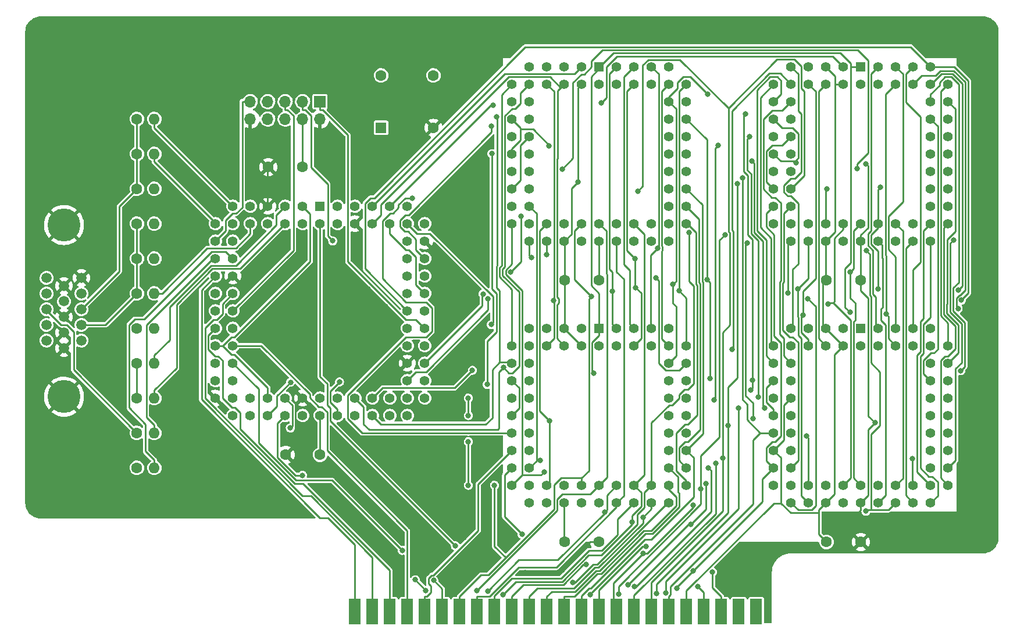
<source format=gbr>
%TF.GenerationSoftware,KiCad,Pcbnew,(6.0.4)*%
%TF.CreationDate,2023-03-08T18:50:13+01:00*%
%TF.ProjectId,65C816_SBC_VGA_ALT,36354338-3136-45f5-9342-435f5647415f,rev?*%
%TF.SameCoordinates,Original*%
%TF.FileFunction,Copper,L2,Bot*%
%TF.FilePolarity,Positive*%
%FSLAX46Y46*%
G04 Gerber Fmt 4.6, Leading zero omitted, Abs format (unit mm)*
G04 Created by KiCad (PCBNEW (6.0.4)) date 2023-03-08 18:50:13*
%MOMM*%
%LPD*%
G01*
G04 APERTURE LIST*
%TA.AperFunction,ComponentPad*%
%ADD10C,1.600000*%
%TD*%
%TA.AperFunction,ComponentPad*%
%ADD11O,1.600000X1.600000*%
%TD*%
%TA.AperFunction,ComponentPad*%
%ADD12R,1.422400X1.422400*%
%TD*%
%TA.AperFunction,ComponentPad*%
%ADD13C,1.422400*%
%TD*%
%TA.AperFunction,ComponentPad*%
%ADD14C,1.500000*%
%TD*%
%TA.AperFunction,ComponentPad*%
%ADD15C,4.800000*%
%TD*%
%TA.AperFunction,ComponentPad*%
%ADD16R,1.700000X1.700000*%
%TD*%
%TA.AperFunction,ComponentPad*%
%ADD17O,1.700000X1.700000*%
%TD*%
%TA.AperFunction,ConnectorPad*%
%ADD18R,1.780000X3.810000*%
%TD*%
%TA.AperFunction,ComponentPad*%
%ADD19R,1.600000X1.600000*%
%TD*%
%TA.AperFunction,ViaPad*%
%ADD20C,0.800000*%
%TD*%
%TA.AperFunction,Conductor*%
%ADD21C,0.250000*%
%TD*%
G04 APERTURE END LIST*
D10*
%TO.P,R9,1*%
%TO.N,Net-(J2-Pad13)*%
X74930000Y-116840000D03*
D11*
%TO.P,R9,2*%
%TO.N,/HS*%
X77470000Y-116840000D03*
%TD*%
D12*
%TO.P,U4,1,NC*%
%TO.N,/VA13*%
X180340000Y-101600000D03*
D13*
%TO.P,U4,2,NC*%
%TO.N,unconnected-(U4-Pad2)*%
X180340000Y-104140000D03*
%TO.P,U4,3,~{CS_L}*%
%TO.N,/~{VID_CS3}*%
X177800000Y-101600000D03*
%TO.P,U4,4,~{SEM_L}*%
%TO.N,/5V*%
X177800000Y-104140000D03*
%TO.P,U4,5,R/~{W_L}*%
X175260000Y-101600000D03*
%TO.P,U4,6,~{OE_L}*%
%TO.N,/~{VID_RD}*%
X175260000Y-104140000D03*
%TO.P,U4,7,NC*%
%TO.N,unconnected-(U4-Pad7)*%
X172720000Y-101600000D03*
%TO.P,U4,8,D0_L*%
%TO.N,/VD0*%
X172720000Y-104140000D03*
%TO.P,U4,9,D1_L*%
%TO.N,/VD1*%
X170180000Y-101600000D03*
%TO.P,U4,10,D2_L*%
%TO.N,/VD2*%
X167640000Y-104140000D03*
%TO.P,U4,11,D3_L*%
%TO.N,/VD3*%
X170180000Y-104140000D03*
%TO.P,U4,12,D4_L*%
%TO.N,/VD4*%
X167640000Y-106680000D03*
%TO.P,U4,13,D5_L*%
%TO.N,/VD5*%
X170180000Y-106680000D03*
%TO.P,U4,14,GND*%
%TO.N,/GND*%
X167640000Y-109220000D03*
%TO.P,U4,15,D6_L*%
%TO.N,/VD6*%
X170180000Y-109220000D03*
%TO.P,U4,16,D7_L*%
%TO.N,/VD7*%
X167640000Y-111760000D03*
%TO.P,U4,17,Vcc*%
%TO.N,/5V*%
X170180000Y-111760000D03*
%TO.P,U4,18,GND*%
%TO.N,/GND*%
X167640000Y-114300000D03*
%TO.P,U4,19,D0_R*%
%TO.N,/CD0*%
X170180000Y-114300000D03*
%TO.P,U4,20,D1_R*%
%TO.N,/CD1*%
X167640000Y-116840000D03*
%TO.P,U4,21,D2_R*%
%TO.N,/CD2*%
X170180000Y-116840000D03*
%TO.P,U4,22,Vcc*%
%TO.N,/5V*%
X167640000Y-119380000D03*
%TO.P,U4,23,D3_R*%
%TO.N,/CD3*%
X170180000Y-119380000D03*
%TO.P,U4,24,D4_R*%
%TO.N,/CD4*%
X167640000Y-121920000D03*
%TO.P,U4,25,D5_R*%
%TO.N,/CD5*%
X170180000Y-121920000D03*
%TO.P,U4,26,D6_R*%
%TO.N,/CD6*%
X167640000Y-124460000D03*
%TO.P,U4,27,D7_R*%
%TO.N,/CD7*%
X170180000Y-127000000D03*
%TO.P,U4,28,NC*%
%TO.N,unconnected-(U4-Pad28)*%
X170180000Y-124460000D03*
%TO.P,U4,29,~{OE_R}*%
%TO.N,/~{CPU_RD}*%
X172720000Y-127000000D03*
%TO.P,U4,30,R/~{W_R}*%
%TO.N,/~{CPU_WR}*%
X172720000Y-124460000D03*
%TO.P,U4,31,~{SEM_R}*%
%TO.N,/5V*%
X175260000Y-127000000D03*
%TO.P,U4,32,~{CS_R}*%
%TO.N,/~{CPU_CS3}*%
X175260000Y-124460000D03*
%TO.P,U4,33,NC*%
%TO.N,unconnected-(U4-Pad33)*%
X177800000Y-127000000D03*
%TO.P,U4,34,NC*%
%TO.N,/CA13*%
X177800000Y-124460000D03*
%TO.P,U4,35,GND*%
%TO.N,/GND*%
X180340000Y-127000000D03*
%TO.P,U4,36,A12_R*%
%TO.N,/CA12*%
X180340000Y-124460000D03*
%TO.P,U4,37,A11_R*%
%TO.N,/CA11*%
X182880000Y-127000000D03*
%TO.P,U4,38,A10_R*%
%TO.N,/CA10*%
X182880000Y-124460000D03*
%TO.P,U4,39,A9_R*%
%TO.N,/CA9*%
X185420000Y-127000000D03*
%TO.P,U4,40,A8_R*%
%TO.N,/CA8*%
X185420000Y-124460000D03*
%TO.P,U4,41,A7_R*%
%TO.N,/CA7*%
X187960000Y-127000000D03*
%TO.P,U4,42,A6_R*%
%TO.N,/CA6*%
X187960000Y-124460000D03*
%TO.P,U4,43,A5_R*%
%TO.N,/CA5*%
X190500000Y-127000000D03*
%TO.P,U4,44,A4_R*%
%TO.N,/CA4*%
X193040000Y-124460000D03*
%TO.P,U4,45,A3_R*%
%TO.N,/CA3*%
X190500000Y-124460000D03*
%TO.P,U4,46,A2_R*%
%TO.N,/CA2*%
X193040000Y-121920000D03*
%TO.P,U4,47,A1_R*%
%TO.N,/CA1*%
X190500000Y-121920000D03*
%TO.P,U4,48,A0_R*%
%TO.N,/CA0*%
X193040000Y-119380000D03*
%TO.P,U4,49,~{INT_R}*%
%TO.N,unconnected-(U4-Pad49)*%
X190500000Y-119380000D03*
%TO.P,U4,50,~{BUSY_R}*%
%TO.N,unconnected-(U4-Pad50)*%
X193040000Y-116840000D03*
%TO.P,U4,51,M/~{S}*%
%TO.N,/5V*%
X190500000Y-116840000D03*
%TO.P,U4,52,GND*%
%TO.N,/GND*%
X193040000Y-114300000D03*
%TO.P,U4,53,~{BUSY_L}*%
%TO.N,unconnected-(U4-Pad53)*%
X190500000Y-114300000D03*
%TO.P,U4,54,~{INT_L}*%
%TO.N,unconnected-(U4-Pad54)*%
X193040000Y-111760000D03*
%TO.P,U4,55,A0_L*%
%TO.N,/VA0*%
X190500000Y-111760000D03*
%TO.P,U4,56,A1_L*%
%TO.N,/VA1*%
X193040000Y-109220000D03*
%TO.P,U4,57,A2_L*%
%TO.N,/VA2*%
X190500000Y-109220000D03*
%TO.P,U4,58,A3_L*%
%TO.N,/VA3*%
X193040000Y-106680000D03*
%TO.P,U4,59,A4_L*%
%TO.N,/VA4*%
X190500000Y-106680000D03*
%TO.P,U4,60,A5_L*%
%TO.N,/VA5*%
X193040000Y-104140000D03*
%TO.P,U4,61,A6_L*%
%TO.N,/VA6*%
X190500000Y-101600000D03*
%TO.P,U4,62,A7_L*%
%TO.N,/VA7*%
X190500000Y-104140000D03*
%TO.P,U4,63,A8_L*%
%TO.N,/VA8*%
X187960000Y-101600000D03*
%TO.P,U4,64,A9_L*%
%TO.N,/VA9*%
X187960000Y-104140000D03*
%TO.P,U4,65,A10_L*%
%TO.N,/VA10*%
X185420000Y-101600000D03*
%TO.P,U4,66,A11_L*%
%TO.N,/VA11*%
X185420000Y-104140000D03*
%TO.P,U4,67,A12_L*%
%TO.N,/VA12*%
X182880000Y-101600000D03*
%TO.P,U4,68,Vcc*%
%TO.N,/5V*%
X182880000Y-104140000D03*
%TD*%
D10*
%TO.P,R1,1*%
%TO.N,Net-(J2-Pad1)*%
X74930000Y-106680000D03*
D11*
%TO.P,R1,2*%
%TO.N,/R1*%
X77470000Y-106680000D03*
%TD*%
D10*
%TO.P,R4,1*%
%TO.N,Net-(J2-Pad2)*%
X74930000Y-91440000D03*
D11*
%TO.P,R4,2*%
%TO.N,/G1*%
X77470000Y-91440000D03*
%TD*%
D10*
%TO.P,R5,1*%
%TO.N,Net-(J2-Pad2)*%
X74930000Y-96520000D03*
D11*
%TO.P,R5,2*%
%TO.N,/G2*%
X77470000Y-96520000D03*
%TD*%
D10*
%TO.P,R0,1*%
%TO.N,Net-(J2-Pad1)*%
X74930000Y-101600000D03*
D11*
%TO.P,R0,2*%
%TO.N,/R0*%
X77470000Y-101600000D03*
%TD*%
D12*
%TO.P,U2,1,NC*%
%TO.N,/VA13*%
X180340000Y-63500000D03*
D13*
%TO.P,U2,2,NC*%
%TO.N,unconnected-(U2-Pad2)*%
X180340000Y-66040000D03*
%TO.P,U2,3,~{CS_L}*%
%TO.N,/~{VID_CS1}*%
X177800000Y-63500000D03*
%TO.P,U2,4,~{SEM_L}*%
%TO.N,/5V*%
X177800000Y-66040000D03*
%TO.P,U2,5,R/~{W_L}*%
X175260000Y-63500000D03*
%TO.P,U2,6,~{OE_L}*%
%TO.N,/~{VID_RD}*%
X175260000Y-66040000D03*
%TO.P,U2,7,NC*%
%TO.N,unconnected-(U2-Pad7)*%
X172720000Y-63500000D03*
%TO.P,U2,8,D0_L*%
%TO.N,/VD0*%
X172720000Y-66040000D03*
%TO.P,U2,9,D1_L*%
%TO.N,/VD1*%
X170180000Y-63500000D03*
%TO.P,U2,10,D2_L*%
%TO.N,/VD2*%
X167640000Y-66040000D03*
%TO.P,U2,11,D3_L*%
%TO.N,/VD3*%
X170180000Y-66040000D03*
%TO.P,U2,12,D4_L*%
%TO.N,/VD4*%
X167640000Y-68580000D03*
%TO.P,U2,13,D5_L*%
%TO.N,/VD5*%
X170180000Y-68580000D03*
%TO.P,U2,14,GND*%
%TO.N,/GND*%
X167640000Y-71120000D03*
%TO.P,U2,15,D6_L*%
%TO.N,/VD6*%
X170180000Y-71120000D03*
%TO.P,U2,16,D7_L*%
%TO.N,/VD7*%
X167640000Y-73660000D03*
%TO.P,U2,17,Vcc*%
%TO.N,/5V*%
X170180000Y-73660000D03*
%TO.P,U2,18,GND*%
%TO.N,/GND*%
X167640000Y-76200000D03*
%TO.P,U2,19,D0_R*%
%TO.N,/CD0*%
X170180000Y-76200000D03*
%TO.P,U2,20,D1_R*%
%TO.N,/CD1*%
X167640000Y-78740000D03*
%TO.P,U2,21,D2_R*%
%TO.N,/CD2*%
X170180000Y-78740000D03*
%TO.P,U2,22,Vcc*%
%TO.N,/5V*%
X167640000Y-81280000D03*
%TO.P,U2,23,D3_R*%
%TO.N,/CD3*%
X170180000Y-81280000D03*
%TO.P,U2,24,D4_R*%
%TO.N,/CD4*%
X167640000Y-83820000D03*
%TO.P,U2,25,D5_R*%
%TO.N,/CD5*%
X170180000Y-83820000D03*
%TO.P,U2,26,D6_R*%
%TO.N,/CD6*%
X167640000Y-86360000D03*
%TO.P,U2,27,D7_R*%
%TO.N,/CD7*%
X170180000Y-88900000D03*
%TO.P,U2,28,NC*%
%TO.N,unconnected-(U2-Pad28)*%
X170180000Y-86360000D03*
%TO.P,U2,29,~{OE_R}*%
%TO.N,/~{CPU_RD}*%
X172720000Y-88900000D03*
%TO.P,U2,30,R/~{W_R}*%
%TO.N,/~{CPU_WR}*%
X172720000Y-86360000D03*
%TO.P,U2,31,~{SEM_R}*%
%TO.N,/5V*%
X175260000Y-88900000D03*
%TO.P,U2,32,~{CS_R}*%
%TO.N,/~{CPU_CS1}*%
X175260000Y-86360000D03*
%TO.P,U2,33,NC*%
%TO.N,unconnected-(U2-Pad33)*%
X177800000Y-88900000D03*
%TO.P,U2,34,NC*%
%TO.N,/CA13*%
X177800000Y-86360000D03*
%TO.P,U2,35,GND*%
%TO.N,/GND*%
X180340000Y-88900000D03*
%TO.P,U2,36,A12_R*%
%TO.N,/CA12*%
X180340000Y-86360000D03*
%TO.P,U2,37,A11_R*%
%TO.N,/CA11*%
X182880000Y-88900000D03*
%TO.P,U2,38,A10_R*%
%TO.N,/CA10*%
X182880000Y-86360000D03*
%TO.P,U2,39,A9_R*%
%TO.N,/CA9*%
X185420000Y-88900000D03*
%TO.P,U2,40,A8_R*%
%TO.N,/CA8*%
X185420000Y-86360000D03*
%TO.P,U2,41,A7_R*%
%TO.N,/CA7*%
X187960000Y-88900000D03*
%TO.P,U2,42,A6_R*%
%TO.N,/CA6*%
X187960000Y-86360000D03*
%TO.P,U2,43,A5_R*%
%TO.N,/CA5*%
X190500000Y-88900000D03*
%TO.P,U2,44,A4_R*%
%TO.N,/CA4*%
X193040000Y-86360000D03*
%TO.P,U2,45,A3_R*%
%TO.N,/CA3*%
X190500000Y-86360000D03*
%TO.P,U2,46,A2_R*%
%TO.N,/CA2*%
X193040000Y-83820000D03*
%TO.P,U2,47,A1_R*%
%TO.N,/CA1*%
X190500000Y-83820000D03*
%TO.P,U2,48,A0_R*%
%TO.N,/CA0*%
X193040000Y-81280000D03*
%TO.P,U2,49,~{INT_R}*%
%TO.N,unconnected-(U2-Pad49)*%
X190500000Y-81280000D03*
%TO.P,U2,50,~{BUSY_R}*%
%TO.N,unconnected-(U2-Pad50)*%
X193040000Y-78740000D03*
%TO.P,U2,51,M/~{S}*%
%TO.N,/5V*%
X190500000Y-78740000D03*
%TO.P,U2,52,GND*%
%TO.N,/GND*%
X193040000Y-76200000D03*
%TO.P,U2,53,~{BUSY_L}*%
%TO.N,unconnected-(U2-Pad53)*%
X190500000Y-76200000D03*
%TO.P,U2,54,~{INT_L}*%
%TO.N,unconnected-(U2-Pad54)*%
X193040000Y-73660000D03*
%TO.P,U2,55,A0_L*%
%TO.N,/VA0*%
X190500000Y-73660000D03*
%TO.P,U2,56,A1_L*%
%TO.N,/VA1*%
X193040000Y-71120000D03*
%TO.P,U2,57,A2_L*%
%TO.N,/VA2*%
X190500000Y-71120000D03*
%TO.P,U2,58,A3_L*%
%TO.N,/VA3*%
X193040000Y-68580000D03*
%TO.P,U2,59,A4_L*%
%TO.N,/VA4*%
X190500000Y-68580000D03*
%TO.P,U2,60,A5_L*%
%TO.N,/VA5*%
X193040000Y-66040000D03*
%TO.P,U2,61,A6_L*%
%TO.N,/VA6*%
X190500000Y-63500000D03*
%TO.P,U2,62,A7_L*%
%TO.N,/VA7*%
X190500000Y-66040000D03*
%TO.P,U2,63,A8_L*%
%TO.N,/VA8*%
X187960000Y-63500000D03*
%TO.P,U2,64,A9_L*%
%TO.N,/VA9*%
X187960000Y-66040000D03*
%TO.P,U2,65,A10_L*%
%TO.N,/VA10*%
X185420000Y-63500000D03*
%TO.P,U2,66,A11_L*%
%TO.N,/VA11*%
X185420000Y-66040000D03*
%TO.P,U2,67,A12_L*%
%TO.N,/VA12*%
X182880000Y-63500000D03*
%TO.P,U2,68,Vcc*%
%TO.N,/5V*%
X182880000Y-66040000D03*
%TD*%
D10*
%TO.P,C1,1*%
%TO.N,/GND*%
X142240000Y-94615000D03*
%TO.P,C1,2*%
%TO.N,/5V*%
X137240000Y-94615000D03*
%TD*%
%TO.P,C4,1*%
%TO.N,/GND*%
X180340000Y-132715000D03*
%TO.P,C4,2*%
%TO.N,/5V*%
X175340000Y-132715000D03*
%TD*%
D14*
%TO.P,J2,1,R*%
%TO.N,Net-(J2-Pad1)*%
X66855000Y-103380000D03*
%TO.P,J2,2,G*%
%TO.N,Net-(J2-Pad2)*%
X66855000Y-101100000D03*
%TO.P,J2,3,B*%
%TO.N,Net-(J2-Pad3)*%
X66855000Y-98820000D03*
%TO.P,J2,4,ID2*%
%TO.N,unconnected-(J2-Pad4)*%
X66855000Y-96540000D03*
%TO.P,J2,5,HS_GND*%
%TO.N,/GND*%
X66855000Y-94260000D03*
%TO.P,J2,6,R_GND*%
X64315000Y-104520000D03*
%TO.P,J2,7,G_GND*%
X64315000Y-102240000D03*
%TO.P,J2,8,B_GND*%
X64315000Y-99960000D03*
%TO.P,J2,9,Vcc*%
%TO.N,unconnected-(J2-Pad9)*%
X64315000Y-97680000D03*
%TO.P,J2,10,VS_GND*%
%TO.N,/GND*%
X64315000Y-95400000D03*
%TO.P,J2,11,ID0*%
%TO.N,unconnected-(J2-Pad11)*%
X61775000Y-103380000D03*
%TO.P,J2,12,ID1*%
%TO.N,unconnected-(J2-Pad12)*%
X61775000Y-101100000D03*
%TO.P,J2,13,HS*%
%TO.N,Net-(J2-Pad13)*%
X61775000Y-98820000D03*
%TO.P,J2,14,VS*%
%TO.N,Net-(J2-Pad14)*%
X61775000Y-96540000D03*
%TO.P,J2,15,ID3*%
%TO.N,unconnected-(J2-Pad15)*%
X61775000Y-94260000D03*
D15*
%TO.P,J2,MH1,GND*%
%TO.N,/GND*%
X64315000Y-111560000D03*
%TO.P,J2,MH2,GND*%
X64315000Y-86560000D03*
%TD*%
D10*
%TO.P,R3,1*%
%TO.N,Net-(J2-Pad2)*%
X74930000Y-86360000D03*
D11*
%TO.P,R3,2*%
%TO.N,/G0*%
X77470000Y-86360000D03*
%TD*%
D10*
%TO.P,C3,1*%
%TO.N,/GND*%
X142240000Y-132715000D03*
%TO.P,C3,2*%
%TO.N,/5V*%
X137240000Y-132715000D03*
%TD*%
D16*
%TO.P,J1,1,Pin_1*%
%TO.N,/TCK*%
X101600000Y-68580000D03*
D17*
%TO.P,J1,2,Pin_2*%
%TO.N,/GND*%
X101600000Y-71120000D03*
%TO.P,J1,3,Pin_3*%
%TO.N,/TDO*%
X99060000Y-68580000D03*
%TO.P,J1,4,Pin_4*%
%TO.N,/5V*%
X99060000Y-71120000D03*
%TO.P,J1,5,Pin_5*%
%TO.N,/TMS*%
X96520000Y-68580000D03*
%TO.P,J1,6,Pin_6*%
%TO.N,unconnected-(J1-Pad6)*%
X96520000Y-71120000D03*
%TO.P,J1,7,Pin_7*%
%TO.N,unconnected-(J1-Pad7)*%
X93980000Y-68580000D03*
%TO.P,J1,8,Pin_8*%
%TO.N,unconnected-(J1-Pad8)*%
X93980000Y-71120000D03*
%TO.P,J1,9,Pin_9*%
%TO.N,/TDI*%
X91440000Y-68580000D03*
%TO.P,J1,10,Pin_10*%
%TO.N,/GND*%
X91440000Y-71120000D03*
%TD*%
D10*
%TO.P,C5,1*%
%TO.N,/GND*%
X94060000Y-78105000D03*
%TO.P,C5,2*%
%TO.N,/5V*%
X99060000Y-78105000D03*
%TD*%
D12*
%TO.P,U1,1,NC*%
%TO.N,/VA13*%
X142240000Y-63500000D03*
D13*
%TO.P,U1,2,NC*%
%TO.N,unconnected-(U1-Pad2)*%
X142240000Y-66040000D03*
%TO.P,U1,3,~{CS_L}*%
%TO.N,/~{VID_CS0}*%
X139700000Y-63500000D03*
%TO.P,U1,4,~{SEM_L}*%
%TO.N,/5V*%
X139700000Y-66040000D03*
%TO.P,U1,5,R/~{W_L}*%
X137160000Y-63500000D03*
%TO.P,U1,6,~{OE_L}*%
%TO.N,/~{VID_RD}*%
X137160000Y-66040000D03*
%TO.P,U1,7,NC*%
%TO.N,unconnected-(U1-Pad7)*%
X134620000Y-63500000D03*
%TO.P,U1,8,D0_L*%
%TO.N,/VD0*%
X134620000Y-66040000D03*
%TO.P,U1,9,D1_L*%
%TO.N,/VD1*%
X132080000Y-63500000D03*
%TO.P,U1,10,D2_L*%
%TO.N,/VD2*%
X129540000Y-66040000D03*
%TO.P,U1,11,D3_L*%
%TO.N,/VD3*%
X132080000Y-66040000D03*
%TO.P,U1,12,D4_L*%
%TO.N,/VD4*%
X129540000Y-68580000D03*
%TO.P,U1,13,D5_L*%
%TO.N,/VD5*%
X132080000Y-68580000D03*
%TO.P,U1,14,GND*%
%TO.N,/GND*%
X129540000Y-71120000D03*
%TO.P,U1,15,D6_L*%
%TO.N,/VD6*%
X132080000Y-71120000D03*
%TO.P,U1,16,D7_L*%
%TO.N,/VD7*%
X129540000Y-73660000D03*
%TO.P,U1,17,Vcc*%
%TO.N,/5V*%
X132080000Y-73660000D03*
%TO.P,U1,18,GND*%
%TO.N,/GND*%
X129540000Y-76200000D03*
%TO.P,U1,19,D0_R*%
%TO.N,/CD0*%
X132080000Y-76200000D03*
%TO.P,U1,20,D1_R*%
%TO.N,/CD1*%
X129540000Y-78740000D03*
%TO.P,U1,21,D2_R*%
%TO.N,/CD2*%
X132080000Y-78740000D03*
%TO.P,U1,22,Vcc*%
%TO.N,/5V*%
X129540000Y-81280000D03*
%TO.P,U1,23,D3_R*%
%TO.N,/CD3*%
X132080000Y-81280000D03*
%TO.P,U1,24,D4_R*%
%TO.N,/CD4*%
X129540000Y-83820000D03*
%TO.P,U1,25,D5_R*%
%TO.N,/CD5*%
X132080000Y-83820000D03*
%TO.P,U1,26,D6_R*%
%TO.N,/CD6*%
X129540000Y-86360000D03*
%TO.P,U1,27,D7_R*%
%TO.N,/CD7*%
X132080000Y-88900000D03*
%TO.P,U1,28,NC*%
%TO.N,unconnected-(U1-Pad28)*%
X132080000Y-86360000D03*
%TO.P,U1,29,~{OE_R}*%
%TO.N,/~{CPU_RD}*%
X134620000Y-88900000D03*
%TO.P,U1,30,R/~{W_R}*%
%TO.N,/~{CPU_WR}*%
X134620000Y-86360000D03*
%TO.P,U1,31,~{SEM_R}*%
%TO.N,/5V*%
X137160000Y-88900000D03*
%TO.P,U1,32,~{CS_R}*%
%TO.N,/~{CPU_CS0}*%
X137160000Y-86360000D03*
%TO.P,U1,33,NC*%
%TO.N,unconnected-(U1-Pad33)*%
X139700000Y-88900000D03*
%TO.P,U1,34,NC*%
%TO.N,/CA13*%
X139700000Y-86360000D03*
%TO.P,U1,35,GND*%
%TO.N,/GND*%
X142240000Y-88900000D03*
%TO.P,U1,36,A12_R*%
%TO.N,/CA12*%
X142240000Y-86360000D03*
%TO.P,U1,37,A11_R*%
%TO.N,/CA11*%
X144780000Y-88900000D03*
%TO.P,U1,38,A10_R*%
%TO.N,/CA10*%
X144780000Y-86360000D03*
%TO.P,U1,39,A9_R*%
%TO.N,/CA9*%
X147320000Y-88900000D03*
%TO.P,U1,40,A8_R*%
%TO.N,/CA8*%
X147320000Y-86360000D03*
%TO.P,U1,41,A7_R*%
%TO.N,/CA7*%
X149860000Y-88900000D03*
%TO.P,U1,42,A6_R*%
%TO.N,/CA6*%
X149860000Y-86360000D03*
%TO.P,U1,43,A5_R*%
%TO.N,/CA5*%
X152400000Y-88900000D03*
%TO.P,U1,44,A4_R*%
%TO.N,/CA4*%
X154940000Y-86360000D03*
%TO.P,U1,45,A3_R*%
%TO.N,/CA3*%
X152400000Y-86360000D03*
%TO.P,U1,46,A2_R*%
%TO.N,/CA2*%
X154940000Y-83820000D03*
%TO.P,U1,47,A1_R*%
%TO.N,/CA1*%
X152400000Y-83820000D03*
%TO.P,U1,48,A0_R*%
%TO.N,/CA0*%
X154940000Y-81280000D03*
%TO.P,U1,49,~{INT_R}*%
%TO.N,unconnected-(U1-Pad49)*%
X152400000Y-81280000D03*
%TO.P,U1,50,~{BUSY_R}*%
%TO.N,unconnected-(U1-Pad50)*%
X154940000Y-78740000D03*
%TO.P,U1,51,M/~{S}*%
%TO.N,/5V*%
X152400000Y-78740000D03*
%TO.P,U1,52,GND*%
%TO.N,/GND*%
X154940000Y-76200000D03*
%TO.P,U1,53,~{BUSY_L}*%
%TO.N,unconnected-(U1-Pad53)*%
X152400000Y-76200000D03*
%TO.P,U1,54,~{INT_L}*%
%TO.N,unconnected-(U1-Pad54)*%
X154940000Y-73660000D03*
%TO.P,U1,55,A0_L*%
%TO.N,/VA0*%
X152400000Y-73660000D03*
%TO.P,U1,56,A1_L*%
%TO.N,/VA1*%
X154940000Y-71120000D03*
%TO.P,U1,57,A2_L*%
%TO.N,/VA2*%
X152400000Y-71120000D03*
%TO.P,U1,58,A3_L*%
%TO.N,/VA3*%
X154940000Y-68580000D03*
%TO.P,U1,59,A4_L*%
%TO.N,/VA4*%
X152400000Y-68580000D03*
%TO.P,U1,60,A5_L*%
%TO.N,/VA5*%
X154940000Y-66040000D03*
%TO.P,U1,61,A6_L*%
%TO.N,/VA6*%
X152400000Y-63500000D03*
%TO.P,U1,62,A7_L*%
%TO.N,/VA7*%
X152400000Y-66040000D03*
%TO.P,U1,63,A8_L*%
%TO.N,/VA8*%
X149860000Y-63500000D03*
%TO.P,U1,64,A9_L*%
%TO.N,/VA9*%
X149860000Y-66040000D03*
%TO.P,U1,65,A10_L*%
%TO.N,/VA10*%
X147320000Y-63500000D03*
%TO.P,U1,66,A11_L*%
%TO.N,/VA11*%
X147320000Y-66040000D03*
%TO.P,U1,67,A12_L*%
%TO.N,/VA12*%
X144780000Y-63500000D03*
%TO.P,U1,68,Vcc*%
%TO.N,/5V*%
X144780000Y-66040000D03*
%TD*%
D10*
%TO.P,R7,1*%
%TO.N,Net-(J2-Pad3)*%
X74930000Y-76200000D03*
D11*
%TO.P,R7,2*%
%TO.N,/B1*%
X77470000Y-76200000D03*
%TD*%
D18*
%TO.P,J0,2,Pin_2*%
%TO.N,/CA23*%
X106680000Y-142875000D03*
%TO.P,J0,4,Pin_4*%
%TO.N,/CA21*%
X109220000Y-142875000D03*
%TO.P,J0,6,Pin_6*%
%TO.N,/CA19*%
X111760000Y-142875000D03*
%TO.P,J0,8,Pin_8*%
%TO.N,/CA17*%
X114300000Y-142875000D03*
%TO.P,J0,10,Pin_10*%
%TO.N,/5V*%
X116840000Y-142875000D03*
%TO.P,J0,12,Pin_12*%
%TO.N,/CA15*%
X119380000Y-142875000D03*
%TO.P,J0,14,Pin_14*%
%TO.N,/CA13*%
X121920000Y-142875000D03*
%TO.P,J0,16,Pin_16*%
%TO.N,/CA11*%
X124460000Y-142875000D03*
%TO.P,J0,18,Pin_18*%
%TO.N,/CA9*%
X127000000Y-142875000D03*
%TO.P,J0,20,Pin_20*%
%TO.N,/5V*%
X129540000Y-142875000D03*
%TO.P,J0,22,Pin_22*%
%TO.N,/CA7*%
X132080000Y-142875000D03*
%TO.P,J0,24,Pin_24*%
%TO.N,/CA5*%
X134620000Y-142875000D03*
%TO.P,J0,26,Pin_26*%
%TO.N,/CA3*%
X137160000Y-142875000D03*
%TO.P,J0,28,Pin_28*%
%TO.N,/CA1*%
X139700000Y-142875000D03*
%TO.P,J0,30,Pin_30*%
%TO.N,/5V*%
X142240000Y-142875000D03*
%TO.P,J0,32,Pin_32*%
%TO.N,/CD7*%
X144780000Y-142875000D03*
%TO.P,J0,34,Pin_34*%
%TO.N,/CD5*%
X147320000Y-142875000D03*
%TO.P,J0,36,Pin_36*%
%TO.N,/CD3*%
X149860000Y-142875000D03*
%TO.P,J0,38,Pin_38*%
%TO.N,/CD1*%
X152400000Y-142875000D03*
%TO.P,J0,40,Pin_40*%
%TO.N,/5V*%
X154940000Y-142875000D03*
%TO.P,J0,42,Pin_42*%
%TO.N,/~{SYS_CLK}*%
X157480000Y-142875000D03*
%TO.P,J0,44,Pin_44*%
%TO.N,/~{VID_IRQ}*%
X160020000Y-142875000D03*
%TO.P,J0,46,Pin_46*%
%TO.N,unconnected-(J0-Pad46)*%
X162560000Y-142875000D03*
%TO.P,J0,48,Pin_48*%
%TO.N,/~{CS_IO}*%
X165100000Y-142875000D03*
%TD*%
D12*
%TO.P,U0,1,INPUT/GCLR*%
%TO.N,unconnected-(U0-Pad1)*%
X101600000Y-83820000D03*
D13*
%TO.P,U0,2,INPUT/OE2/GCLK2*%
%TO.N,/~{SYS_CLK}*%
X101600000Y-86360000D03*
%TO.P,U0,3,VCCINT_1*%
%TO.N,/5V*%
X99060000Y-83820000D03*
%TO.P,U0,4,I/O_1*%
%TO.N,/R0*%
X99060000Y-86360000D03*
%TO.P,U0,5,I/O_2*%
%TO.N,/R1*%
X96520000Y-83820000D03*
%TO.P,U0,6,I/O_3*%
%TO.N,/R2*%
X96520000Y-86360000D03*
%TO.P,U0,7,GND_1*%
%TO.N,/GND*%
X93980000Y-83820000D03*
%TO.P,U0,8,I/O_4*%
%TO.N,/G0*%
X93980000Y-86360000D03*
%TO.P,U0,9,I/O_5*%
%TO.N,/G1*%
X91440000Y-83820000D03*
%TO.P,U0,10,I/O_6*%
%TO.N,/G2*%
X91440000Y-86360000D03*
%TO.P,U0,11,I/O_7*%
%TO.N,/B0*%
X88900000Y-83820000D03*
%TO.P,U0,12,I/O/PD1*%
%TO.N,/B1*%
X86360000Y-86360000D03*
%TO.P,U0,13,VCCIO_1*%
%TO.N,/5V*%
X88900000Y-86360000D03*
%TO.P,U0,14,I/O/TDI*%
%TO.N,/TDI*%
X86360000Y-88900000D03*
%TO.P,U0,15,I/O_8*%
%TO.N,/B2*%
X88900000Y-88900000D03*
%TO.P,U0,16,I/O_9*%
%TO.N,/HS*%
X86360000Y-91440000D03*
%TO.P,U0,17,I/O_10*%
%TO.N,/VS*%
X88900000Y-91440000D03*
%TO.P,U0,18,I/O_11*%
%TO.N,/CA23*%
X86360000Y-93980000D03*
%TO.P,U0,19,GND_2*%
%TO.N,/GND*%
X88900000Y-93980000D03*
%TO.P,U0,20,I/O_12*%
%TO.N,/CA22*%
X86360000Y-96520000D03*
%TO.P,U0,21,I/O_13*%
%TO.N,/CA21*%
X88900000Y-96520000D03*
%TO.P,U0,22,I/O_14*%
%TO.N,/CA20*%
X86360000Y-99060000D03*
%TO.P,U0,23,I/O/TMS*%
%TO.N,/TMS*%
X88900000Y-99060000D03*
%TO.P,U0,24,I/O_15*%
%TO.N,/CA19*%
X86360000Y-101600000D03*
%TO.P,U0,25,I/O_16*%
%TO.N,/CA18*%
X88900000Y-101600000D03*
%TO.P,U0,26,VCCIO_2*%
%TO.N,/5V*%
X86360000Y-104140000D03*
%TO.P,U0,27,I/O_17*%
%TO.N,/CA17*%
X88900000Y-104140000D03*
%TO.P,U0,28,I/O_18*%
%TO.N,/CA16*%
X86360000Y-106680000D03*
%TO.P,U0,29,I/O_19*%
%TO.N,/CA15*%
X88900000Y-106680000D03*
%TO.P,U0,30,I/O_20*%
%TO.N,/CA14*%
X86360000Y-109220000D03*
%TO.P,U0,31,I/O_21*%
%TO.N,/SYS_R~{W}*%
X88900000Y-109220000D03*
%TO.P,U0,32,GND_3*%
%TO.N,/GND*%
X86360000Y-111760000D03*
%TO.P,U0,33,I/O_22*%
%TO.N,/~{WSE_EXT}*%
X88900000Y-114300000D03*
%TO.P,U0,34,I/O_23*%
%TO.N,/~{VID_IRQ}*%
X88900000Y-111760000D03*
%TO.P,U0,35,I/O_24*%
%TO.N,/~{CPU_WR}*%
X91440000Y-114300000D03*
%TO.P,U0,36,I/O_25*%
%TO.N,/~{CPU_RD}*%
X91440000Y-111760000D03*
%TO.P,U0,37,I/O_26*%
%TO.N,/~{CPU_CS0}*%
X93980000Y-114300000D03*
%TO.P,U0,38,VCCIO_3*%
%TO.N,/5V*%
X93980000Y-111760000D03*
%TO.P,U0,39,I/O_27*%
%TO.N,/~{CPU_CS1}*%
X96520000Y-114300000D03*
%TO.P,U0,40,I/O_28*%
%TO.N,/~{CPU_CS2}*%
X96520000Y-111760000D03*
%TO.P,U0,41,I/O_29*%
%TO.N,/~{CPU_CS3}*%
X99060000Y-114300000D03*
%TO.P,U0,42,GND_4*%
%TO.N,/GND*%
X99060000Y-111760000D03*
%TO.P,U0,43,VCCINT_2*%
%TO.N,/5V*%
X101600000Y-114300000D03*
%TO.P,U0,44,I/O_30*%
%TO.N,/VD0*%
X101600000Y-111760000D03*
%TO.P,U0,45,I/O/PD2*%
%TO.N,/VD1*%
X104140000Y-114300000D03*
%TO.P,U0,46,I/O_31*%
%TO.N,/VD2*%
X104140000Y-111760000D03*
%TO.P,U0,47,GND_5*%
%TO.N,/GND*%
X106680000Y-114300000D03*
%TO.P,U0,48,I/O_32*%
%TO.N,/VD3*%
X106680000Y-111760000D03*
%TO.P,U0,49,I/O_33*%
%TO.N,/VD4*%
X109220000Y-114300000D03*
%TO.P,U0,50,I/O_34*%
%TO.N,/VD5*%
X109220000Y-111760000D03*
%TO.P,U0,51,I/O_35*%
%TO.N,/VD6*%
X111760000Y-114300000D03*
%TO.P,U0,52,I/O_36*%
%TO.N,/VD7*%
X111760000Y-111760000D03*
%TO.P,U0,53,VCCIO_4*%
%TO.N,/5V*%
X114300000Y-114300000D03*
%TO.P,U0,54,I/O_37*%
%TO.N,/CA13*%
X116840000Y-111760000D03*
%TO.P,U0,55,I/O_38*%
%TO.N,unconnected-(U0-Pad55)*%
X114300000Y-111760000D03*
%TO.P,U0,56,I/O_39*%
%TO.N,/VA13*%
X116840000Y-109220000D03*
%TO.P,U0,57,I/O_40*%
%TO.N,/VA12*%
X114300000Y-109220000D03*
%TO.P,U0,58,I/O_41*%
%TO.N,/VA11*%
X116840000Y-106680000D03*
%TO.P,U0,59,GND_6*%
%TO.N,/GND*%
X114300000Y-106680000D03*
%TO.P,U0,60,I/O_42*%
%TO.N,/VA10*%
X116840000Y-104140000D03*
%TO.P,U0,61,I/O_43*%
%TO.N,/VA9*%
X114300000Y-104140000D03*
%TO.P,U0,62,I/O/TCK*%
%TO.N,/TCK*%
X116840000Y-101600000D03*
%TO.P,U0,63,I/O_44*%
%TO.N,/VA8*%
X114300000Y-101600000D03*
%TO.P,U0,64,I/O_45*%
%TO.N,/VA7*%
X116840000Y-99060000D03*
%TO.P,U0,65,I/O_46*%
%TO.N,/VA6*%
X114300000Y-99060000D03*
%TO.P,U0,66,VCCIO_5*%
%TO.N,/5V*%
X116840000Y-96520000D03*
%TO.P,U0,67,I/O_47*%
%TO.N,/VA5*%
X114300000Y-96520000D03*
%TO.P,U0,68,I/O_48*%
%TO.N,/VA4*%
X116840000Y-93980000D03*
%TO.P,U0,69,I/O_49*%
%TO.N,/VA3*%
X114300000Y-93980000D03*
%TO.P,U0,70,I/O_50*%
%TO.N,/VA2*%
X116840000Y-91440000D03*
%TO.P,U0,71,I/O/TDO*%
%TO.N,/TDO*%
X114300000Y-91440000D03*
%TO.P,U0,72,GND_7*%
%TO.N,/GND*%
X116840000Y-88900000D03*
%TO.P,U0,73,I/O_51*%
%TO.N,/VA1*%
X114300000Y-88900000D03*
%TO.P,U0,74,I/O_52*%
%TO.N,/VA0*%
X116840000Y-86360000D03*
%TO.P,U0,75,I/O_53*%
%TO.N,/~{VID_CS3}*%
X114300000Y-83820000D03*
%TO.P,U0,76,I/O_54*%
%TO.N,/~{VID_CS2}*%
X114300000Y-86360000D03*
%TO.P,U0,77,I/O_55*%
%TO.N,/~{VID_CS1}*%
X111760000Y-83820000D03*
%TO.P,U0,78,VCCIO_6*%
%TO.N,/5V*%
X111760000Y-86360000D03*
%TO.P,U0,79,I/O_56*%
%TO.N,/~{VID_CS0}*%
X109220000Y-83820000D03*
%TO.P,U0,80,I/O_57*%
%TO.N,/~{VID_RD}*%
X109220000Y-86360000D03*
%TO.P,U0,81,I/O/GCLK3*%
%TO.N,unconnected-(U0-Pad81)*%
X106680000Y-83820000D03*
%TO.P,U0,82,GND_8*%
%TO.N,/GND*%
X106680000Y-86360000D03*
%TO.P,U0,83,INPUT/GCLK1*%
%TO.N,/CLK25*%
X104140000Y-83820000D03*
%TO.P,U0,84,INPUT/OE1*%
%TO.N,unconnected-(U0-Pad84)*%
X104140000Y-86360000D03*
%TD*%
D10*
%TO.P,R10,1*%
%TO.N,Net-(J2-Pad14)*%
X74930000Y-121920000D03*
D11*
%TO.P,R10,2*%
%TO.N,/VS*%
X77470000Y-121920000D03*
%TD*%
D12*
%TO.P,U3,1,NC*%
%TO.N,/VA13*%
X142240000Y-101600000D03*
D13*
%TO.P,U3,2,NC*%
%TO.N,unconnected-(U3-Pad2)*%
X142240000Y-104140000D03*
%TO.P,U3,3,~{CS_L}*%
%TO.N,/~{VID_CS2}*%
X139700000Y-101600000D03*
%TO.P,U3,4,~{SEM_L}*%
%TO.N,/5V*%
X139700000Y-104140000D03*
%TO.P,U3,5,R/~{W_L}*%
X137160000Y-101600000D03*
%TO.P,U3,6,~{OE_L}*%
%TO.N,/~{VID_RD}*%
X137160000Y-104140000D03*
%TO.P,U3,7,NC*%
%TO.N,unconnected-(U3-Pad7)*%
X134620000Y-101600000D03*
%TO.P,U3,8,D0_L*%
%TO.N,/VD0*%
X134620000Y-104140000D03*
%TO.P,U3,9,D1_L*%
%TO.N,/VD1*%
X132080000Y-101600000D03*
%TO.P,U3,10,D2_L*%
%TO.N,/VD2*%
X129540000Y-104140000D03*
%TO.P,U3,11,D3_L*%
%TO.N,/VD3*%
X132080000Y-104140000D03*
%TO.P,U3,12,D4_L*%
%TO.N,/VD4*%
X129540000Y-106680000D03*
%TO.P,U3,13,D5_L*%
%TO.N,/VD5*%
X132080000Y-106680000D03*
%TO.P,U3,14,GND*%
%TO.N,/GND*%
X129540000Y-109220000D03*
%TO.P,U3,15,D6_L*%
%TO.N,/VD6*%
X132080000Y-109220000D03*
%TO.P,U3,16,D7_L*%
%TO.N,/VD7*%
X129540000Y-111760000D03*
%TO.P,U3,17,Vcc*%
%TO.N,/5V*%
X132080000Y-111760000D03*
%TO.P,U3,18,GND*%
%TO.N,/GND*%
X129540000Y-114300000D03*
%TO.P,U3,19,D0_R*%
%TO.N,/CD0*%
X132080000Y-114300000D03*
%TO.P,U3,20,D1_R*%
%TO.N,/CD1*%
X129540000Y-116840000D03*
%TO.P,U3,21,D2_R*%
%TO.N,/CD2*%
X132080000Y-116840000D03*
%TO.P,U3,22,Vcc*%
%TO.N,/5V*%
X129540000Y-119380000D03*
%TO.P,U3,23,D3_R*%
%TO.N,/CD3*%
X132080000Y-119380000D03*
%TO.P,U3,24,D4_R*%
%TO.N,/CD4*%
X129540000Y-121920000D03*
%TO.P,U3,25,D5_R*%
%TO.N,/CD5*%
X132080000Y-121920000D03*
%TO.P,U3,26,D6_R*%
%TO.N,/CD6*%
X129540000Y-124460000D03*
%TO.P,U3,27,D7_R*%
%TO.N,/CD7*%
X132080000Y-127000000D03*
%TO.P,U3,28,NC*%
%TO.N,unconnected-(U3-Pad28)*%
X132080000Y-124460000D03*
%TO.P,U3,29,~{OE_R}*%
%TO.N,/~{CPU_RD}*%
X134620000Y-127000000D03*
%TO.P,U3,30,R/~{W_R}*%
%TO.N,/~{CPU_WR}*%
X134620000Y-124460000D03*
%TO.P,U3,31,~{SEM_R}*%
%TO.N,/5V*%
X137160000Y-127000000D03*
%TO.P,U3,32,~{CS_R}*%
%TO.N,/~{CPU_CS2}*%
X137160000Y-124460000D03*
%TO.P,U3,33,NC*%
%TO.N,unconnected-(U3-Pad33)*%
X139700000Y-127000000D03*
%TO.P,U3,34,NC*%
%TO.N,/CA13*%
X139700000Y-124460000D03*
%TO.P,U3,35,GND*%
%TO.N,/GND*%
X142240000Y-127000000D03*
%TO.P,U3,36,A12_R*%
%TO.N,/CA12*%
X142240000Y-124460000D03*
%TO.P,U3,37,A11_R*%
%TO.N,/CA11*%
X144780000Y-127000000D03*
%TO.P,U3,38,A10_R*%
%TO.N,/CA10*%
X144780000Y-124460000D03*
%TO.P,U3,39,A9_R*%
%TO.N,/CA9*%
X147320000Y-127000000D03*
%TO.P,U3,40,A8_R*%
%TO.N,/CA8*%
X147320000Y-124460000D03*
%TO.P,U3,41,A7_R*%
%TO.N,/CA7*%
X149860000Y-127000000D03*
%TO.P,U3,42,A6_R*%
%TO.N,/CA6*%
X149860000Y-124460000D03*
%TO.P,U3,43,A5_R*%
%TO.N,/CA5*%
X152400000Y-127000000D03*
%TO.P,U3,44,A4_R*%
%TO.N,/CA4*%
X154940000Y-124460000D03*
%TO.P,U3,45,A3_R*%
%TO.N,/CA3*%
X152400000Y-124460000D03*
%TO.P,U3,46,A2_R*%
%TO.N,/CA2*%
X154940000Y-121920000D03*
%TO.P,U3,47,A1_R*%
%TO.N,/CA1*%
X152400000Y-121920000D03*
%TO.P,U3,48,A0_R*%
%TO.N,/CA0*%
X154940000Y-119380000D03*
%TO.P,U3,49,~{INT_R}*%
%TO.N,unconnected-(U3-Pad49)*%
X152400000Y-119380000D03*
%TO.P,U3,50,~{BUSY_R}*%
%TO.N,unconnected-(U3-Pad50)*%
X154940000Y-116840000D03*
%TO.P,U3,51,M/~{S}*%
%TO.N,/5V*%
X152400000Y-116840000D03*
%TO.P,U3,52,GND*%
%TO.N,/GND*%
X154940000Y-114300000D03*
%TO.P,U3,53,~{BUSY_L}*%
%TO.N,unconnected-(U3-Pad53)*%
X152400000Y-114300000D03*
%TO.P,U3,54,~{INT_L}*%
%TO.N,unconnected-(U3-Pad54)*%
X154940000Y-111760000D03*
%TO.P,U3,55,A0_L*%
%TO.N,/VA0*%
X152400000Y-111760000D03*
%TO.P,U3,56,A1_L*%
%TO.N,/VA1*%
X154940000Y-109220000D03*
%TO.P,U3,57,A2_L*%
%TO.N,/VA2*%
X152400000Y-109220000D03*
%TO.P,U3,58,A3_L*%
%TO.N,/VA3*%
X154940000Y-106680000D03*
%TO.P,U3,59,A4_L*%
%TO.N,/VA4*%
X152400000Y-106680000D03*
%TO.P,U3,60,A5_L*%
%TO.N,/VA5*%
X154940000Y-104140000D03*
%TO.P,U3,61,A6_L*%
%TO.N,/VA6*%
X152400000Y-101600000D03*
%TO.P,U3,62,A7_L*%
%TO.N,/VA7*%
X152400000Y-104140000D03*
%TO.P,U3,63,A8_L*%
%TO.N,/VA8*%
X149860000Y-101600000D03*
%TO.P,U3,64,A9_L*%
%TO.N,/VA9*%
X149860000Y-104140000D03*
%TO.P,U3,65,A10_L*%
%TO.N,/VA10*%
X147320000Y-101600000D03*
%TO.P,U3,66,A11_L*%
%TO.N,/VA11*%
X147320000Y-104140000D03*
%TO.P,U3,67,A12_L*%
%TO.N,/VA12*%
X144780000Y-101600000D03*
%TO.P,U3,68,Vcc*%
%TO.N,/5V*%
X144780000Y-104140000D03*
%TD*%
D10*
%TO.P,C2,1*%
%TO.N,/GND*%
X180340000Y-94615000D03*
%TO.P,C2,2*%
%TO.N,/5V*%
X175340000Y-94615000D03*
%TD*%
D19*
%TO.P,X0,1,EN*%
%TO.N,unconnected-(X0-Pad1)*%
X110490000Y-72390000D03*
D10*
%TO.P,X0,4,GND*%
%TO.N,/GND*%
X118110000Y-72390000D03*
%TO.P,X0,5,OUT*%
%TO.N,/CLK25*%
X118110000Y-64770000D03*
%TO.P,X0,8,Vcc*%
%TO.N,/5V*%
X110490000Y-64770000D03*
%TD*%
%TO.P,R8,1*%
%TO.N,Net-(J2-Pad3)*%
X74930000Y-81280000D03*
D11*
%TO.P,R8,2*%
%TO.N,/B2*%
X77470000Y-81280000D03*
%TD*%
D10*
%TO.P,R6,1*%
%TO.N,Net-(J2-Pad3)*%
X74930000Y-71120000D03*
D11*
%TO.P,R6,2*%
%TO.N,/B0*%
X77470000Y-71120000D03*
%TD*%
D10*
%TO.P,C0,1*%
%TO.N,/GND*%
X96600000Y-120015000D03*
%TO.P,C0,2*%
%TO.N,/5V*%
X101600000Y-120015000D03*
%TD*%
%TO.P,R2,1*%
%TO.N,Net-(J2-Pad1)*%
X74930000Y-111760000D03*
D11*
%TO.P,R2,2*%
%TO.N,/R2*%
X77470000Y-111760000D03*
%TD*%
D20*
%TO.N,/GND*%
X81280000Y-82550000D03*
X104140000Y-81915000D03*
X91440000Y-81280000D03*
X74930000Y-99060000D03*
X121920000Y-114300000D03*
X68580000Y-127000000D03*
X92710000Y-100965000D03*
X118110000Y-85090000D03*
X68580000Y-99060000D03*
X111125000Y-98425000D03*
X106680000Y-58420000D03*
X109220000Y-100330000D03*
X97155000Y-97155000D03*
X126365000Y-63500000D03*
X123190000Y-136525000D03*
X100330000Y-103505000D03*
X116840000Y-114300000D03*
X118110000Y-136525000D03*
X136832200Y-136854400D03*
X104140000Y-78740000D03*
X103505000Y-122555000D03*
X167640000Y-58420000D03*
X182880000Y-58420000D03*
X88265000Y-81915000D03*
X72390000Y-101600000D03*
X60960000Y-66040000D03*
X170893000Y-77470000D03*
X95250000Y-109855000D03*
X102870000Y-93345000D03*
X68580000Y-91440000D03*
X86360000Y-83820000D03*
X81915000Y-104775000D03*
X198120000Y-66040000D03*
X68580000Y-58420000D03*
X71120000Y-114935000D03*
X160020000Y-58420000D03*
X125095000Y-132080000D03*
X198120000Y-124460000D03*
X78740000Y-114300000D03*
X198120000Y-81280000D03*
X98425000Y-92075000D03*
X83820000Y-58420000D03*
X83820000Y-85725000D03*
X198120000Y-58420000D03*
X68580000Y-112395000D03*
X81280000Y-78740000D03*
X121920000Y-79375000D03*
X77470000Y-78740000D03*
X111125000Y-108585000D03*
X113030000Y-132080000D03*
X60960000Y-127000000D03*
X181098800Y-77628600D03*
X90805000Y-105410000D03*
X78740000Y-93980000D03*
X78740000Y-88900000D03*
X91440000Y-66040000D03*
X190500000Y-132080000D03*
X120650000Y-139700000D03*
X88900000Y-74930000D03*
X106680000Y-74930000D03*
X124460000Y-118110000D03*
X60960000Y-91440000D03*
X81915000Y-100330000D03*
X85725000Y-78740000D03*
X110490000Y-76200000D03*
X96520000Y-74930000D03*
X127635000Y-119380000D03*
X182390400Y-115370800D03*
X76200000Y-58420000D03*
X119380000Y-118110000D03*
X175260000Y-58420000D03*
X78740000Y-83820000D03*
X104140000Y-74930000D03*
X107315000Y-79375000D03*
X73660000Y-78740000D03*
X110490000Y-132715000D03*
X131445000Y-137160000D03*
X198120000Y-73660000D03*
X80010000Y-73025000D03*
X124460000Y-114300000D03*
X114300000Y-58420000D03*
X74295000Y-119380000D03*
X125730000Y-88900000D03*
X78740000Y-119380000D03*
X114300000Y-118110000D03*
X100330000Y-108585000D03*
X102870000Y-106680000D03*
X104140000Y-104775000D03*
X95250000Y-95250000D03*
X72390000Y-109220000D03*
X81280000Y-109220000D03*
X182880000Y-132080000D03*
X91440000Y-74930000D03*
X73660000Y-114300000D03*
X73660000Y-73660000D03*
X125095000Y-76835000D03*
X144780000Y-58420000D03*
X114935000Y-74295000D03*
X104140000Y-100330000D03*
X93980000Y-106680000D03*
X116840000Y-69215000D03*
X120650000Y-88900000D03*
X95885000Y-104775000D03*
X190500000Y-58420000D03*
X60960000Y-58420000D03*
X104775000Y-118110000D03*
X96520000Y-81280000D03*
X76200000Y-127000000D03*
X96520000Y-66040000D03*
X111760000Y-77470000D03*
X106680000Y-102870000D03*
X68580000Y-106680000D03*
X99060000Y-58420000D03*
X73660000Y-88900000D03*
X73660000Y-93980000D03*
X115570000Y-132080000D03*
X129540000Y-58420000D03*
X125095000Y-133985000D03*
X60960000Y-81280000D03*
X102870000Y-101600000D03*
X109220000Y-118110000D03*
X91440000Y-99060000D03*
X106680000Y-97790000D03*
X122555000Y-67310000D03*
X105410000Y-71120000D03*
X137160000Y-58420000D03*
X152400000Y-58420000D03*
X101600000Y-74930000D03*
X60960000Y-106680000D03*
X60960000Y-119380000D03*
X121920000Y-58420000D03*
X83820000Y-88900000D03*
X91440000Y-127000000D03*
X120015000Y-133985000D03*
X60960000Y-73660000D03*
X198120000Y-132080000D03*
X119380000Y-69850000D03*
X101600000Y-66040000D03*
X129540000Y-132080000D03*
X119380000Y-137795000D03*
X90170000Y-90170000D03*
X122555000Y-85090000D03*
X105410000Y-67945000D03*
X71120000Y-118745000D03*
X134921500Y-75038000D03*
X108585000Y-80645000D03*
X122555000Y-132080000D03*
X108585000Y-95885000D03*
X91440000Y-58420000D03*
X100330000Y-93345000D03*
X113665000Y-73025000D03*
X83820000Y-127000000D03*
%TO.N,/5V*%
X139192700Y-80243600D03*
X149083500Y-133374900D03*
X140347400Y-136027500D03*
%TO.N,/CA14*%
X115465300Y-138229000D03*
X117008500Y-139773600D03*
%TO.N,/CA15*%
X113560600Y-133945400D03*
X118143900Y-138307500D03*
%TO.N,/CA12*%
X178814500Y-93397100D03*
X124457000Y-139806000D03*
%TO.N,/CA13*%
X141126200Y-96991200D03*
X123190000Y-111760000D03*
X123190000Y-114300000D03*
X123190000Y-118110000D03*
X123190000Y-124460000D03*
X175535300Y-98022100D03*
X127000000Y-124460000D03*
%TO.N,/CA10*%
X182821800Y-95843600D03*
X143036600Y-128367300D03*
X183186800Y-81038500D03*
X126005000Y-139890400D03*
%TO.N,/CA8*%
X147040700Y-129836200D03*
X128216800Y-140399100D03*
%TO.N,/CA9*%
X181120400Y-90309800D03*
X181079900Y-128242400D03*
%TO.N,/CA6*%
X138367000Y-138644600D03*
X187827500Y-120576500D03*
X155326400Y-87682500D03*
%TO.N,/CA7*%
X148626600Y-129111200D03*
%TO.N,/CA4*%
X146398000Y-138966600D03*
X155577200Y-130145300D03*
X157784100Y-124194600D03*
%TO.N,/CA2*%
X158115100Y-121920000D03*
X147408800Y-139224400D03*
X193859900Y-88707000D03*
%TO.N,/CA0*%
X140910600Y-140431200D03*
%TO.N,/~{SYS_CLK}*%
X156617100Y-139196200D03*
X121303800Y-133278600D03*
%TO.N,/~{VID_IRQ}*%
X158717600Y-137078400D03*
%TO.N,/TDO*%
X103447600Y-88857600D03*
%TO.N,/VD0*%
X135610300Y-97575600D03*
X171921800Y-99640400D03*
%TO.N,/VD1*%
X104425900Y-109420000D03*
%TO.N,/VD3*%
X128280500Y-107296500D03*
X161552900Y-104666400D03*
%TO.N,/VD4*%
X127274700Y-70805300D03*
%TO.N,/VD5*%
X123780300Y-107716400D03*
%TO.N,/VD6*%
X163507400Y-70364100D03*
X164316900Y-110570600D03*
X164533300Y-109120300D03*
%TO.N,/VD7*%
X164117000Y-73660000D03*
X165380300Y-111585700D03*
X126629800Y-76156800D03*
X125952000Y-109782400D03*
%TO.N,/CD0*%
X164506700Y-77247400D03*
X151905800Y-140112100D03*
X162517900Y-113251900D03*
X166350700Y-113251900D03*
%TO.N,/CD1*%
X115021400Y-82622000D03*
X163083600Y-79655200D03*
%TO.N,/CD2*%
X136845500Y-78421900D03*
X179763800Y-78369700D03*
X162347400Y-80534000D03*
X160994900Y-115787500D03*
X150593100Y-140246300D03*
%TO.N,/CD3*%
X147863700Y-81632300D03*
X160219200Y-120487200D03*
%TO.N,/CD4*%
X155931100Y-136908500D03*
X153568300Y-139469700D03*
X131008100Y-131582800D03*
%TO.N,/CD5*%
X159196200Y-121261700D03*
X133614600Y-120871900D03*
%TO.N,/CD6*%
X145044700Y-140316900D03*
X134234500Y-122492900D03*
X157042500Y-124944300D03*
X160548600Y-88006800D03*
%TO.N,/CD7*%
X155889200Y-127320500D03*
X132390600Y-91326700D03*
X172634000Y-97296900D03*
X169696800Y-96481900D03*
X148632200Y-134375000D03*
%TO.N,/~{CPU_RD}*%
X171176700Y-95859900D03*
X134601000Y-90876600D03*
%TO.N,/~{CPU_WR}*%
X163815900Y-89180200D03*
X172436500Y-117275100D03*
X134993400Y-115055800D03*
X164655000Y-114762700D03*
%TO.N,/~{CPU_CS0}*%
X130867400Y-85306600D03*
X129358800Y-93429700D03*
X97294500Y-109462900D03*
%TO.N,/VA0*%
X159543100Y-74914600D03*
X158969100Y-112009300D03*
%TO.N,/VA1*%
X158379300Y-108930300D03*
X157961200Y-94472900D03*
%TO.N,/VA2*%
X126561600Y-72156400D03*
%TO.N,/VA3*%
X150513800Y-94243500D03*
%TO.N,/VA4*%
X152997200Y-95226200D03*
X158033100Y-67532000D03*
X194881000Y-107765900D03*
%TO.N,/VA5*%
X153861800Y-96117200D03*
%TO.N,/VA6*%
X194986300Y-97504800D03*
%TO.N,/VA7*%
X194531000Y-95991100D03*
%TO.N,/VA8*%
X150750800Y-89969300D03*
%TO.N,/VA9*%
X194503600Y-98751900D03*
%TO.N,/VA11*%
X147545100Y-95666800D03*
X184008200Y-99521500D03*
X125354800Y-96593300D03*
X147465000Y-91418500D03*
%TO.N,/VA12*%
X126062100Y-97300500D03*
X144158600Y-96182400D03*
%TO.N,/~{VID_CS1}*%
X126825100Y-69114400D03*
X142514700Y-68799100D03*
%TO.N,/~{CPU_CS1}*%
X175416100Y-81280000D03*
X99033000Y-123015300D03*
%TO.N,/VA13*%
X178752600Y-99242600D03*
X141482300Y-108166600D03*
%TO.N,/~{VID_CS2}*%
X126540300Y-101052800D03*
%TO.N,/~{CPU_CS2}*%
X97264100Y-116112400D03*
%TD*%
D21*
%TO.N,/GND*%
X117042600Y-105410000D02*
X118336600Y-104116000D01*
X180340000Y-87994200D02*
X181388000Y-86946200D01*
X180340000Y-88900000D02*
X180340000Y-87994200D01*
X142240000Y-88900000D02*
X142240000Y-94615000D01*
X167640000Y-114300000D02*
X167640000Y-113410000D01*
X170766000Y-77257900D02*
X170766000Y-77343000D01*
X134921500Y-74941400D02*
X134921500Y-75038000D01*
X171229000Y-76794900D02*
X170766000Y-77257900D01*
X129540000Y-109220000D02*
X130588200Y-110268200D01*
X170766000Y-77257900D02*
X168697900Y-77257900D01*
X118336600Y-104116000D02*
X118336600Y-90396600D01*
X132599500Y-72619400D02*
X134921500Y-74941400D01*
X181388000Y-86946200D02*
X181388000Y-77917800D01*
X129540000Y-75432600D02*
X129540000Y-76200000D01*
X181381700Y-125958300D02*
X180340000Y-127000000D01*
X180340000Y-128112601D02*
X179876799Y-128575802D01*
X181388000Y-77917800D02*
X181098800Y-77628600D01*
X181384800Y-97176900D02*
X181384800Y-114365200D01*
X180340000Y-127000000D02*
X180340000Y-128112601D01*
X130810000Y-72390000D02*
X130810000Y-72619400D01*
X182390400Y-115370800D02*
X181381700Y-116379500D01*
X180340000Y-94615000D02*
X180340000Y-88900000D01*
X130810000Y-72619400D02*
X132599500Y-72619400D01*
X140971600Y-132715000D02*
X136832200Y-136854400D01*
X166582800Y-112352800D02*
X166582800Y-110277200D01*
X98017000Y-118598000D02*
X98017000Y-112803000D01*
X180340000Y-94615000D02*
X180340000Y-96132100D01*
X129540000Y-71120000D02*
X130810000Y-72390000D01*
X64315000Y-86560000D02*
X65455000Y-87700000D01*
X166582800Y-110277200D02*
X167640000Y-109220000D01*
X118336600Y-90396600D02*
X116840000Y-88900000D01*
X167640000Y-71120000D02*
X168910000Y-72390000D01*
X170393800Y-72390000D02*
X171229000Y-73225200D01*
X130588200Y-110268200D02*
X130588200Y-113251800D01*
X170766000Y-77343000D02*
X170893000Y-77470000D01*
X168697900Y-77257900D02*
X167640000Y-76200000D01*
X142240000Y-132715000D02*
X140971600Y-132715000D01*
X180340000Y-96132100D02*
X181384800Y-97176900D01*
X168910000Y-72390000D02*
X170393800Y-72390000D01*
X115570000Y-105410000D02*
X117042600Y-105410000D01*
X130810000Y-74162600D02*
X129540000Y-75432600D01*
X130810000Y-72619400D02*
X130810000Y-74162600D01*
X181381700Y-116379500D02*
X181381700Y-125958300D01*
X93980000Y-78185000D02*
X94060000Y-78105000D01*
X167640000Y-113410000D02*
X166582800Y-112352800D01*
X114300000Y-106680000D02*
X115570000Y-105410000D01*
X181384800Y-114365200D02*
X182390400Y-115370800D01*
X130588200Y-113251800D02*
X129540000Y-114300000D01*
X93980000Y-83820000D02*
X93980000Y-78185000D01*
X171229000Y-73225200D02*
X171229000Y-76794900D01*
X98017000Y-112803000D02*
X99060000Y-111760000D01*
%TO.N,/5V*%
X142240000Y-142875000D02*
X142240000Y-140644900D01*
X89154200Y-105410000D02*
X88685500Y-105410000D01*
X88685500Y-105410000D02*
X87407500Y-104131900D01*
X117843600Y-137582400D02*
X118087600Y-137582400D01*
X137240000Y-101520000D02*
X137160000Y-101600000D01*
X167640000Y-119380000D02*
X169126600Y-117893400D01*
X137160000Y-132635000D02*
X137240000Y-132715000D01*
X176620100Y-64860100D02*
X176620100Y-66040000D01*
X99060000Y-78105000D02*
X99060000Y-71120000D01*
X129540000Y-142875000D02*
X129540000Y-140644900D01*
X154940000Y-140644900D02*
X154940000Y-139796600D01*
X118087600Y-137582400D02*
X124624800Y-131045200D01*
X168693000Y-120433000D02*
X167640000Y-119380000D01*
X154940000Y-139796600D02*
X167669500Y-127067100D01*
X168693000Y-127067100D02*
X170112400Y-128486500D01*
X136999400Y-138986700D02*
X139958600Y-136027500D01*
X176620100Y-66040000D02*
X177800000Y-66040000D01*
X89147000Y-102870000D02*
X88669400Y-102870000D01*
X129540000Y-140644900D02*
X131198200Y-138986700D01*
X129540000Y-81280000D02*
X130810000Y-80010000D01*
X117162700Y-140644900D02*
X117744600Y-140063000D01*
X117418800Y-138007200D02*
X117843600Y-137582400D01*
X169126600Y-112813400D02*
X170180000Y-111760000D01*
X115570000Y-91230200D02*
X115570000Y-95250000D01*
X154940000Y-142875000D02*
X154940000Y-140644900D01*
X93980000Y-111760000D02*
X93980000Y-110235800D01*
X87399400Y-104140000D02*
X86360000Y-104140000D01*
X169126600Y-117893400D02*
X169126600Y-112813400D01*
X139958600Y-136027500D02*
X140347400Y-136027500D01*
X175340000Y-94615000D02*
X175260000Y-94535000D01*
X115570000Y-95250000D02*
X116840000Y-96520000D01*
X137160000Y-88900000D02*
X137240000Y-88980000D01*
X177800000Y-104140000D02*
X175260000Y-101600000D01*
X130810000Y-80010000D02*
X130810000Y-74930000D01*
X130810000Y-74930000D02*
X132080000Y-73660000D01*
X138196400Y-87863600D02*
X138196400Y-81239900D01*
X117744600Y-140063000D02*
X117744600Y-139144800D01*
X139192700Y-66547300D02*
X139700000Y-66040000D01*
X167431800Y-74930000D02*
X168910000Y-74930000D01*
X174223600Y-128486500D02*
X174223600Y-131598600D01*
X168693000Y-127067100D02*
X168693000Y-120433000D01*
X174802300Y-101142300D02*
X174802300Y-95152700D01*
X167640000Y-81280000D02*
X166602600Y-80242600D01*
X137160000Y-127000000D02*
X137160000Y-132635000D01*
X114509800Y-90170000D02*
X115570000Y-91230200D01*
X124624800Y-124295200D02*
X129540000Y-119380000D01*
X142240000Y-140644900D02*
X142240000Y-139710900D01*
X139192700Y-80243600D02*
X139192700Y-66547300D01*
X175260000Y-63500000D02*
X176620100Y-64860100D01*
X175260000Y-127000000D02*
X174223600Y-128036400D01*
X93980000Y-110235800D02*
X89154200Y-105410000D01*
X116840000Y-142875000D02*
X116840000Y-140644900D01*
X117418800Y-138819000D02*
X117418800Y-138007200D01*
X142240000Y-139710900D02*
X148576000Y-133374900D01*
X174802300Y-95152700D02*
X175340000Y-94615000D01*
X175260000Y-127000000D02*
X176530000Y-125730000D01*
X166602600Y-75759200D02*
X167431800Y-74930000D01*
X174223600Y-131598600D02*
X175340000Y-132715000D01*
X124624800Y-131045200D02*
X124624800Y-124295200D01*
X139700000Y-104140000D02*
X137160000Y-101600000D01*
X166602600Y-80242600D02*
X166602600Y-75759200D01*
X131198200Y-138986700D02*
X136999400Y-138986700D01*
X100148500Y-91868500D02*
X89147000Y-102870000D01*
X175260000Y-88900000D02*
X176620100Y-87539900D01*
X176530000Y-125730000D02*
X176530000Y-105410000D01*
X176530000Y-105410000D02*
X177800000Y-104140000D01*
X175260000Y-101600000D02*
X174802300Y-101142300D01*
X137160000Y-88900000D02*
X138196400Y-87863600D01*
X87407500Y-104131900D02*
X87399400Y-104140000D01*
X88669400Y-102870000D02*
X87407500Y-104131900D01*
X148576000Y-133374900D02*
X149083500Y-133374900D01*
X176620100Y-87539900D02*
X176620100Y-66040000D01*
X114086300Y-90170000D02*
X114509800Y-90170000D01*
X168910000Y-74930000D02*
X170180000Y-73660000D01*
X137240000Y-94615000D02*
X137240000Y-101520000D01*
X100148500Y-84908500D02*
X100148500Y-91868500D01*
X111760000Y-87843700D02*
X114086300Y-90170000D01*
X117744600Y-139144800D02*
X117418800Y-138819000D01*
X170112400Y-128486500D02*
X174223600Y-128486500D01*
X167669500Y-127067100D02*
X168693000Y-127067100D01*
X111760000Y-86360000D02*
X111760000Y-87843700D01*
X138196400Y-81239900D02*
X139192700Y-80243600D01*
X99060000Y-83820000D02*
X100148500Y-84908500D01*
X174223600Y-128036400D02*
X174223600Y-128486500D01*
X175260000Y-94535000D02*
X175260000Y-88900000D01*
X101600000Y-120015000D02*
X101600000Y-114300000D01*
X137240000Y-88980000D02*
X137240000Y-94615000D01*
X116840000Y-140644900D02*
X117162700Y-140644900D01*
%TO.N,/CA23*%
X102787900Y-129204800D02*
X106679900Y-133096800D01*
X84348400Y-95991600D02*
X84348400Y-111983600D01*
X101569600Y-129204800D02*
X102787900Y-129204800D01*
X106679900Y-140644900D02*
X106680000Y-140644900D01*
X106679900Y-133096800D02*
X106679900Y-140644900D01*
X84348400Y-111983600D02*
X101569600Y-129204800D01*
X86360000Y-93980000D02*
X84348400Y-95991600D01*
X106680000Y-142875000D02*
X106680000Y-140644900D01*
%TO.N,/CA21*%
X86079700Y-100330000D02*
X86610500Y-100330000D01*
X87396400Y-99544100D02*
X87396400Y-98023600D01*
X100260400Y-125996300D02*
X99049700Y-125996300D01*
X87396400Y-98023600D02*
X88900000Y-96520000D01*
X109220000Y-142875000D02*
X109220000Y-134955900D01*
X84850800Y-101558900D02*
X86079700Y-100330000D01*
X99049700Y-125996300D02*
X84850800Y-111797400D01*
X84850800Y-111797400D02*
X84850800Y-101558900D01*
X109220000Y-134955900D02*
X100260400Y-125996300D01*
X86610500Y-100330000D02*
X87396400Y-99544100D01*
%TO.N,/CA19*%
X86789200Y-105643700D02*
X86289400Y-105643700D01*
X89206700Y-113141200D02*
X88755400Y-113141200D01*
X85300900Y-102659100D02*
X86360000Y-101600000D01*
X88755400Y-113141200D02*
X87396300Y-111782100D01*
X97897700Y-124200000D02*
X89936300Y-116238600D01*
X99100800Y-124200000D02*
X97897700Y-124200000D01*
X89936300Y-116238600D02*
X89936300Y-113870800D01*
X87396300Y-111782100D02*
X87396300Y-106250800D01*
X111760000Y-142875000D02*
X111760000Y-136859200D01*
X89936300Y-113870800D02*
X89206700Y-113141200D01*
X111760000Y-136859200D02*
X99100800Y-124200000D01*
X86289400Y-105643700D02*
X85300900Y-104655200D01*
X85300900Y-104655200D02*
X85300900Y-102659100D01*
X87396300Y-106250800D02*
X86789200Y-105643700D01*
%TO.N,/CA17*%
X100096400Y-111199700D02*
X93036700Y-104140000D01*
X114300000Y-140644900D02*
X114300000Y-131083200D01*
X93036700Y-104140000D02*
X88900000Y-104140000D01*
X114300000Y-142875000D02*
X114300000Y-140644900D01*
X100096400Y-111735400D02*
X100096400Y-111199700D01*
X114300000Y-131083200D02*
X102647900Y-119431100D01*
X102647900Y-119431100D02*
X102647900Y-113819800D01*
X101858100Y-113030000D02*
X101391000Y-113030000D01*
X102647900Y-113819800D02*
X101858100Y-113030000D01*
X101391000Y-113030000D02*
X100096400Y-111735400D01*
%TO.N,/CA14*%
X115465300Y-138229000D02*
X117008500Y-139772200D01*
X117008500Y-139772200D02*
X117008500Y-139773600D01*
%TO.N,/CA15*%
X92662900Y-118305500D02*
X98107200Y-123749800D01*
X119380000Y-139543600D02*
X119380000Y-142875000D01*
X88900000Y-106680000D02*
X92662900Y-110442900D01*
X118143900Y-138307500D02*
X119380000Y-139543600D01*
X92662900Y-110442900D02*
X92662900Y-118305500D01*
X98107200Y-123749800D02*
X103365000Y-123749800D01*
X103365000Y-123749800D02*
X113560600Y-133945400D01*
%TO.N,/CA12*%
X140970000Y-125730000D02*
X136895400Y-125730000D01*
X179293500Y-100629900D02*
X179514100Y-100409300D01*
X179293500Y-123413500D02*
X179293500Y-100629900D01*
X180340000Y-86360000D02*
X179286600Y-87413400D01*
X143287900Y-93621300D02*
X143400600Y-93734000D01*
X179286600Y-92925000D02*
X178814500Y-93397100D01*
X179286600Y-87413400D02*
X179286600Y-92925000D01*
X178814500Y-97216200D02*
X178814500Y-93397100D01*
X136895400Y-125730000D02*
X136115300Y-126510100D01*
X180340000Y-124460000D02*
X179293500Y-123413500D01*
X179514100Y-100409300D02*
X179514100Y-97915800D01*
X143400600Y-123299400D02*
X142240000Y-124460000D01*
X142240000Y-86360000D02*
X143287900Y-87407900D01*
X179514100Y-97915800D02*
X178814500Y-97216200D01*
X143400600Y-93734000D02*
X143400600Y-123299400D01*
X143287900Y-87407900D02*
X143287900Y-93621300D01*
X136115300Y-128147700D02*
X124457000Y-139806000D01*
X136115300Y-126510100D02*
X136115300Y-128147700D01*
X142240000Y-124460000D02*
X140970000Y-125730000D01*
%TO.N,/CA13*%
X141126200Y-96991200D02*
X140751300Y-97366100D01*
X177800000Y-86360000D02*
X177800000Y-87161200D01*
X128633200Y-134983200D02*
X126088800Y-137527600D01*
X135665000Y-127951400D02*
X128633200Y-134983200D01*
X139700000Y-86360000D02*
X138658200Y-87401800D01*
X127000000Y-133350000D02*
X127000000Y-124460000D01*
X121920000Y-142875000D02*
X121920000Y-140644900D01*
X176499200Y-97672100D02*
X176285200Y-97886100D01*
X125037300Y-137527600D02*
X121920000Y-140644900D01*
X176285200Y-97886100D02*
X178843300Y-100444200D01*
X176499200Y-88462000D02*
X176499200Y-97672100D01*
X123190000Y-124460000D02*
X123190000Y-118110000D01*
X178843300Y-123416700D02*
X177800000Y-124460000D01*
X178843300Y-100444200D02*
X178843300Y-123416700D01*
X177800000Y-87161200D02*
X176499200Y-88462000D01*
X140751300Y-97366100D02*
X140751300Y-122368400D01*
X126088800Y-137527600D02*
X125037300Y-137527600D01*
X138658200Y-87401800D02*
X138658200Y-94523200D01*
X139700000Y-123419700D02*
X139700000Y-124460000D01*
X175671300Y-97886100D02*
X175535300Y-98022100D01*
X123190000Y-111760000D02*
X123190000Y-114300000D01*
X140751300Y-122368400D02*
X139700000Y-123419700D01*
X139700000Y-123419700D02*
X136663600Y-123419700D01*
X136663600Y-123419700D02*
X135665000Y-124418300D01*
X138658200Y-94523200D02*
X141126200Y-96991200D01*
X135665000Y-124418300D02*
X135665000Y-127951400D01*
X128633200Y-134983200D02*
X127000000Y-133350000D01*
X176285200Y-97886100D02*
X175671300Y-97886100D01*
%TO.N,/CA10*%
X182880000Y-86360000D02*
X182880000Y-86952600D01*
X182880000Y-81345300D02*
X183186800Y-81038500D01*
X143353000Y-125887000D02*
X143353000Y-128050900D01*
X181838200Y-87994400D02*
X181838200Y-89365500D01*
X143353000Y-128050900D02*
X143036600Y-128367300D01*
X130546900Y-135348500D02*
X126005000Y-139890400D01*
X181838200Y-89365500D02*
X182821800Y-90349100D01*
X182821800Y-90349100D02*
X182821800Y-95843600D01*
X182880000Y-86360000D02*
X182880000Y-81345300D01*
X136202100Y-135348500D02*
X130546900Y-135348500D01*
X143036600Y-128514000D02*
X136202100Y-135348500D01*
X143036600Y-128367300D02*
X143036600Y-128514000D01*
X182880000Y-86952600D02*
X181838200Y-87994400D01*
X144780000Y-124460000D02*
X143353000Y-125887000D01*
%TO.N,/CA11*%
X144780000Y-127000000D02*
X145816400Y-125963600D01*
X124460000Y-142875000D02*
X124460000Y-140644900D01*
X182880000Y-88900000D02*
X183417200Y-89437200D01*
X183928600Y-125951400D02*
X182880000Y-127000000D01*
X130528400Y-136425600D02*
X126309100Y-140644900D01*
X183417200Y-91304100D02*
X183547000Y-91433900D01*
X183547000Y-98498600D02*
X183259400Y-98786200D01*
X183928600Y-101103600D02*
X183928600Y-125951400D01*
X126309100Y-140644900D02*
X124460000Y-140644900D01*
X144780000Y-93423400D02*
X144780000Y-88900000D01*
X183259400Y-98786200D02*
X183259400Y-100434400D01*
X183547000Y-91433900D02*
X183547000Y-98498600D01*
X144780000Y-127649400D02*
X136003800Y-136425600D01*
X136003800Y-136425600D02*
X130528400Y-136425600D01*
X145816400Y-94459800D02*
X144780000Y-93423400D01*
X144780000Y-127000000D02*
X144780000Y-127649400D01*
X183417200Y-89437200D02*
X183417200Y-91304100D01*
X145816400Y-125963600D02*
X145816400Y-94459800D01*
X183259400Y-100434400D02*
X183928600Y-101103600D01*
%TO.N,/CA8*%
X136852800Y-138496600D02*
X130119300Y-138496600D01*
X147320000Y-124460000D02*
X148356300Y-125496300D01*
X147320000Y-86360000D02*
X148820900Y-87860900D01*
X130119300Y-138496600D02*
X128216800Y-140399100D01*
X186456400Y-123423600D02*
X186456400Y-87396400D01*
X147040700Y-128858100D02*
X147040700Y-129836200D01*
X148820900Y-122959100D02*
X147320000Y-124460000D01*
X147040700Y-129836200D02*
X147040700Y-130164200D01*
X148356300Y-127542500D02*
X147040700Y-128858100D01*
X185420000Y-124460000D02*
X186456400Y-123423600D01*
X148356300Y-125496300D02*
X148356300Y-127542500D01*
X148820900Y-87860900D02*
X148820900Y-122959100D01*
X142531500Y-134673400D02*
X140676000Y-134673400D01*
X140676000Y-134673400D02*
X136852800Y-138496600D01*
X186456400Y-87396400D02*
X185420000Y-86360000D01*
X147040700Y-130164200D02*
X142531500Y-134673400D01*
%TO.N,/CA9*%
X136666300Y-138046400D02*
X129544100Y-138046400D01*
X183116700Y-107935100D02*
X183116700Y-115770100D01*
X144932900Y-129387100D02*
X144932900Y-131635400D01*
X181079900Y-128242400D02*
X181285900Y-128036400D01*
X127000000Y-140590500D02*
X127000000Y-140644900D01*
X140740100Y-133972600D02*
X136666300Y-138046400D01*
X181831900Y-117054900D02*
X181831900Y-128036400D01*
X181646600Y-90836000D02*
X181646600Y-96802100D01*
X147320000Y-127000000D02*
X144932900Y-129387100D01*
X127000000Y-142875000D02*
X127000000Y-140644900D01*
X184383600Y-128036400D02*
X185420000Y-127000000D01*
X181285900Y-128036400D02*
X181831900Y-128036400D01*
X183116700Y-115770100D02*
X181831900Y-117054900D01*
X142595700Y-133972600D02*
X140740100Y-133972600D01*
X181835100Y-106653500D02*
X183116700Y-107935100D01*
X181120400Y-90309800D02*
X181646600Y-90836000D01*
X181646600Y-96802100D02*
X181835100Y-96990600D01*
X129544100Y-138046400D02*
X127000000Y-140590500D01*
X181831900Y-128036400D02*
X184383600Y-128036400D01*
X144932900Y-131635400D02*
X142595700Y-133972600D01*
X181835100Y-96990600D02*
X181835100Y-106653500D01*
%TO.N,/CA6*%
X153903600Y-111276000D02*
X153903600Y-111776900D01*
X153903600Y-111776900D02*
X152884100Y-112796400D01*
X152412200Y-112796400D02*
X149860000Y-115348600D01*
X149860000Y-115348600D02*
X149860000Y-124460000D01*
X141943600Y-135999800D02*
X147813100Y-130130300D01*
X155326400Y-94773300D02*
X156011100Y-95458000D01*
X187960000Y-124460000D02*
X187827500Y-124327500D01*
X141400700Y-135999800D02*
X141943600Y-135999800D01*
X148806500Y-127729100D02*
X148806500Y-125513500D01*
X138755900Y-138644600D02*
X141400700Y-135999800D01*
X154689600Y-110490000D02*
X153903600Y-111276000D01*
X155172200Y-110490000D02*
X154689600Y-110490000D01*
X148806500Y-125513500D02*
X149860000Y-124460000D01*
X147813100Y-130130300D02*
X147813100Y-128722500D01*
X156011100Y-95458000D02*
X156011100Y-109651100D01*
X155326400Y-87682500D02*
X155326400Y-94773300D01*
X187827500Y-124327500D02*
X187827500Y-120576500D01*
X138367000Y-138644600D02*
X138755900Y-138644600D01*
X147813100Y-128722500D02*
X148806500Y-127729100D01*
X152884100Y-112796400D02*
X152412200Y-112796400D01*
X156011100Y-109651100D02*
X155172200Y-110490000D01*
%TO.N,/CA7*%
X142130100Y-136449900D02*
X148626600Y-129953400D01*
X187960000Y-127000000D02*
X186919400Y-125959400D01*
X141587300Y-136449900D02*
X142130100Y-136449900D01*
X186919400Y-125959400D02*
X186919400Y-89940600D01*
X133222000Y-139502900D02*
X138534300Y-139502900D01*
X132080000Y-140644900D02*
X133222000Y-139502900D01*
X138534300Y-139502900D02*
X141587300Y-136449900D01*
X148626600Y-129953400D02*
X148626600Y-129111200D01*
X149860000Y-127000000D02*
X149860000Y-127877800D01*
X186919400Y-89940600D02*
X187960000Y-88900000D01*
X149860000Y-127877800D02*
X148626600Y-129111200D01*
X132080000Y-142875000D02*
X132080000Y-140644900D01*
%TO.N,/CA4*%
X156335900Y-87635100D02*
X156335900Y-95146200D01*
X193031100Y-105643600D02*
X192555900Y-105643600D01*
X155060800Y-86360000D02*
X156335900Y-87635100D01*
X155577200Y-130145300D02*
X157784100Y-127938400D01*
X194097200Y-101280600D02*
X194097200Y-104577500D01*
X192455600Y-97864700D02*
X192428200Y-97892100D01*
X156502900Y-95313200D02*
X156502900Y-114265200D01*
X157784100Y-127938400D02*
X157784100Y-124194600D01*
X154940000Y-86360000D02*
X155060800Y-86360000D01*
X156502900Y-114265200D02*
X155198100Y-115570000D01*
X155219300Y-130145300D02*
X146398000Y-138966600D01*
X153436400Y-122319700D02*
X154940000Y-123823300D01*
X194097200Y-104577500D02*
X193031100Y-105643600D01*
X153436400Y-116864600D02*
X153436400Y-122319700D01*
X156335900Y-95146200D02*
X156502900Y-95313200D01*
X192555900Y-105643600D02*
X191966500Y-106233000D01*
X191966500Y-106233000D02*
X191966500Y-123386500D01*
X154940000Y-123823300D02*
X154940000Y-124460000D01*
X193040000Y-86360000D02*
X192455600Y-86944400D01*
X155198100Y-115570000D02*
X154731000Y-115570000D01*
X191966500Y-123386500D02*
X193040000Y-124460000D01*
X192428200Y-99611600D02*
X194097200Y-101280600D01*
X192455600Y-86944400D02*
X192455600Y-97864700D01*
X192428200Y-97892100D02*
X192428200Y-99611600D01*
X155577200Y-130145300D02*
X155219300Y-130145300D01*
X154731000Y-115570000D02*
X153436400Y-116864600D01*
%TO.N,/CA5*%
X152216600Y-127000000D02*
X152400000Y-127000000D01*
X190750500Y-123190000D02*
X191536400Y-123975900D01*
X189009300Y-121950800D02*
X190248500Y-123190000D01*
X191536400Y-123975900D02*
X191536400Y-125963600D01*
X189459400Y-101013800D02*
X189459400Y-105232000D01*
X142316600Y-136900000D02*
X152216600Y-127000000D01*
X134620000Y-140644900D02*
X135311800Y-139953100D01*
X190500000Y-88900000D02*
X190500000Y-99973200D01*
X191536400Y-125963600D02*
X190500000Y-127000000D01*
X189009300Y-105682100D02*
X189009300Y-121950800D01*
X141773800Y-136900000D02*
X142316600Y-136900000D01*
X134620000Y-142875000D02*
X134620000Y-140644900D01*
X190500000Y-99973200D02*
X189459400Y-101013800D01*
X135311800Y-139953100D02*
X138720700Y-139953100D01*
X189459400Y-105232000D02*
X189009300Y-105682100D01*
X190248500Y-123190000D02*
X190750500Y-123190000D01*
X138720700Y-139953100D02*
X141773800Y-136900000D01*
%TO.N,/CA2*%
X193355800Y-98237700D02*
X193328400Y-98265100D01*
X193328400Y-98265100D02*
X193328400Y-99238600D01*
X154940000Y-83820000D02*
X156786000Y-85666000D01*
X194145600Y-107464900D02*
X194145600Y-120814400D01*
X156786000Y-94959700D02*
X156953100Y-95126800D01*
X195023100Y-100933300D02*
X195023100Y-106587400D01*
X156953100Y-116308500D02*
X155151600Y-118110000D01*
X147583000Y-139224400D02*
X147408800Y-139224400D01*
X195023100Y-106587400D02*
X194145600Y-107464900D01*
X153886600Y-118953400D02*
X153886600Y-120866600D01*
X193859900Y-88707000D02*
X193355800Y-89211100D01*
X158115100Y-121920000D02*
X158509200Y-122314100D01*
X156786000Y-85666000D02*
X156786000Y-94959700D01*
X155151600Y-118110000D02*
X154730000Y-118110000D01*
X153886600Y-120866600D02*
X154940000Y-121920000D01*
X158509200Y-128298200D02*
X147583000Y-139224400D01*
X193328400Y-99238600D02*
X195023100Y-100933300D01*
X193355800Y-89211100D02*
X193355800Y-98237700D01*
X154730000Y-118110000D02*
X153886600Y-118953400D01*
X156953100Y-95126800D02*
X156953100Y-116308500D01*
X158509200Y-122314100D02*
X158509200Y-128298200D01*
X194145600Y-120814400D02*
X193040000Y-121920000D01*
%TO.N,/CA3*%
X189009300Y-100602100D02*
X189009300Y-105045500D01*
X138665500Y-140644900D02*
X141960300Y-137350100D01*
X141960300Y-137350100D02*
X142503100Y-137350100D01*
X153465400Y-126161900D02*
X152400000Y-125096500D01*
X148765700Y-131087500D02*
X149786900Y-131087500D01*
X142503100Y-137350100D02*
X148765700Y-131087500D01*
X189459400Y-100152000D02*
X189009300Y-100602100D01*
X190500000Y-86360000D02*
X189459400Y-87400600D01*
X188559200Y-105495600D02*
X188559200Y-122519200D01*
X149786900Y-131087500D02*
X153465400Y-127409000D01*
X153465400Y-127409000D02*
X153465400Y-126161900D01*
X189459400Y-87400600D02*
X189459400Y-100152000D01*
X188559200Y-122519200D02*
X190500000Y-124460000D01*
X137160000Y-142875000D02*
X137160000Y-140644900D01*
X137160000Y-140644900D02*
X138665500Y-140644900D01*
X152400000Y-125096500D02*
X152400000Y-124460000D01*
X189009300Y-105045500D02*
X188559200Y-105495600D01*
%TO.N,/CA0*%
X157403300Y-94940400D02*
X157403300Y-116916700D01*
X149845200Y-132339200D02*
X148895700Y-132339200D01*
X154940000Y-119380000D02*
X155977600Y-120417600D01*
X157236100Y-94773200D02*
X157403300Y-94940400D01*
X155977600Y-120417600D02*
X155977600Y-126206800D01*
X157403300Y-116916700D02*
X154940000Y-119380000D01*
X155977600Y-126206800D02*
X149845200Y-132339200D01*
X140910600Y-140324300D02*
X140910600Y-140431200D01*
X157236100Y-83576100D02*
X157236100Y-94773200D01*
X154940000Y-81280000D02*
X157236100Y-83576100D01*
X148895700Y-132339200D02*
X140910600Y-140324300D01*
%TO.N,/CA1*%
X148953700Y-131537700D02*
X140999000Y-139492400D01*
X153917100Y-127594100D02*
X149973500Y-131537700D01*
X140999000Y-139492400D02*
X140781400Y-139492400D01*
X139700000Y-142875000D02*
X139700000Y-140644900D01*
X140781400Y-139492400D02*
X139700100Y-140573700D01*
X153917100Y-125629800D02*
X153917100Y-127594100D01*
X139700100Y-140644900D02*
X139700000Y-140644900D01*
X153690400Y-123210400D02*
X153690400Y-125403100D01*
X153690400Y-125403100D02*
X153917100Y-125629800D01*
X149973500Y-131537700D02*
X148953700Y-131537700D01*
X152400000Y-121920000D02*
X153690400Y-123210400D01*
X139700100Y-140573700D02*
X139700100Y-140644900D01*
%TO.N,/~{SYS_CLK}*%
X102648100Y-112757900D02*
X103098200Y-113208000D01*
X103098200Y-113208000D02*
X103098200Y-115073000D01*
X157480000Y-140059100D02*
X156617100Y-139196200D01*
X101600000Y-86360000D02*
X101600000Y-108640200D01*
X102648100Y-109688300D02*
X102648100Y-112757900D01*
X157480000Y-142875000D02*
X157480000Y-140059100D01*
X101600000Y-108640200D02*
X102648100Y-109688300D01*
X103098200Y-115073000D02*
X121303800Y-133278600D01*
%TO.N,/~{VID_IRQ}*%
X160020000Y-142875000D02*
X160020000Y-140644900D01*
X160020000Y-140644900D02*
X158717600Y-139342500D01*
X158717600Y-139342500D02*
X158717600Y-137078400D01*
%TO.N,/TCK*%
X101967200Y-69755100D02*
X101600000Y-69755100D01*
X105643600Y-73431500D02*
X101967200Y-69755100D01*
X101600000Y-68580000D02*
X101600000Y-69755100D01*
X114085000Y-100330000D02*
X105643600Y-91888600D01*
X105643600Y-91888600D02*
X105643600Y-73431500D01*
X116840000Y-101600000D02*
X115570000Y-100330000D01*
X115570000Y-100330000D02*
X114085000Y-100330000D01*
%TO.N,/TDO*%
X102710800Y-88120800D02*
X102710800Y-80588600D01*
X100330000Y-78207800D02*
X100330000Y-70659900D01*
X103447600Y-88857600D02*
X102710800Y-88120800D01*
X99425200Y-69755100D02*
X99060000Y-69755100D01*
X99060000Y-68580000D02*
X99060000Y-69755100D01*
X102710800Y-80588600D02*
X100330000Y-78207800D01*
X100330000Y-70659900D02*
X99425200Y-69755100D01*
%TO.N,/TMS*%
X97729000Y-70650800D02*
X96833300Y-69755100D01*
X96833300Y-69755100D02*
X96520000Y-69755100D01*
X96520000Y-68580000D02*
X96520000Y-69755100D01*
X97729000Y-90231000D02*
X97729000Y-70650800D01*
X88900000Y-99060000D02*
X97729000Y-90231000D01*
%TO.N,/TDI*%
X88883200Y-84856400D02*
X89384100Y-84856400D01*
X87863600Y-87396400D02*
X87863600Y-85876000D01*
X87863600Y-85876000D02*
X88883200Y-84856400D01*
X89384100Y-84856400D02*
X90264900Y-83975600D01*
X86360000Y-88900000D02*
X87863600Y-87396400D01*
X91440000Y-68580000D02*
X90264900Y-68580000D01*
X90264900Y-83975600D02*
X90264900Y-68580000D01*
%TO.N,Net-(J2-Pad1)*%
X74930000Y-106680000D02*
X74930000Y-111760000D01*
%TO.N,Net-(J2-Pad2)*%
X74930000Y-91440000D02*
X74930000Y-96520000D01*
X74930000Y-86360000D02*
X74930000Y-91440000D01*
X70350000Y-101100000D02*
X74930000Y-96520000D01*
X66855000Y-101100000D02*
X70350000Y-101100000D01*
%TO.N,Net-(J2-Pad3)*%
X74930000Y-71120000D02*
X74930000Y-76200000D01*
X74930000Y-76200000D02*
X74930000Y-81280000D01*
X72375200Y-83834800D02*
X74930000Y-81280000D01*
X72375200Y-93299800D02*
X72375200Y-83834800D01*
X66855000Y-98820000D02*
X72375200Y-93299800D01*
%TO.N,Net-(J2-Pad13)*%
X64731200Y-101100000D02*
X65740600Y-102109400D01*
X65740600Y-107650600D02*
X74930000Y-116840000D01*
X65740600Y-102109400D02*
X65740600Y-107650600D01*
X63912400Y-101100000D02*
X64731200Y-101100000D01*
X61775000Y-98962600D02*
X63912400Y-101100000D01*
X61775000Y-98820000D02*
X61775000Y-98962600D01*
%TO.N,/R1*%
X79694600Y-103330300D02*
X77470000Y-105554900D01*
X79694600Y-98500400D02*
X79694600Y-103330300D01*
X89335200Y-92476400D02*
X85718600Y-92476400D01*
X85718600Y-92476400D02*
X79694600Y-98500400D01*
X77470000Y-106680000D02*
X77470000Y-105554900D01*
X96520000Y-83820000D02*
X95250000Y-85090000D01*
X95250000Y-86561600D02*
X89335200Y-92476400D01*
X95250000Y-85090000D02*
X95250000Y-86561600D01*
%TO.N,/B0*%
X88900000Y-83820000D02*
X77470000Y-72390000D01*
X77470000Y-72390000D02*
X77470000Y-71120000D01*
%TO.N,/B1*%
X86360000Y-86215100D02*
X77470000Y-77325100D01*
X77470000Y-76200000D02*
X77470000Y-77325100D01*
X86360000Y-86360000D02*
X86360000Y-86215100D01*
%TO.N,/HS*%
X77470000Y-116840000D02*
X77470000Y-115714900D01*
X86360000Y-91440000D02*
X86012500Y-91440000D01*
X86012500Y-91440000D02*
X76320500Y-101132000D01*
X76320500Y-114565400D02*
X77470000Y-115714900D01*
X76320500Y-101132000D02*
X76320500Y-114565400D01*
%TO.N,/VS*%
X85833200Y-90403600D02*
X75964000Y-100272800D01*
X87863600Y-90403600D02*
X85833200Y-90403600D01*
X73797500Y-113172400D02*
X76200000Y-115574900D01*
X88900000Y-91440000D02*
X87863600Y-90403600D01*
X76200000Y-115574900D02*
X76200000Y-119524900D01*
X74639800Y-100272800D02*
X73797500Y-101115100D01*
X77470000Y-121920000D02*
X77470000Y-120794900D01*
X76200000Y-119524900D02*
X77470000Y-120794900D01*
X75964000Y-100272800D02*
X74639800Y-100272800D01*
X73797500Y-101115100D02*
X73797500Y-113172400D01*
%TO.N,/R2*%
X89953400Y-92926600D02*
X96520000Y-86360000D01*
X80704900Y-107400000D02*
X80704900Y-98144300D01*
X77470000Y-110634900D02*
X80704900Y-107400000D01*
X80704900Y-98144300D02*
X85922600Y-92926600D01*
X77470000Y-111760000D02*
X77470000Y-110634900D01*
X85922600Y-92926600D02*
X89953400Y-92926600D01*
%TO.N,/~{VID_CS0}*%
X138663500Y-64536500D02*
X139700000Y-63500000D01*
X128503500Y-64536500D02*
X138663500Y-64536500D01*
X109220000Y-83820000D02*
X128503500Y-64536500D01*
%TO.N,/~{VID_RD}*%
X175260000Y-66040000D02*
X174212000Y-67088000D01*
X136111900Y-97035200D02*
X136111900Y-76939000D01*
X137160000Y-104140000D02*
X136111900Y-103091900D01*
X136340200Y-97894300D02*
X136340200Y-97263500D01*
X174212000Y-103092000D02*
X175260000Y-104140000D01*
X129109100Y-65000000D02*
X110490000Y-83619100D01*
X135061900Y-65000000D02*
X129109100Y-65000000D01*
X174212000Y-67088000D02*
X174212000Y-103092000D01*
X136224400Y-66975600D02*
X136631000Y-66569000D01*
X136111900Y-103091900D02*
X136111900Y-98218000D01*
X136631000Y-66569000D02*
X135061900Y-65000000D01*
X136317500Y-98012400D02*
X136317500Y-97917000D01*
X136111900Y-76939000D02*
X136224400Y-76826500D01*
X136317500Y-97917000D02*
X136340200Y-97894300D01*
X136111900Y-98218000D02*
X136317500Y-98012400D01*
X110490000Y-85090000D02*
X109220000Y-86360000D01*
X136224400Y-76826500D02*
X136224400Y-66975600D01*
X110490000Y-83619100D02*
X110490000Y-85090000D01*
X136340200Y-97263500D02*
X136111900Y-97035200D01*
X136631000Y-66569000D02*
X137160000Y-66040000D01*
%TO.N,/VD0*%
X171683700Y-99878500D02*
X171921800Y-99640400D01*
X172720000Y-104140000D02*
X172720000Y-103222600D01*
X134620000Y-104140000D02*
X135661700Y-103098300D01*
X173761800Y-94317500D02*
X173761800Y-67081800D01*
X173761800Y-67081800D02*
X172720000Y-66040000D01*
X171908800Y-96170500D02*
X173761800Y-94317500D01*
X171921800Y-99640400D02*
X171908800Y-99627400D01*
X135661700Y-67081700D02*
X134620000Y-66040000D01*
X135661700Y-97575600D02*
X135610300Y-97575600D01*
X171908800Y-99627400D02*
X171908800Y-96170500D01*
X172720000Y-103222600D02*
X171683700Y-102186300D01*
X135661700Y-97575600D02*
X135661700Y-67081700D01*
X135661700Y-103098300D02*
X135661700Y-97575600D01*
X171683700Y-102186300D02*
X171683700Y-99878500D01*
%TO.N,/VD1*%
X170158900Y-79780700D02*
X170711200Y-79780700D01*
X169688300Y-82316400D02*
X169143600Y-81771700D01*
X171679200Y-70378000D02*
X171233500Y-69932300D01*
X104140000Y-113388000D02*
X103098200Y-112346200D01*
X171220600Y-92185000D02*
X171220600Y-83381600D01*
X171233500Y-64553500D02*
X170180000Y-63500000D01*
X170421900Y-92983700D02*
X171220600Y-92185000D01*
X169143600Y-81771700D02*
X169143600Y-80796000D01*
X170155400Y-82316400D02*
X169688300Y-82316400D01*
X169143600Y-80796000D02*
X170158900Y-79780700D01*
X171233500Y-69932300D02*
X171233500Y-64553500D01*
X171679200Y-78812700D02*
X171679200Y-70378000D01*
X170421900Y-101358100D02*
X170421900Y-92983700D01*
X104140000Y-114300000D02*
X104140000Y-113388000D01*
X103098200Y-112346200D02*
X103098200Y-110747700D01*
X170711200Y-79780700D02*
X171679200Y-78812700D01*
X171220600Y-83381600D02*
X170155400Y-82316400D01*
X103098200Y-110747700D02*
X104425900Y-109420000D01*
X170180000Y-101600000D02*
X170421900Y-101358100D01*
%TO.N,/VD2*%
X165702300Y-86926600D02*
X165702300Y-67977700D01*
X167640000Y-104140000D02*
X167247800Y-103747800D01*
X128036400Y-92453500D02*
X127733500Y-92756400D01*
X167247800Y-88472100D02*
X165702300Y-86926600D01*
X129540000Y-95909500D02*
X129540000Y-104140000D01*
X127733500Y-92756400D02*
X127733500Y-94103000D01*
X167247800Y-103747800D02*
X167247800Y-88472100D01*
X128036400Y-67543600D02*
X128036400Y-92453500D01*
X165702300Y-67977700D02*
X167640000Y-66040000D01*
X129540000Y-66040000D02*
X128036400Y-67543600D01*
X127733500Y-94103000D02*
X129540000Y-95909500D01*
%TO.N,/VD3*%
X167019000Y-64481500D02*
X168621500Y-64481500D01*
X128501600Y-70667400D02*
X128501600Y-92624900D01*
X107950000Y-113030000D02*
X106680000Y-111760000D01*
X130588200Y-107119800D02*
X129591600Y-108116400D01*
X128280500Y-107296500D02*
X127627000Y-107950000D01*
X107950000Y-115570000D02*
X107950000Y-113030000D01*
X161552900Y-87349000D02*
X161552900Y-69947600D01*
X132080000Y-66040000D02*
X130810000Y-67310000D01*
X128183600Y-92942900D02*
X128183600Y-93916500D01*
X128183600Y-93916500D02*
X130588200Y-96321100D01*
X130024200Y-69616400D02*
X129552600Y-69616400D01*
X108770480Y-116390480D02*
X107950000Y-115570000D01*
X127627000Y-116197000D02*
X127433520Y-116390480D01*
X129591600Y-108116400D02*
X129100400Y-108116400D01*
X130588200Y-96321100D02*
X130588200Y-107119800D01*
X128501600Y-92624900D02*
X128183600Y-92942900D01*
X130810000Y-67310000D02*
X130810000Y-68830600D01*
X168621500Y-64481500D02*
X170180000Y-66040000D01*
X161552900Y-104666400D02*
X161723800Y-104495500D01*
X127433520Y-116390480D02*
X108770480Y-116390480D01*
X129552600Y-69616400D02*
X128501600Y-70667400D01*
X161552900Y-69947600D02*
X167019000Y-64481500D01*
X161723800Y-87519900D02*
X161552900Y-87349000D01*
X128280500Y-107296500D02*
X129100400Y-108116400D01*
X127627000Y-107950000D02*
X127627000Y-116197000D01*
X130810000Y-68830600D02*
X130024200Y-69616400D01*
X161723800Y-104495500D02*
X161723800Y-87519900D01*
%TO.N,/VD4*%
X129540000Y-106680000D02*
X129431400Y-106571400D01*
X168162900Y-65000100D02*
X168723200Y-65560400D01*
X126677100Y-107609900D02*
X127715600Y-106571400D01*
X129431400Y-106571400D02*
X127715600Y-106571400D01*
X126677100Y-110082800D02*
X126677100Y-107609900D01*
X167137100Y-65000100D02*
X168162900Y-65000100D01*
X125730000Y-115570000D02*
X110490000Y-115570000D01*
X166572700Y-105612700D02*
X166572700Y-88751800D01*
X127274700Y-70805300D02*
X127359100Y-70889700D01*
X127359100Y-70889700D02*
X127359100Y-92494200D01*
X167640000Y-106680000D02*
X166572700Y-105612700D01*
X165252200Y-66885000D02*
X167137100Y-65000100D01*
X127283400Y-92569900D02*
X127283400Y-95710700D01*
X127715600Y-96142900D02*
X127715600Y-106571400D01*
X168723200Y-67496800D02*
X167640000Y-68580000D01*
X127283400Y-95710700D02*
X127715600Y-96142900D01*
X110490000Y-115570000D02*
X109220000Y-114300000D01*
X166572700Y-88751800D02*
X165252200Y-87431300D01*
X126677100Y-110082800D02*
X126677100Y-114622900D01*
X126677100Y-114622900D02*
X125730000Y-115570000D01*
X168723200Y-65560400D02*
X168723200Y-67496800D01*
X165252200Y-87431300D02*
X165252200Y-66885000D01*
X127359100Y-92494200D02*
X127283400Y-92569900D01*
%TO.N,/VD5*%
X168693500Y-94663600D02*
X168693500Y-83366600D01*
X167436300Y-69850000D02*
X168910000Y-69850000D01*
X167876900Y-82550000D02*
X167385100Y-82550000D01*
X167385100Y-82550000D02*
X166152400Y-81317300D01*
X121219200Y-110277500D02*
X123780300Y-107716400D01*
X166152400Y-81317300D02*
X166152400Y-71133900D01*
X169126500Y-103086500D02*
X168508200Y-102468200D01*
X109220000Y-111760000D02*
X110702500Y-110277500D01*
X169126500Y-105626500D02*
X169126500Y-103086500D01*
X170180000Y-106680000D02*
X169126500Y-105626500D01*
X168508200Y-94848900D02*
X168693500Y-94663600D01*
X168508200Y-102468200D02*
X168508200Y-94848900D01*
X168693500Y-83366600D02*
X167876900Y-82550000D01*
X168910000Y-69850000D02*
X170180000Y-68580000D01*
X166152400Y-71133900D02*
X167436300Y-69850000D01*
X110702500Y-110277500D02*
X121219200Y-110277500D01*
%TO.N,/VD6*%
X164541000Y-109112600D02*
X164541000Y-88630000D01*
X164533300Y-109120300D02*
X164533300Y-110354200D01*
X163327700Y-78749700D02*
X163327700Y-70543800D01*
X164541000Y-88630000D02*
X163901900Y-87990900D01*
X163901900Y-79323900D02*
X163327700Y-78749700D01*
X164533300Y-109120300D02*
X164541000Y-109112600D01*
X163327700Y-70543800D02*
X163507400Y-70364100D01*
X163901900Y-87990900D02*
X163901900Y-79323900D01*
X164533300Y-110354200D02*
X164316900Y-110570600D01*
%TO.N,/VD7*%
X163777900Y-78563300D02*
X163777900Y-73999100D01*
X126629800Y-95887800D02*
X126629800Y-76156800D01*
X165380300Y-88832700D02*
X164352000Y-87804400D01*
X165380300Y-111585700D02*
X165380300Y-88832700D01*
X164352000Y-79137400D02*
X163777900Y-78563300D01*
X125952000Y-109782400D02*
X125952000Y-103464400D01*
X127265500Y-102150900D02*
X127265500Y-96523500D01*
X164352000Y-87804400D02*
X164352000Y-79137400D01*
X125952000Y-103464400D02*
X127265500Y-102150900D01*
X163777900Y-73999100D02*
X164117000Y-73660000D01*
X127265500Y-96523500D02*
X126629800Y-95887800D01*
%TO.N,/CD0*%
X162517900Y-113251900D02*
X162517900Y-127837800D01*
X151905800Y-138449900D02*
X151905800Y-140112100D01*
X166122500Y-113023700D02*
X166122500Y-88938300D01*
X164802100Y-87617900D02*
X164802100Y-77542800D01*
X166350700Y-113251900D02*
X166122500Y-113023700D01*
X164802100Y-77542800D02*
X164506700Y-77247400D01*
X162517900Y-127837800D02*
X151905800Y-138449900D01*
X166122500Y-88938300D02*
X164802100Y-87617900D01*
%TO.N,/CD1*%
X152641500Y-139172600D02*
X164631300Y-127182800D01*
X117056700Y-97790000D02*
X114095900Y-97790000D01*
X114017000Y-82622000D02*
X115021400Y-82622000D01*
X129540000Y-116840000D02*
X107735700Y-116840000D01*
X163801500Y-114943900D02*
X165697600Y-116840000D01*
X107735700Y-116840000D02*
X105626600Y-114730900D01*
X164631300Y-127182800D02*
X164631300Y-117906300D01*
X117058900Y-102870000D02*
X117886500Y-102042400D01*
X163083600Y-111950900D02*
X163801500Y-112668800D01*
X163083600Y-79655200D02*
X163083600Y-111950900D01*
X117886500Y-98619800D02*
X117056700Y-97790000D01*
X152400000Y-142875000D02*
X152400000Y-140644900D01*
X152400000Y-140644900D02*
X152641500Y-140403400D01*
X117886500Y-102042400D02*
X117886500Y-98619800D01*
X110677300Y-85960200D02*
X111772500Y-84865000D01*
X105626600Y-111346500D02*
X114103100Y-102870000D01*
X113030000Y-84031200D02*
X113030000Y-83609000D01*
X114095900Y-97790000D02*
X110677300Y-94371400D01*
X105626600Y-114730900D02*
X105626600Y-111346500D01*
X152641500Y-140403400D02*
X152641500Y-139172600D01*
X112196200Y-84865000D02*
X113030000Y-84031200D01*
X163801500Y-112668800D02*
X163801500Y-114943900D01*
X113030000Y-83609000D02*
X114017000Y-82622000D01*
X165697600Y-116840000D02*
X167640000Y-116840000D01*
X110677300Y-94371400D02*
X110677300Y-85960200D01*
X164631300Y-117906300D02*
X165697600Y-116840000D01*
X114103100Y-102870000D02*
X117058900Y-102870000D01*
X111772500Y-84865000D02*
X112196200Y-84865000D01*
%TO.N,/CD2*%
X141129300Y-63559800D02*
X141129300Y-62672300D01*
X138430000Y-65834000D02*
X139638100Y-64625900D01*
X139638100Y-64625900D02*
X140063200Y-64625900D01*
X162347400Y-108775700D02*
X160994900Y-110128200D01*
X162347400Y-80534000D02*
X162347400Y-108775700D01*
X136845500Y-78421900D02*
X138430000Y-76837400D01*
X179841500Y-61061700D02*
X181387900Y-62608100D01*
X138430000Y-76837400D02*
X138430000Y-65834000D01*
X179763800Y-77642000D02*
X179763800Y-78369700D01*
X160994900Y-110128200D02*
X160994900Y-115787500D01*
X141129300Y-62672300D02*
X142739900Y-61061700D01*
X140063200Y-64625900D02*
X141129300Y-63559800D01*
X142739900Y-61061700D02*
X179841500Y-61061700D01*
X181387900Y-76017900D02*
X179763800Y-77642000D01*
X150593100Y-138870400D02*
X150593100Y-140246300D01*
X160994900Y-115787500D02*
X160994900Y-128468600D01*
X160994900Y-128468600D02*
X150593100Y-138870400D01*
X181387900Y-62608100D02*
X181387900Y-76017900D01*
%TO.N,/CD3*%
X160219200Y-120487200D02*
X160219200Y-128226700D01*
X160219200Y-120487200D02*
X160219200Y-102192800D01*
X172129500Y-67072000D02*
X171683700Y-66626200D01*
X149860000Y-142875000D02*
X149860000Y-140644900D01*
X161273700Y-87706400D02*
X161050300Y-87483000D01*
X170180000Y-81280000D02*
X172129500Y-79330500D01*
X148590000Y-80906000D02*
X147863700Y-81632300D01*
X171683700Y-63462400D02*
X170643700Y-62422400D01*
X149387600Y-62461500D02*
X148590000Y-63259100D01*
X160219200Y-128226700D02*
X149860000Y-138585900D01*
X168140200Y-62422400D02*
X161050300Y-69512300D01*
X161273700Y-101138300D02*
X161273700Y-87706400D01*
X170643700Y-62422400D02*
X168140200Y-62422400D01*
X160219200Y-102192800D02*
X161273700Y-101138300D01*
X148590000Y-63259100D02*
X148590000Y-80906000D01*
X172129500Y-79330500D02*
X172129500Y-67072000D01*
X153999500Y-62461500D02*
X149387600Y-62461500D01*
X171683700Y-66626200D02*
X171683700Y-63462400D01*
X149860000Y-138585900D02*
X149860000Y-140644900D01*
X161050300Y-87483000D02*
X161050300Y-69512300D01*
X161050300Y-69512300D02*
X153999500Y-62461500D01*
%TO.N,/CD4*%
X153568300Y-139271300D02*
X153568300Y-139469700D01*
X167640000Y-121920000D02*
X166603600Y-120883600D01*
X167698000Y-87967400D02*
X166564900Y-86834300D01*
X128477300Y-122982700D02*
X128477300Y-129052000D01*
X166012600Y-123547400D02*
X166012600Y-126827000D01*
X168676400Y-103710900D02*
X167698000Y-102732500D01*
X155931100Y-136908500D02*
X153568300Y-139271300D01*
X129540000Y-121920000D02*
X128477300Y-122982700D01*
X167640000Y-121920000D02*
X166012600Y-123547400D01*
X128477300Y-129052000D02*
X131008100Y-131582800D01*
X166603600Y-120883600D02*
X166603600Y-118934800D01*
X166564900Y-86834300D02*
X166564900Y-84895100D01*
X167850100Y-118110000D02*
X168676400Y-117283700D01*
X168676400Y-117283700D02*
X168676400Y-103710900D01*
X166012600Y-126827000D02*
X155931100Y-136908500D01*
X167698000Y-102732500D02*
X167698000Y-87967400D01*
X166603600Y-118934800D02*
X167428400Y-118110000D01*
X166564900Y-84895100D02*
X167640000Y-83820000D01*
X167428400Y-118110000D02*
X167850100Y-118110000D01*
%TO.N,/CD5*%
X170441300Y-102870000D02*
X171233400Y-103662100D01*
X133116400Y-120871900D02*
X133614600Y-120871900D01*
X133116400Y-120883600D02*
X133116400Y-120871900D01*
X168958300Y-95035400D02*
X168958300Y-101857400D01*
X169970900Y-102870000D02*
X170441300Y-102870000D01*
X170180000Y-83820000D02*
X169143600Y-84856400D01*
X133116400Y-120871900D02*
X133116400Y-84856400D01*
X169143600Y-84856400D02*
X169143600Y-94850100D01*
X168958300Y-101857400D02*
X169970900Y-102870000D01*
X132080000Y-121920000D02*
X133116400Y-120883600D01*
X147320000Y-140489300D02*
X147320000Y-140644900D01*
X147320000Y-142875000D02*
X147320000Y-140644900D01*
X159196200Y-128613100D02*
X147320000Y-140489300D01*
X171233400Y-120866600D02*
X170180000Y-121920000D01*
X133116400Y-84856400D02*
X132080000Y-83820000D01*
X171233400Y-103662100D02*
X171233400Y-120866600D01*
X159196200Y-121261700D02*
X159196200Y-128613100D01*
X169143600Y-94850100D02*
X168958300Y-95035400D01*
%TO.N,/CD6*%
X157042500Y-124944300D02*
X157042500Y-120164500D01*
X129540000Y-92223100D02*
X129540000Y-86360000D01*
X129540000Y-124460000D02*
X129541800Y-124460000D01*
X133769200Y-122958200D02*
X134234500Y-122492900D01*
X128633700Y-93129400D02*
X129540000Y-92223100D01*
X128633700Y-93729900D02*
X128633700Y-93129400D01*
X131043600Y-122958200D02*
X133769200Y-122958200D01*
X131043600Y-122958200D02*
X131043600Y-96139800D01*
X145044700Y-139228000D02*
X157042500Y-127230200D01*
X157042500Y-127230200D02*
X157042500Y-124944300D01*
X159769000Y-88786400D02*
X160548600Y-88006800D01*
X159769000Y-117438000D02*
X159769000Y-88786400D01*
X131043600Y-96139800D02*
X128633700Y-93729900D01*
X145044700Y-140316900D02*
X145044700Y-139228000D01*
X157042500Y-120164500D02*
X159769000Y-117438000D01*
X129541800Y-124460000D02*
X131043600Y-122958200D01*
%TO.N,/CD7*%
X170180000Y-88900000D02*
X169696800Y-89383200D01*
X132080000Y-91016100D02*
X132390600Y-91326700D01*
X144309500Y-138697700D02*
X148632200Y-134375000D01*
X170180000Y-127000000D02*
X171216300Y-128036300D01*
X149193800Y-134375000D02*
X155889200Y-127679600D01*
X144780000Y-142875000D02*
X144309500Y-142404500D01*
X173761800Y-127453600D02*
X173761800Y-98424700D01*
X144309500Y-142404500D02*
X144309500Y-138697700D01*
X169696800Y-89383200D02*
X169696800Y-96481900D01*
X171216300Y-128036300D02*
X173179100Y-128036300D01*
X155889200Y-127679600D02*
X155889200Y-127320500D01*
X173761800Y-98424700D02*
X172634000Y-97296900D01*
X132080000Y-88900000D02*
X132080000Y-91016100D01*
X148632200Y-134375000D02*
X149193800Y-134375000D01*
X173179100Y-128036300D02*
X173761800Y-127453600D01*
%TO.N,/~{CPU_RD}*%
X172720000Y-88900000D02*
X172720000Y-94316600D01*
X171233500Y-102597900D02*
X171233500Y-99992100D01*
X134620000Y-88900000D02*
X134620000Y-90857600D01*
X171176700Y-99935300D02*
X171176700Y-95859900D01*
X171233500Y-99992100D02*
X171176700Y-99935300D01*
X172720000Y-127000000D02*
X171683600Y-125963600D01*
X171683600Y-103048000D02*
X171233500Y-102597900D01*
X171683600Y-125963600D02*
X171683600Y-103048000D01*
X172720000Y-94316600D02*
X171176700Y-95859900D01*
X134620000Y-90857600D02*
X134601000Y-90876600D01*
%TO.N,/~{CPU_WR}*%
X164655000Y-114762700D02*
X164655000Y-112494900D01*
X134993400Y-124086600D02*
X134993400Y-115055800D01*
X134620000Y-124460000D02*
X134993400Y-124086600D01*
X133566600Y-87413400D02*
X134620000Y-86360000D01*
X172720000Y-117558600D02*
X172720000Y-124460000D01*
X163569400Y-111409300D02*
X163569400Y-89426700D01*
X134993400Y-115055800D02*
X133566600Y-113629000D01*
X163569400Y-89426700D02*
X163815900Y-89180200D01*
X172436500Y-117275100D02*
X172720000Y-117558600D01*
X133566600Y-113629000D02*
X133566600Y-87413400D01*
X164655000Y-112494900D02*
X163569400Y-111409300D01*
%TO.N,/~{CPU_CS0}*%
X95336400Y-112943600D02*
X95336400Y-111421000D01*
X95336400Y-111421000D02*
X97294500Y-109462900D01*
X130867400Y-91921100D02*
X130867400Y-85306600D01*
X93980000Y-114300000D02*
X95336400Y-112943600D01*
X129358800Y-93429700D02*
X130867400Y-91921100D01*
%TO.N,/G2*%
X89351700Y-89936400D02*
X85178700Y-89936400D01*
X85178700Y-89936400D02*
X78595100Y-96520000D01*
X91440000Y-86360000D02*
X91440000Y-87848100D01*
X77470000Y-96520000D02*
X78595100Y-96520000D01*
X91440000Y-87848100D02*
X89351700Y-89936400D01*
%TO.N,/VA0*%
X158969100Y-112009300D02*
X159104400Y-111874000D01*
X159104400Y-111874000D02*
X159104400Y-75353300D01*
X159104400Y-75353300D02*
X159543100Y-74914600D01*
%TO.N,/VA1*%
X157961200Y-74141200D02*
X157961200Y-94472900D01*
X154940000Y-71120000D02*
X157961200Y-74141200D01*
X157961200Y-94472900D02*
X158379300Y-94891000D01*
X158379300Y-94891000D02*
X158379300Y-108930300D01*
%TO.N,/VA2*%
X114049200Y-85090000D02*
X114495700Y-85090000D01*
X190500000Y-71120000D02*
X191536400Y-72156400D01*
X113945100Y-87470700D02*
X113263600Y-86789200D01*
X115570000Y-88628700D02*
X114412000Y-87470700D01*
X114495700Y-85090000D02*
X126561600Y-73024100D01*
X190521300Y-105176400D02*
X189463700Y-106234000D01*
X126561600Y-73024100D02*
X126561600Y-72156400D01*
X191536400Y-72156400D02*
X191536400Y-97510700D01*
X115570000Y-90170000D02*
X115570000Y-88628700D01*
X191536400Y-104629700D02*
X190989700Y-105176400D01*
X191528000Y-99984700D02*
X191536400Y-99993100D01*
X114412000Y-87470700D02*
X113945100Y-87470700D01*
X190989700Y-105176400D02*
X190521300Y-105176400D01*
X189463700Y-106234000D02*
X189463700Y-108183700D01*
X191536400Y-99993100D02*
X191536400Y-104629700D01*
X113263600Y-85875600D02*
X114049200Y-85090000D01*
X191528000Y-97519100D02*
X191528000Y-99984700D01*
X113263600Y-86789200D02*
X113263600Y-85875600D01*
X189463700Y-108183700D02*
X190500000Y-109220000D01*
X116840000Y-91440000D02*
X115570000Y-90170000D01*
X191536400Y-97510700D02*
X191528000Y-97519100D01*
%TO.N,/VA3*%
X154940000Y-106680000D02*
X153895100Y-107724900D01*
X192905700Y-88635800D02*
X192905700Y-98051200D01*
X192878300Y-98078600D02*
X192878300Y-99425100D01*
X192878300Y-99425100D02*
X194547400Y-101094200D01*
X194547400Y-101094200D02*
X194547400Y-105172600D01*
X194085900Y-69625900D02*
X194085900Y-87455600D01*
X150913500Y-106669200D02*
X150913500Y-94643200D01*
X151969200Y-107724900D02*
X150913500Y-106669200D01*
X194547400Y-105172600D02*
X193040000Y-106680000D01*
X150913500Y-94643200D02*
X150513800Y-94243500D01*
X192905700Y-98051200D02*
X192878300Y-98078600D01*
X153895100Y-107724900D02*
X151969200Y-107724900D01*
X193040000Y-68580000D02*
X194085900Y-69625900D01*
X194085900Y-87455600D02*
X192905700Y-88635800D01*
%TO.N,/VA4*%
X193778500Y-98451600D02*
X193778500Y-99052100D01*
X158033100Y-67532000D02*
X155495500Y-64994400D01*
X193778500Y-99052100D02*
X195473300Y-100746900D01*
X194585100Y-94911600D02*
X193805900Y-95690800D01*
X191778600Y-65823300D02*
X192603600Y-64998300D01*
X152997200Y-97961300D02*
X152997200Y-95226200D01*
X193805900Y-98424200D02*
X193778500Y-98451600D01*
X155495500Y-64994400D02*
X154455300Y-64994400D01*
X193805900Y-95690800D02*
X193805900Y-98424200D01*
X153441700Y-94781700D02*
X153441700Y-69621700D01*
X153441700Y-69621700D02*
X152400000Y-68580000D01*
X191778600Y-66256400D02*
X191778600Y-65823300D01*
X190500000Y-67535000D02*
X191778600Y-66256400D01*
X190500000Y-68580000D02*
X190500000Y-67535000D01*
X153670000Y-65779700D02*
X153670000Y-66625900D01*
X153670000Y-66625900D02*
X152400000Y-67895900D01*
X152400000Y-106680000D02*
X153472700Y-105607300D01*
X192603600Y-64998300D02*
X193484200Y-64998300D01*
X153472700Y-105607300D02*
X153472700Y-98436800D01*
X195473300Y-107173600D02*
X194881000Y-107765900D01*
X152400000Y-67895900D02*
X152400000Y-68580000D01*
X194585100Y-66099200D02*
X194585100Y-94911600D01*
X152997200Y-95226200D02*
X153441700Y-94781700D01*
X195473300Y-100746900D02*
X195473300Y-107173600D01*
X193484200Y-64998300D02*
X194585100Y-66099200D01*
X153472700Y-98436800D02*
X152997200Y-97961300D01*
X154455300Y-64994400D02*
X153670000Y-65779700D01*
%TO.N,/VA5*%
X192003600Y-67076400D02*
X192003600Y-97680100D01*
X193040000Y-100860100D02*
X193040000Y-104140000D01*
X153861800Y-96117200D02*
X154940000Y-97195400D01*
X154940000Y-97195400D02*
X154940000Y-104140000D01*
X153891900Y-67088100D02*
X153891900Y-96087100D01*
X154940000Y-66040000D02*
X153891900Y-67088100D01*
X193040000Y-66040000D02*
X192003600Y-67076400D01*
X192003600Y-97680100D02*
X191978100Y-97705600D01*
X191978100Y-99798200D02*
X193040000Y-100860100D01*
X191978100Y-97705600D02*
X191978100Y-99798200D01*
X153891900Y-96087100D02*
X153861800Y-96117200D01*
%TO.N,/VA6*%
X108173200Y-92933200D02*
X108173200Y-83398300D01*
X108958700Y-82612800D02*
X109489800Y-82612800D01*
X196008100Y-96483000D02*
X196008100Y-65585100D01*
X193923000Y-63500000D02*
X190500000Y-63500000D01*
X194986300Y-97504800D02*
X196008100Y-96483000D01*
X114300000Y-99060000D02*
X108173200Y-92933200D01*
X196008100Y-65585100D02*
X193923000Y-63500000D01*
X131491000Y-60611600D02*
X187611600Y-60611600D01*
X108173200Y-83398300D02*
X108958700Y-82612800D01*
X109489800Y-82612800D02*
X131491000Y-60611600D01*
X187611600Y-60611600D02*
X190500000Y-63500000D01*
%TO.N,/VA7*%
X193670600Y-64548000D02*
X195089100Y-65966500D01*
X151363700Y-89556700D02*
X151363700Y-67076300D01*
X151475900Y-89668900D02*
X151363700Y-89556700D01*
X195089100Y-65966500D02*
X195089100Y-95433000D01*
X151475900Y-90269700D02*
X151475900Y-89668900D01*
X190500000Y-66040000D02*
X190583700Y-66040000D01*
X151363700Y-103103700D02*
X151363700Y-90381900D01*
X192075700Y-64548000D02*
X193670600Y-64548000D01*
X151363700Y-67076300D02*
X152400000Y-66040000D01*
X151363700Y-90381900D02*
X151475900Y-90269700D01*
X152400000Y-104140000D02*
X151363700Y-103103700D01*
X190583700Y-66040000D02*
X192075700Y-64548000D01*
X195089100Y-95433000D02*
X194531000Y-95991100D01*
%TO.N,/VA8*%
X150896400Y-89823700D02*
X150750800Y-89969300D01*
X150896400Y-64536400D02*
X150896400Y-89823700D01*
X149761900Y-101501900D02*
X149761900Y-90958200D01*
X186911900Y-68722500D02*
X186911900Y-64548100D01*
X187960000Y-93044900D02*
X188996400Y-92008500D01*
X186911900Y-64548100D02*
X187960000Y-63500000D01*
X149860000Y-101600000D02*
X149761900Y-101501900D01*
X188996400Y-70807000D02*
X186911900Y-68722500D01*
X188996400Y-92008500D02*
X188996400Y-70807000D01*
X149761900Y-90958200D02*
X150750800Y-89969300D01*
X187960000Y-101600000D02*
X187960000Y-93044900D01*
X149860000Y-63500000D02*
X150896400Y-64536400D01*
%TO.N,/VA9*%
X191889200Y-64097800D02*
X191217000Y-64770000D01*
X193884200Y-64097800D02*
X191889200Y-64097800D01*
X191217000Y-64770000D02*
X189230000Y-64770000D01*
X194503600Y-98751900D02*
X194261200Y-98509500D01*
X195539400Y-96042100D02*
X195539400Y-65753000D01*
X189230000Y-64770000D02*
X187960000Y-66040000D01*
X195539400Y-65753000D02*
X193884200Y-64097800D01*
X194261200Y-97204500D02*
X194686000Y-96779700D01*
X194801800Y-96779700D02*
X195539400Y-96042100D01*
X194261200Y-98509500D02*
X194261200Y-97204500D01*
X194686000Y-96779700D02*
X194801800Y-96779700D01*
%TO.N,/VA10*%
X184378200Y-90145000D02*
X184378200Y-85264700D01*
X145828100Y-92296000D02*
X146692400Y-93160300D01*
X186461700Y-83181200D02*
X186461700Y-64541700D01*
X147320000Y-63500000D02*
X145828100Y-64991900D01*
X184378200Y-85264700D02*
X186461700Y-83181200D01*
X185420000Y-91186800D02*
X184378200Y-90145000D01*
X146692400Y-93160300D02*
X146692400Y-100972500D01*
X146692500Y-100972500D02*
X147320000Y-101600000D01*
X186461700Y-64541700D02*
X185420000Y-63500000D01*
X146692400Y-100972500D02*
X146692500Y-100972500D01*
X185420000Y-101600000D02*
X185420000Y-91186800D01*
X145828100Y-64991900D02*
X145828100Y-92296000D01*
%TO.N,/VA11*%
X185420000Y-104140000D02*
X184378800Y-103098800D01*
X147465000Y-91418500D02*
X147465000Y-95586700D01*
X146278300Y-90231800D02*
X147465000Y-91418500D01*
X125354800Y-96593300D02*
X125222500Y-96725600D01*
X147320000Y-104140000D02*
X148370700Y-103089300D01*
X184008200Y-91033300D02*
X184008200Y-99521500D01*
X183928000Y-90953100D02*
X184008200Y-91033300D01*
X125222500Y-96725600D02*
X125222500Y-98297500D01*
X148370700Y-103089300D02*
X148370700Y-96492400D01*
X148370700Y-96492400D02*
X147545100Y-95666800D01*
X185420000Y-66040000D02*
X183928000Y-67532000D01*
X183928000Y-67532000D02*
X183928000Y-90953100D01*
X146278300Y-67081700D02*
X146278300Y-90231800D01*
X184378800Y-99892100D02*
X184008200Y-99521500D01*
X147320000Y-66040000D02*
X146278300Y-67081700D01*
X184378800Y-103098800D02*
X184378800Y-99892100D01*
X147465000Y-95586700D02*
X147545100Y-95666800D01*
X125222500Y-98297500D02*
X116840000Y-106680000D01*
%TO.N,/VA12*%
X114300000Y-109220000D02*
X115570000Y-107950000D01*
X144158600Y-96182400D02*
X144158600Y-93438700D01*
X115570000Y-107950000D02*
X117053100Y-107950000D01*
X126062100Y-98941000D02*
X126062100Y-97300500D01*
X182880000Y-63500000D02*
X181838100Y-64541900D01*
X182096700Y-90260700D02*
X182096700Y-96615500D01*
X182544200Y-97063000D02*
X182544200Y-101264200D01*
X143743600Y-64536400D02*
X144780000Y-63500000D01*
X144158600Y-100978600D02*
X144158600Y-96182400D01*
X181388000Y-89552000D02*
X182096700Y-90260700D01*
X181838100Y-87357900D02*
X181388000Y-87808000D01*
X182096700Y-96615500D02*
X182544200Y-97063000D01*
X144780000Y-101600000D02*
X144158600Y-100978600D01*
X117053100Y-107950000D02*
X126062100Y-98941000D01*
X144158600Y-93438700D02*
X143743600Y-93023700D01*
X181388000Y-87808000D02*
X181388000Y-89552000D01*
X181838100Y-64541900D02*
X181838100Y-87357900D01*
X182544200Y-101264200D02*
X182880000Y-101600000D01*
X143743600Y-93023700D02*
X143743600Y-64536400D01*
%TO.N,/~{VID_CS1}*%
X126465600Y-69114400D02*
X126825100Y-69114400D01*
X143276400Y-63483300D02*
X144797600Y-61962100D01*
X176262100Y-61962100D02*
X177800000Y-63500000D01*
X111760000Y-83820000D02*
X126465600Y-69114400D01*
X144797600Y-61962100D02*
X176262100Y-61962100D01*
X142514700Y-68799100D02*
X143276400Y-68037400D01*
X143276400Y-68037400D02*
X143276400Y-63483300D01*
%TO.N,/~{CPU_CS1}*%
X95411200Y-120417200D02*
X98009300Y-123015300D01*
X175416100Y-81280000D02*
X175260000Y-81436100D01*
X175260000Y-81436100D02*
X175260000Y-86360000D01*
X95411200Y-115408800D02*
X95411200Y-120417200D01*
X98009300Y-123015300D02*
X99033000Y-123015300D01*
X96520000Y-114300000D02*
X95411200Y-115408800D01*
%TO.N,/VA13*%
X144357600Y-61511900D02*
X142240000Y-63629500D01*
X142240000Y-101600000D02*
X142240000Y-100563700D01*
X178046700Y-92875200D02*
X178046700Y-98536700D01*
X178046700Y-98536700D02*
X178752600Y-99242600D01*
X141078800Y-95370100D02*
X141078800Y-64920200D01*
X177315600Y-61511900D02*
X144357600Y-61511900D01*
X178836400Y-92085500D02*
X178046700Y-92875200D01*
X142240000Y-100563700D02*
X142240000Y-96531300D01*
X141201500Y-107885800D02*
X141482300Y-108166600D01*
X141078800Y-64920200D02*
X142240000Y-63759000D01*
X142240000Y-63629500D02*
X142240000Y-63759000D01*
X142240000Y-63500000D02*
X142240000Y-63629500D01*
X142240000Y-102636300D02*
X141201500Y-103674800D01*
X141201500Y-103674800D02*
X141201500Y-107885800D01*
X178836400Y-63032700D02*
X177315600Y-61511900D01*
X178836400Y-63500000D02*
X178836400Y-92085500D01*
X178836400Y-63500000D02*
X178836400Y-63032700D01*
X142240000Y-96531300D02*
X141078800Y-95370100D01*
X178836400Y-63500000D02*
X179303700Y-63500000D01*
X180340000Y-63500000D02*
X179303700Y-63500000D01*
X142240000Y-101600000D02*
X142240000Y-102636300D01*
%TO.N,/~{VID_CS2}*%
X117582500Y-87789300D02*
X126787300Y-96994100D01*
X114300000Y-86360000D02*
X115729300Y-87789300D01*
X126787300Y-96994100D02*
X126787300Y-100805800D01*
X115729300Y-87789300D02*
X117582500Y-87789300D01*
X126787300Y-100805800D02*
X126540300Y-101052800D01*
%TO.N,/~{CPU_CS2}*%
X97566800Y-112806800D02*
X97566800Y-115809700D01*
X96520000Y-111760000D02*
X97566800Y-112806800D01*
X97566800Y-115809700D02*
X97264100Y-116112400D01*
%TD*%
%TA.AperFunction,Conductor*%
%TO.N,/GND*%
G36*
X198107103Y-56136921D02*
G01*
X198120000Y-56139486D01*
X198132172Y-56137065D01*
X198144580Y-56137065D01*
X198144580Y-56137385D01*
X198155456Y-56136645D01*
X198188145Y-56138622D01*
X198387880Y-56150704D01*
X198402984Y-56152538D01*
X198659458Y-56199538D01*
X198674231Y-56203179D01*
X198923180Y-56280755D01*
X198937398Y-56286147D01*
X199175182Y-56393165D01*
X199188638Y-56400227D01*
X199411788Y-56535126D01*
X199424310Y-56543769D01*
X199629573Y-56704583D01*
X199640961Y-56714673D01*
X199825327Y-56899039D01*
X199835417Y-56910427D01*
X199996231Y-57115690D01*
X200004873Y-57128211D01*
X200139773Y-57351362D01*
X200146835Y-57364818D01*
X200253851Y-57602598D01*
X200259247Y-57616825D01*
X200336821Y-57865769D01*
X200340462Y-57880542D01*
X200387462Y-58137016D01*
X200389296Y-58152120D01*
X200403355Y-58384544D01*
X200402615Y-58395420D01*
X200402935Y-58395420D01*
X200402935Y-58407828D01*
X200400514Y-58420000D01*
X200402935Y-58432170D01*
X200403079Y-58432894D01*
X200405500Y-58457476D01*
X200405500Y-132042524D01*
X200403079Y-132067103D01*
X200400514Y-132080000D01*
X200402935Y-132092172D01*
X200402935Y-132104580D01*
X200402615Y-132104580D01*
X200403355Y-132115456D01*
X200389296Y-132347880D01*
X200387462Y-132362984D01*
X200340462Y-132619458D01*
X200336821Y-132634231D01*
X200275675Y-132830457D01*
X200259247Y-132883175D01*
X200253853Y-132897398D01*
X200146835Y-133135182D01*
X200139773Y-133148638D01*
X200029002Y-133331876D01*
X200004874Y-133371788D01*
X199996232Y-133384308D01*
X199916461Y-133486128D01*
X199835417Y-133589573D01*
X199825327Y-133600961D01*
X199640961Y-133785327D01*
X199629573Y-133795417D01*
X199424310Y-133956231D01*
X199411789Y-133964873D01*
X199188638Y-134099773D01*
X199175182Y-134106835D01*
X198937398Y-134213853D01*
X198923180Y-134219245D01*
X198841432Y-134244719D01*
X198674231Y-134296821D01*
X198659458Y-134300462D01*
X198402984Y-134347462D01*
X198387880Y-134349296D01*
X198202424Y-134360514D01*
X198167690Y-134362615D01*
X198155456Y-134363355D01*
X198144580Y-134362615D01*
X198144580Y-134362935D01*
X198132172Y-134362935D01*
X198120000Y-134360514D01*
X198107103Y-134363079D01*
X198082524Y-134365500D01*
X170217476Y-134365500D01*
X170192897Y-134363079D01*
X170180000Y-134360514D01*
X170175916Y-134361326D01*
X169866622Y-134378696D01*
X169557185Y-134431271D01*
X169255581Y-134518162D01*
X168965602Y-134638276D01*
X168690894Y-134790101D01*
X168434913Y-134971730D01*
X168200877Y-135180877D01*
X167991730Y-135414913D01*
X167810101Y-135670894D01*
X167808388Y-135673993D01*
X167808387Y-135673995D01*
X167794308Y-135699469D01*
X167658276Y-135945602D01*
X167538162Y-136235581D01*
X167451271Y-136537185D01*
X167398696Y-136846622D01*
X167381326Y-137155916D01*
X167380514Y-137160000D01*
X167383079Y-137172894D01*
X167385500Y-137197476D01*
X167385500Y-144399500D01*
X167365498Y-144467621D01*
X167311842Y-144514114D01*
X167259500Y-144525500D01*
X166370500Y-144525500D01*
X166302379Y-144505498D01*
X166255886Y-144451842D01*
X166244500Y-144399500D01*
X166244499Y-140951123D01*
X166244499Y-140944934D01*
X166229734Y-140870699D01*
X166173484Y-140786516D01*
X166089301Y-140730266D01*
X166015067Y-140715500D01*
X165100148Y-140715500D01*
X164184934Y-140715501D01*
X164149182Y-140722612D01*
X164122874Y-140727844D01*
X164122872Y-140727845D01*
X164110699Y-140730266D01*
X164100379Y-140737161D01*
X164100378Y-140737162D01*
X164039985Y-140777516D01*
X164026516Y-140786516D01*
X163970266Y-140870699D01*
X163955500Y-140944933D01*
X163955500Y-140951118D01*
X163955392Y-140952215D01*
X163928808Y-141018047D01*
X163870853Y-141059055D01*
X163799927Y-141062221D01*
X163738548Y-141026538D01*
X163706205Y-140963337D01*
X163704606Y-140952210D01*
X163704499Y-140951120D01*
X163704499Y-140944934D01*
X163689734Y-140870699D01*
X163633484Y-140786516D01*
X163549301Y-140730266D01*
X163475067Y-140715500D01*
X162560148Y-140715500D01*
X161644934Y-140715501D01*
X161609182Y-140722612D01*
X161582874Y-140727844D01*
X161582872Y-140727845D01*
X161570699Y-140730266D01*
X161560379Y-140737161D01*
X161560378Y-140737162D01*
X161499985Y-140777516D01*
X161486516Y-140786516D01*
X161430266Y-140870699D01*
X161415500Y-140944933D01*
X161415500Y-140951118D01*
X161415392Y-140952215D01*
X161388808Y-141018047D01*
X161330853Y-141059055D01*
X161259927Y-141062221D01*
X161198548Y-141026538D01*
X161166205Y-140963337D01*
X161164606Y-140952210D01*
X161164499Y-140951120D01*
X161164499Y-140944934D01*
X161149734Y-140870699D01*
X161093484Y-140786516D01*
X161009301Y-140730266D01*
X160935067Y-140715500D01*
X160523260Y-140715500D01*
X160455139Y-140695498D01*
X160408646Y-140641842D01*
X160398970Y-140610190D01*
X160396331Y-140594337D01*
X160395494Y-140588457D01*
X160390694Y-140547899D01*
X160390694Y-140547898D01*
X160389470Y-140537559D01*
X160385507Y-140529307D01*
X160384004Y-140520274D01*
X160376836Y-140506988D01*
X160360388Y-140476506D01*
X160359665Y-140475166D01*
X160356969Y-140469875D01*
X160338215Y-140430819D01*
X160338214Y-140430818D01*
X160334781Y-140423668D01*
X160331187Y-140419393D01*
X160329262Y-140417468D01*
X160327491Y-140415538D01*
X160327445Y-140415453D01*
X160327568Y-140415341D01*
X160327096Y-140414806D01*
X160324010Y-140409086D01*
X160284413Y-140372483D01*
X160280848Y-140369054D01*
X159134005Y-139222211D01*
X159099979Y-139159899D01*
X159097100Y-139133116D01*
X159097100Y-137673130D01*
X159117102Y-137605009D01*
X159141269Y-137577319D01*
X159197136Y-137529604D01*
X159202914Y-137524669D01*
X159295355Y-137396024D01*
X159354442Y-137249041D01*
X159367695Y-137155916D01*
X159376181Y-137096291D01*
X159376181Y-137096288D01*
X159376762Y-137092207D01*
X159376907Y-137078400D01*
X159357876Y-136921133D01*
X159301880Y-136772946D01*
X159212153Y-136642392D01*
X159093875Y-136537011D01*
X159010831Y-136493042D01*
X158959992Y-136443492D01*
X158944010Y-136374318D01*
X158967963Y-136307484D01*
X158980699Y-136292595D01*
X161472232Y-133801062D01*
X179618493Y-133801062D01*
X179627789Y-133813077D01*
X179678994Y-133848931D01*
X179688489Y-133854414D01*
X179885947Y-133946490D01*
X179896239Y-133950236D01*
X180106688Y-134006625D01*
X180117481Y-134008528D01*
X180334525Y-134027517D01*
X180345475Y-134027517D01*
X180562519Y-134008528D01*
X180573312Y-134006625D01*
X180783761Y-133950236D01*
X180794053Y-133946490D01*
X180991511Y-133854414D01*
X181001006Y-133848931D01*
X181053048Y-133812491D01*
X181061424Y-133802012D01*
X181054356Y-133788566D01*
X180352812Y-133087022D01*
X180338868Y-133079408D01*
X180337035Y-133079539D01*
X180330420Y-133083790D01*
X179624923Y-133789287D01*
X179618493Y-133801062D01*
X161472232Y-133801062D01*
X162521389Y-132751905D01*
X162583701Y-132717879D01*
X162610484Y-132715000D01*
X174165881Y-132715000D01*
X174234002Y-132735002D01*
X174280495Y-132788658D01*
X174291439Y-132830456D01*
X174297806Y-132906278D01*
X174354807Y-133105066D01*
X174357625Y-133110548D01*
X174357626Y-133110552D01*
X174446514Y-133283509D01*
X174446517Y-133283513D01*
X174449334Y-133288995D01*
X174577786Y-133451061D01*
X174582479Y-133455055D01*
X174582480Y-133455056D01*
X174718987Y-133571232D01*
X174735271Y-133585091D01*
X174915789Y-133685980D01*
X175112466Y-133749884D01*
X175317809Y-133774370D01*
X175323944Y-133773898D01*
X175323946Y-133773898D01*
X175517856Y-133758977D01*
X175517860Y-133758976D01*
X175523998Y-133758504D01*
X175723178Y-133702892D01*
X175728682Y-133700112D01*
X175728684Y-133700111D01*
X175902262Y-133612431D01*
X175902264Y-133612430D01*
X175907763Y-133609652D01*
X176070722Y-133482334D01*
X176074748Y-133477670D01*
X176074751Y-133477667D01*
X176201819Y-133330457D01*
X176201820Y-133330455D01*
X176205848Y-133325789D01*
X176277663Y-133199373D01*
X176304950Y-133151340D01*
X176304952Y-133151336D01*
X176307995Y-133145979D01*
X176360524Y-132988069D01*
X176371325Y-132955601D01*
X176371326Y-132955598D01*
X176373270Y-132949753D01*
X176399189Y-132744586D01*
X176399526Y-132720475D01*
X179027483Y-132720475D01*
X179046472Y-132937519D01*
X179048375Y-132948312D01*
X179104764Y-133158761D01*
X179108510Y-133169053D01*
X179200586Y-133366511D01*
X179206069Y-133376006D01*
X179242509Y-133428048D01*
X179252988Y-133436424D01*
X179266434Y-133429356D01*
X179967978Y-132727812D01*
X179974356Y-132716132D01*
X180704408Y-132716132D01*
X180704539Y-132717965D01*
X180708790Y-132724580D01*
X181414287Y-133430077D01*
X181426062Y-133436507D01*
X181438077Y-133427211D01*
X181473931Y-133376006D01*
X181479414Y-133366511D01*
X181571490Y-133169053D01*
X181575236Y-133158761D01*
X181631625Y-132948312D01*
X181633528Y-132937519D01*
X181652517Y-132720475D01*
X181652517Y-132709525D01*
X181633528Y-132492481D01*
X181631625Y-132481688D01*
X181575236Y-132271239D01*
X181571490Y-132260947D01*
X181479414Y-132063489D01*
X181473931Y-132053994D01*
X181437491Y-132001952D01*
X181427012Y-131993576D01*
X181413566Y-132000644D01*
X180712022Y-132702188D01*
X180704408Y-132716132D01*
X179974356Y-132716132D01*
X179975592Y-132713868D01*
X179975461Y-132712035D01*
X179971210Y-132705420D01*
X179265713Y-131999923D01*
X179253938Y-131993493D01*
X179241923Y-132002789D01*
X179206069Y-132053994D01*
X179200586Y-132063489D01*
X179108510Y-132260947D01*
X179104764Y-132271239D01*
X179048375Y-132481688D01*
X179046472Y-132492481D01*
X179027483Y-132709525D01*
X179027483Y-132720475D01*
X176399526Y-132720475D01*
X176399602Y-132715000D01*
X176379422Y-132509189D01*
X176319651Y-132311217D01*
X176222565Y-132128625D01*
X176218674Y-132123855D01*
X176218672Y-132123851D01*
X176095758Y-131973143D01*
X176095755Y-131973140D01*
X176091863Y-131968368D01*
X176084966Y-131962662D01*
X175937271Y-131840478D01*
X175937266Y-131840475D01*
X175932522Y-131836550D01*
X175927103Y-131833620D01*
X175927100Y-131833618D01*
X175756032Y-131741122D01*
X175756027Y-131741120D01*
X175750612Y-131738192D01*
X175553063Y-131677040D01*
X175546938Y-131676396D01*
X175546937Y-131676396D01*
X175353526Y-131656068D01*
X175353524Y-131656068D01*
X175347397Y-131655424D01*
X175221229Y-131666906D01*
X175147591Y-131673607D01*
X175147590Y-131673607D01*
X175141450Y-131674166D01*
X175040774Y-131703797D01*
X174977118Y-131722532D01*
X174906122Y-131722578D01*
X174852448Y-131690754D01*
X174789682Y-131627988D01*
X179618576Y-131627988D01*
X179625644Y-131641434D01*
X180327188Y-132342978D01*
X180341132Y-132350592D01*
X180342965Y-132350461D01*
X180349580Y-132346210D01*
X181055077Y-131640713D01*
X181061507Y-131628938D01*
X181052211Y-131616923D01*
X181001006Y-131581069D01*
X180991511Y-131575586D01*
X180794053Y-131483510D01*
X180783761Y-131479764D01*
X180573312Y-131423375D01*
X180562519Y-131421472D01*
X180345475Y-131402483D01*
X180334525Y-131402483D01*
X180117481Y-131421472D01*
X180106688Y-131423375D01*
X179896239Y-131479764D01*
X179885947Y-131483510D01*
X179688489Y-131575586D01*
X179678994Y-131581069D01*
X179626952Y-131617509D01*
X179618576Y-131627988D01*
X174789682Y-131627988D01*
X174661905Y-131500211D01*
X174627879Y-131437899D01*
X174625000Y-131411116D01*
X174625000Y-128396000D01*
X174645002Y-128327879D01*
X174698658Y-128281386D01*
X174751000Y-128270000D01*
X180311584Y-128270000D01*
X180379705Y-128290002D01*
X180426198Y-128343658D01*
X180436823Y-128382175D01*
X180438013Y-128392953D01*
X180440623Y-128400084D01*
X180440623Y-128400086D01*
X180484857Y-128520961D01*
X180492453Y-128541719D01*
X180580808Y-128673205D01*
X180586427Y-128678318D01*
X180586428Y-128678319D01*
X180657877Y-128743332D01*
X180697976Y-128779819D01*
X180837193Y-128855408D01*
X180990422Y-128895607D01*
X181074377Y-128896926D01*
X181141219Y-128897976D01*
X181141222Y-128897976D01*
X181148816Y-128898095D01*
X181303232Y-128862729D01*
X181378290Y-128824979D01*
X181437972Y-128794963D01*
X181437975Y-128794961D01*
X181444755Y-128791551D01*
X181450526Y-128786622D01*
X181450529Y-128786620D01*
X181559436Y-128693604D01*
X181559436Y-128693603D01*
X181565214Y-128688669D01*
X181657655Y-128560024D01*
X181683834Y-128494903D01*
X181727801Y-128439159D01*
X181800741Y-128415900D01*
X181809754Y-128415900D01*
X181820627Y-128416370D01*
X181862087Y-128419961D01*
X181872195Y-128417450D01*
X181882578Y-128416633D01*
X181882628Y-128417273D01*
X181893852Y-128415900D01*
X184329680Y-128415900D01*
X184353628Y-128418449D01*
X184355293Y-128418528D01*
X184365476Y-128420720D01*
X184375817Y-128419496D01*
X184398823Y-128416773D01*
X184404754Y-128416423D01*
X184404746Y-128416328D01*
X184409924Y-128415900D01*
X184415124Y-128415900D01*
X184420253Y-128415046D01*
X184420256Y-128415046D01*
X184434165Y-128412731D01*
X184440043Y-128411894D01*
X184480601Y-128407094D01*
X184480602Y-128407094D01*
X184490941Y-128405870D01*
X184499193Y-128401907D01*
X184508226Y-128400404D01*
X184517395Y-128395457D01*
X184517397Y-128395456D01*
X184553332Y-128376066D01*
X184558625Y-128373369D01*
X184597682Y-128354615D01*
X184597686Y-128354612D01*
X184604832Y-128351181D01*
X184609108Y-128347586D01*
X184611031Y-128345663D01*
X184612963Y-128343891D01*
X184613042Y-128343848D01*
X184613155Y-128343972D01*
X184613695Y-128343496D01*
X184619414Y-128340410D01*
X184626480Y-128332766D01*
X184626484Y-128332763D01*
X184647089Y-128310472D01*
X184708017Y-128274026D01*
X184739614Y-128270000D01*
X194310000Y-128270000D01*
X194310000Y-121238884D01*
X194330002Y-121170763D01*
X194346905Y-121149789D01*
X194375816Y-121120878D01*
X194394564Y-121105736D01*
X194395789Y-121104621D01*
X194404540Y-121098971D01*
X194410987Y-121090793D01*
X194410989Y-121090791D01*
X194425329Y-121072600D01*
X194429276Y-121068158D01*
X194429203Y-121068096D01*
X194432561Y-121064133D01*
X194436238Y-121060456D01*
X194443793Y-121049884D01*
X194447459Y-121044754D01*
X194451022Y-121040008D01*
X194476307Y-121007933D01*
X194482756Y-120999753D01*
X194485789Y-120991117D01*
X194491114Y-120983665D01*
X194505804Y-120934545D01*
X194507639Y-120928898D01*
X194521991Y-120888030D01*
X194521991Y-120888028D01*
X194524618Y-120880549D01*
X194525100Y-120874984D01*
X194525100Y-120872277D01*
X194525214Y-120869645D01*
X194525244Y-120869544D01*
X194525407Y-120869551D01*
X194525451Y-120868851D01*
X194527314Y-120862622D01*
X194525197Y-120808750D01*
X194525100Y-120803802D01*
X194525100Y-108512532D01*
X194545102Y-108444411D01*
X194598758Y-108397918D01*
X194669032Y-108387814D01*
X194683072Y-108390656D01*
X194791522Y-108419107D01*
X194875477Y-108420426D01*
X194942319Y-108421476D01*
X194942322Y-108421476D01*
X194949916Y-108421595D01*
X195104332Y-108386229D01*
X195211402Y-108332379D01*
X195239072Y-108318463D01*
X195239075Y-108318461D01*
X195245855Y-108315051D01*
X195251626Y-108310122D01*
X195251629Y-108310120D01*
X195360536Y-108217104D01*
X195360536Y-108217103D01*
X195366314Y-108212169D01*
X195458755Y-108083524D01*
X195517842Y-107936541D01*
X195532169Y-107835870D01*
X195539581Y-107783791D01*
X195539581Y-107783788D01*
X195540162Y-107779707D01*
X195540307Y-107765900D01*
X195534437Y-107717396D01*
X195546109Y-107647368D01*
X195570429Y-107613165D01*
X195703516Y-107480078D01*
X195722264Y-107464936D01*
X195723489Y-107463821D01*
X195732240Y-107458171D01*
X195738687Y-107449993D01*
X195738689Y-107449991D01*
X195753029Y-107431800D01*
X195756975Y-107427359D01*
X195756902Y-107427297D01*
X195760261Y-107423333D01*
X195763938Y-107419656D01*
X195775192Y-107403908D01*
X195778698Y-107399238D01*
X195810456Y-107358953D01*
X195813488Y-107350319D01*
X195818814Y-107342866D01*
X195833503Y-107293750D01*
X195835336Y-107288108D01*
X195849690Y-107247233D01*
X195849690Y-107247232D01*
X195852318Y-107239749D01*
X195852800Y-107234184D01*
X195852800Y-107231476D01*
X195852914Y-107228842D01*
X195852943Y-107228744D01*
X195853107Y-107228751D01*
X195853151Y-107228047D01*
X195855013Y-107221822D01*
X195852897Y-107167965D01*
X195852800Y-107163018D01*
X195852800Y-100800820D01*
X195855349Y-100776872D01*
X195855428Y-100775207D01*
X195857620Y-100765024D01*
X195853673Y-100731677D01*
X195853323Y-100725746D01*
X195853228Y-100725754D01*
X195852800Y-100720571D01*
X195852800Y-100715376D01*
X195851822Y-100709500D01*
X195849631Y-100696335D01*
X195848794Y-100690457D01*
X195843994Y-100649899D01*
X195843994Y-100649898D01*
X195842770Y-100639559D01*
X195838807Y-100631307D01*
X195837304Y-100622274D01*
X195831566Y-100611638D01*
X195812966Y-100577168D01*
X195810269Y-100571875D01*
X195791515Y-100532818D01*
X195791512Y-100532814D01*
X195788081Y-100525668D01*
X195784486Y-100521392D01*
X195782563Y-100519469D01*
X195780791Y-100517537D01*
X195780748Y-100517458D01*
X195780872Y-100517345D01*
X195780396Y-100516805D01*
X195777310Y-100511086D01*
X195737713Y-100474483D01*
X195734148Y-100471054D01*
X194789286Y-99526192D01*
X194755260Y-99463880D01*
X194760325Y-99393065D01*
X194802872Y-99336229D01*
X194821768Y-99324532D01*
X194861669Y-99304465D01*
X194861675Y-99304461D01*
X194868455Y-99301051D01*
X194874226Y-99296122D01*
X194874229Y-99296120D01*
X194983136Y-99203104D01*
X194983136Y-99203103D01*
X194988914Y-99198169D01*
X195081355Y-99069524D01*
X195140442Y-98922541D01*
X195162762Y-98765707D01*
X195162907Y-98751900D01*
X195143876Y-98594633D01*
X195139537Y-98583149D01*
X195109946Y-98504842D01*
X195087880Y-98446446D01*
X195018651Y-98345717D01*
X194996551Y-98278248D01*
X195014437Y-98209541D01*
X195066628Y-98161410D01*
X195094361Y-98151530D01*
X195202229Y-98126825D01*
X195202233Y-98126824D01*
X195209632Y-98125129D01*
X195335269Y-98061941D01*
X195344372Y-98057363D01*
X195344375Y-98057361D01*
X195351155Y-98053951D01*
X195356926Y-98049022D01*
X195356929Y-98049020D01*
X195465836Y-97956004D01*
X195465836Y-97956003D01*
X195471614Y-97951069D01*
X195564055Y-97822424D01*
X195623142Y-97675441D01*
X195629265Y-97632415D01*
X195644881Y-97522691D01*
X195644881Y-97522688D01*
X195645462Y-97518607D01*
X195645607Y-97504800D01*
X195639737Y-97456296D01*
X195651409Y-97386268D01*
X195675729Y-97352065D01*
X196238316Y-96789478D01*
X196257064Y-96774336D01*
X196258289Y-96773221D01*
X196267040Y-96767571D01*
X196273487Y-96759393D01*
X196273489Y-96759391D01*
X196287829Y-96741200D01*
X196291778Y-96736756D01*
X196291704Y-96736694D01*
X196295057Y-96732737D01*
X196298738Y-96729056D01*
X196309965Y-96713346D01*
X196313521Y-96708609D01*
X196319445Y-96701095D01*
X196345256Y-96668353D01*
X196348289Y-96659716D01*
X196353613Y-96652266D01*
X196368302Y-96603151D01*
X196370134Y-96597514D01*
X196384490Y-96556633D01*
X196384490Y-96556632D01*
X196387118Y-96549149D01*
X196387600Y-96543584D01*
X196387600Y-96540876D01*
X196387714Y-96538242D01*
X196387743Y-96538144D01*
X196387907Y-96538151D01*
X196387951Y-96537447D01*
X196389813Y-96531222D01*
X196387697Y-96477365D01*
X196387600Y-96472418D01*
X196387600Y-65639025D01*
X196390150Y-65615067D01*
X196390228Y-65613408D01*
X196392421Y-65603224D01*
X196391197Y-65592882D01*
X196391197Y-65592879D01*
X196388474Y-65569879D01*
X196388124Y-65563948D01*
X196388028Y-65563956D01*
X196387600Y-65558780D01*
X196387600Y-65553576D01*
X196384427Y-65534512D01*
X196383596Y-65528666D01*
X196378794Y-65488101D01*
X196377570Y-65477759D01*
X196373607Y-65469507D01*
X196372104Y-65460474D01*
X196347765Y-65415366D01*
X196345069Y-65410075D01*
X196326315Y-65371019D01*
X196326314Y-65371018D01*
X196322881Y-65363868D01*
X196319287Y-65359593D01*
X196317362Y-65357668D01*
X196315591Y-65355738D01*
X196315545Y-65355653D01*
X196315668Y-65355541D01*
X196315196Y-65355006D01*
X196312110Y-65349286D01*
X196300452Y-65338509D01*
X196272514Y-65312684D01*
X196268948Y-65309254D01*
X194346905Y-63387211D01*
X194312879Y-63324899D01*
X194310000Y-63298116D01*
X194310000Y-62230000D01*
X189818884Y-62230000D01*
X189750763Y-62209998D01*
X189729789Y-62193095D01*
X187918078Y-60381384D01*
X187902936Y-60362636D01*
X187901821Y-60361411D01*
X187896171Y-60352660D01*
X187887993Y-60346213D01*
X187887991Y-60346211D01*
X187869800Y-60331871D01*
X187865359Y-60327925D01*
X187865297Y-60327998D01*
X187861333Y-60324639D01*
X187857656Y-60320962D01*
X187841908Y-60309708D01*
X187837238Y-60306202D01*
X187796953Y-60274444D01*
X187788319Y-60271412D01*
X187780866Y-60266086D01*
X187731750Y-60251397D01*
X187726108Y-60249564D01*
X187685233Y-60235210D01*
X187685232Y-60235210D01*
X187677749Y-60232582D01*
X187672184Y-60232100D01*
X187669476Y-60232100D01*
X187666842Y-60231986D01*
X187666744Y-60231957D01*
X187666751Y-60231793D01*
X187666047Y-60231749D01*
X187659822Y-60229887D01*
X187605965Y-60232003D01*
X187601018Y-60232100D01*
X131544920Y-60232100D01*
X131520973Y-60229551D01*
X131519307Y-60229472D01*
X131509124Y-60227280D01*
X131498782Y-60228504D01*
X131498779Y-60228504D01*
X131475787Y-60231226D01*
X131469846Y-60231577D01*
X131469854Y-60231672D01*
X131464674Y-60232100D01*
X131459476Y-60232100D01*
X131454354Y-60232953D01*
X131454349Y-60232953D01*
X131440427Y-60235271D01*
X131434550Y-60236108D01*
X131428049Y-60236877D01*
X131393997Y-60240907D01*
X131393995Y-60240908D01*
X131383659Y-60242131D01*
X131375410Y-60246092D01*
X131366374Y-60247596D01*
X131357205Y-60252543D01*
X131357203Y-60252544D01*
X131321240Y-60271948D01*
X131315951Y-60274643D01*
X131302936Y-60280893D01*
X131269768Y-60296820D01*
X131265492Y-60300414D01*
X131263552Y-60302354D01*
X131261641Y-60304107D01*
X131261551Y-60304156D01*
X131261439Y-60304033D01*
X131260904Y-60304505D01*
X131255186Y-60307590D01*
X131248119Y-60315235D01*
X131218584Y-60347186D01*
X131215154Y-60350752D01*
X129372811Y-62193095D01*
X129310499Y-62227121D01*
X129283716Y-62230000D01*
X128270000Y-62230000D01*
X128270000Y-63243716D01*
X128249998Y-63311837D01*
X128233095Y-63332811D01*
X119557548Y-72008358D01*
X119495236Y-72042384D01*
X119424421Y-72037319D01*
X119367585Y-71994772D01*
X119346747Y-71951877D01*
X119345237Y-71946243D01*
X119341490Y-71935947D01*
X119249414Y-71738489D01*
X119243931Y-71728994D01*
X119207491Y-71676952D01*
X119197012Y-71668576D01*
X119183566Y-71675644D01*
X117394923Y-73464287D01*
X117388493Y-73476062D01*
X117397789Y-73488077D01*
X117448994Y-73523931D01*
X117458489Y-73529414D01*
X117655947Y-73621490D01*
X117666243Y-73625237D01*
X117671877Y-73626747D01*
X117732499Y-73663700D01*
X117763519Y-73727562D01*
X117755089Y-73798056D01*
X117728358Y-73837548D01*
X109369511Y-82196395D01*
X109307199Y-82230421D01*
X109280416Y-82233300D01*
X109012620Y-82233300D01*
X108988672Y-82230751D01*
X108987007Y-82230672D01*
X108976824Y-82228480D01*
X108966483Y-82229704D01*
X108943477Y-82232427D01*
X108937546Y-82232777D01*
X108937554Y-82232872D01*
X108932376Y-82233300D01*
X108927176Y-82233300D01*
X108922047Y-82234154D01*
X108922044Y-82234154D01*
X108908135Y-82236469D01*
X108902257Y-82237306D01*
X108861699Y-82242106D01*
X108861698Y-82242106D01*
X108851359Y-82243330D01*
X108843107Y-82247293D01*
X108834074Y-82248796D01*
X108824905Y-82253743D01*
X108824903Y-82253744D01*
X108788968Y-82273134D01*
X108783675Y-82275831D01*
X108744678Y-82294557D01*
X108737468Y-82298019D01*
X108733193Y-82301613D01*
X108731268Y-82303538D01*
X108729338Y-82305309D01*
X108729253Y-82305355D01*
X108729141Y-82305232D01*
X108728606Y-82305704D01*
X108722886Y-82308790D01*
X108715819Y-82316435D01*
X108686284Y-82348386D01*
X108682854Y-82351952D01*
X107942984Y-83091822D01*
X107924236Y-83106964D01*
X107923011Y-83108079D01*
X107914260Y-83113729D01*
X107907813Y-83121907D01*
X107907811Y-83121909D01*
X107893471Y-83140100D01*
X107889525Y-83144541D01*
X107889598Y-83144603D01*
X107886239Y-83148567D01*
X107882562Y-83152244D01*
X107871308Y-83167992D01*
X107867802Y-83172662D01*
X107836044Y-83212947D01*
X107833012Y-83221581D01*
X107827686Y-83229034D01*
X107816316Y-83267054D01*
X107812999Y-83278144D01*
X107811164Y-83283792D01*
X107796810Y-83324667D01*
X107794182Y-83332151D01*
X107793700Y-83337716D01*
X107793700Y-83340424D01*
X107793586Y-83343058D01*
X107793557Y-83343156D01*
X107793393Y-83343149D01*
X107793349Y-83343852D01*
X107791487Y-83350078D01*
X107791896Y-83360486D01*
X107791292Y-83365264D01*
X107762906Y-83430339D01*
X107703844Y-83469737D01*
X107632858Y-83470950D01*
X107572485Y-83433592D01*
X107555035Y-83408619D01*
X107491140Y-83288450D01*
X107491139Y-83288448D01*
X107488244Y-83283004D01*
X107434503Y-83217111D01*
X107372443Y-83141017D01*
X107372440Y-83141014D01*
X107368548Y-83136242D01*
X107355264Y-83125252D01*
X107227374Y-83019452D01*
X107227375Y-83019452D01*
X107222626Y-83015524D01*
X107217209Y-83012595D01*
X107217206Y-83012593D01*
X107061455Y-82928379D01*
X107061450Y-82928377D01*
X107056035Y-82925449D01*
X106998074Y-82907507D01*
X106881008Y-82871269D01*
X106881005Y-82871268D01*
X106875121Y-82869447D01*
X106868996Y-82868803D01*
X106868995Y-82868803D01*
X106692902Y-82850295D01*
X106692901Y-82850295D01*
X106686774Y-82849651D01*
X106607232Y-82856890D01*
X106504309Y-82866256D01*
X106504306Y-82866257D01*
X106498170Y-82866815D01*
X106492264Y-82868553D01*
X106492260Y-82868554D01*
X106380552Y-82901432D01*
X106316492Y-82920286D01*
X106207474Y-82977279D01*
X106137840Y-82991113D01*
X106071779Y-82965103D01*
X106030267Y-82907507D01*
X106023100Y-82865617D01*
X106023100Y-73485420D01*
X106025649Y-73461472D01*
X106025728Y-73459807D01*
X106027920Y-73449624D01*
X106023973Y-73416277D01*
X106023623Y-73410346D01*
X106023528Y-73410354D01*
X106023100Y-73405176D01*
X106023100Y-73399976D01*
X106022246Y-73394844D01*
X106019931Y-73380935D01*
X106019094Y-73375057D01*
X106014294Y-73334499D01*
X106014294Y-73334498D01*
X106013070Y-73324159D01*
X106009107Y-73315907D01*
X106007604Y-73306874D01*
X105983265Y-73261766D01*
X105980569Y-73256475D01*
X105961815Y-73217419D01*
X105961814Y-73217418D01*
X105958381Y-73210268D01*
X105954787Y-73205993D01*
X105952862Y-73204068D01*
X105951091Y-73202138D01*
X105951045Y-73202053D01*
X105951168Y-73201941D01*
X105950696Y-73201406D01*
X105947610Y-73195686D01*
X105908013Y-73159083D01*
X105904448Y-73155654D01*
X104313727Y-71564933D01*
X109435500Y-71564933D01*
X109435501Y-73215066D01*
X109450266Y-73289301D01*
X109457161Y-73299620D01*
X109457162Y-73299622D01*
X109473976Y-73324785D01*
X109506516Y-73373484D01*
X109590699Y-73429734D01*
X109664933Y-73444500D01*
X110489866Y-73444500D01*
X111315066Y-73444499D01*
X111350818Y-73437388D01*
X111377126Y-73432156D01*
X111377128Y-73432155D01*
X111389301Y-73429734D01*
X111399621Y-73422839D01*
X111399622Y-73422838D01*
X111463168Y-73380377D01*
X111473484Y-73373484D01*
X111529734Y-73289301D01*
X111544500Y-73215067D01*
X111544500Y-72395475D01*
X116797483Y-72395475D01*
X116816472Y-72612519D01*
X116818375Y-72623312D01*
X116874764Y-72833761D01*
X116878510Y-72844053D01*
X116970586Y-73041511D01*
X116976069Y-73051006D01*
X117012509Y-73103048D01*
X117022988Y-73111424D01*
X117036434Y-73104356D01*
X117737978Y-72402812D01*
X117745592Y-72388868D01*
X117745461Y-72387035D01*
X117741210Y-72380420D01*
X117035713Y-71674923D01*
X117023938Y-71668493D01*
X117011923Y-71677789D01*
X116976069Y-71728994D01*
X116970586Y-71738489D01*
X116878510Y-71935947D01*
X116874764Y-71946239D01*
X116818375Y-72156688D01*
X116816472Y-72167481D01*
X116797483Y-72384525D01*
X116797483Y-72395475D01*
X111544500Y-72395475D01*
X111544499Y-71564934D01*
X111532408Y-71504143D01*
X111532156Y-71502874D01*
X111532155Y-71502872D01*
X111529734Y-71490699D01*
X111496090Y-71440347D01*
X111480377Y-71416832D01*
X111473484Y-71406516D01*
X111389301Y-71350266D01*
X111315067Y-71335500D01*
X110490134Y-71335500D01*
X109664934Y-71335501D01*
X109629182Y-71342612D01*
X109602874Y-71347844D01*
X109602872Y-71347845D01*
X109590699Y-71350266D01*
X109580379Y-71357161D01*
X109580378Y-71357162D01*
X109531442Y-71389861D01*
X109506516Y-71406516D01*
X109450266Y-71490699D01*
X109435500Y-71564933D01*
X104313727Y-71564933D01*
X104051782Y-71302988D01*
X117388576Y-71302988D01*
X117395644Y-71316434D01*
X118097188Y-72017978D01*
X118111132Y-72025592D01*
X118112965Y-72025461D01*
X118119580Y-72021210D01*
X118825077Y-71315713D01*
X118831507Y-71303938D01*
X118822211Y-71291923D01*
X118771006Y-71256069D01*
X118761511Y-71250586D01*
X118564053Y-71158510D01*
X118553761Y-71154764D01*
X118343312Y-71098375D01*
X118332519Y-71096472D01*
X118115475Y-71077483D01*
X118104525Y-71077483D01*
X117887481Y-71096472D01*
X117876688Y-71098375D01*
X117666239Y-71154764D01*
X117655947Y-71158510D01*
X117458489Y-71250586D01*
X117448994Y-71256069D01*
X117396952Y-71292509D01*
X117388576Y-71302988D01*
X104051782Y-71302988D01*
X102579471Y-69830677D01*
X102545445Y-69768365D01*
X102550510Y-69697550D01*
X102598564Y-69636817D01*
X102606275Y-69631665D01*
X102633484Y-69613484D01*
X102689734Y-69529301D01*
X102704500Y-69455067D01*
X102704499Y-67704934D01*
X102689734Y-67630699D01*
X102663654Y-67591667D01*
X102640377Y-67556832D01*
X102633484Y-67546516D01*
X102549301Y-67490266D01*
X102475067Y-67475500D01*
X101600142Y-67475500D01*
X100724934Y-67475501D01*
X100689182Y-67482612D01*
X100662874Y-67487844D01*
X100662872Y-67487845D01*
X100650699Y-67490266D01*
X100640379Y-67497161D01*
X100640378Y-67497162D01*
X100579985Y-67537516D01*
X100566516Y-67546516D01*
X100510266Y-67630699D01*
X100495500Y-67704933D01*
X100495501Y-69455066D01*
X100499763Y-69476492D01*
X100505868Y-69507187D01*
X100510266Y-69529301D01*
X100517161Y-69539620D01*
X100517162Y-69539622D01*
X100555370Y-69596803D01*
X100566516Y-69613484D01*
X100650699Y-69669734D01*
X100724933Y-69684500D01*
X100901500Y-69684500D01*
X100969621Y-69704502D01*
X101016114Y-69758158D01*
X101026218Y-69828432D01*
X100996724Y-69893012D01*
X100959681Y-69922263D01*
X100878458Y-69964545D01*
X100869738Y-69970036D01*
X100699433Y-70097905D01*
X100691726Y-70104748D01*
X100594997Y-70205970D01*
X100533473Y-70241400D01*
X100462561Y-70237943D01*
X100414808Y-70208014D01*
X99792848Y-69586054D01*
X99758822Y-69523742D01*
X99763887Y-69452927D01*
X99801373Y-69400086D01*
X99839906Y-69368038D01*
X99839913Y-69368031D01*
X99844345Y-69364345D01*
X99868172Y-69335696D01*
X99970453Y-69212718D01*
X99970455Y-69212715D01*
X99974147Y-69208276D01*
X100073334Y-69031165D01*
X100075190Y-69025698D01*
X100075192Y-69025693D01*
X100136728Y-68844414D01*
X100136729Y-68844409D01*
X100138584Y-68838945D01*
X100139412Y-68833236D01*
X100139413Y-68833231D01*
X100156991Y-68711996D01*
X100167712Y-68638053D01*
X100169232Y-68580000D01*
X100156801Y-68444713D01*
X100151187Y-68383613D01*
X100151186Y-68383610D01*
X100150658Y-68377859D01*
X100145937Y-68361119D01*
X100097125Y-68188046D01*
X100097124Y-68188044D01*
X100095557Y-68182487D01*
X100084978Y-68161033D01*
X100008331Y-68005609D01*
X100005776Y-68000428D01*
X99884320Y-67837779D01*
X99735258Y-67699987D01*
X99730375Y-67696906D01*
X99730371Y-67696903D01*
X99568464Y-67594748D01*
X99563581Y-67591667D01*
X99375039Y-67516446D01*
X99369379Y-67515320D01*
X99369375Y-67515319D01*
X99181613Y-67477971D01*
X99181610Y-67477971D01*
X99175946Y-67476844D01*
X99170171Y-67476768D01*
X99170167Y-67476768D01*
X99068793Y-67475441D01*
X98972971Y-67474187D01*
X98967274Y-67475166D01*
X98967273Y-67475166D01*
X98789094Y-67505783D01*
X98772910Y-67508564D01*
X98582463Y-67578824D01*
X98408010Y-67682612D01*
X98403670Y-67686418D01*
X98403666Y-67686421D01*
X98259733Y-67812648D01*
X98255392Y-67816455D01*
X98129720Y-67975869D01*
X98127031Y-67980980D01*
X98127029Y-67980983D01*
X98114073Y-68005609D01*
X98035203Y-68155515D01*
X97997795Y-68275990D01*
X97978859Y-68336974D01*
X97975007Y-68349378D01*
X97951148Y-68550964D01*
X97964424Y-68753522D01*
X97965845Y-68759118D01*
X97965846Y-68759123D01*
X97993829Y-68869302D01*
X98014392Y-68950269D01*
X98016809Y-68955512D01*
X98054010Y-69036208D01*
X98099377Y-69134616D01*
X98216533Y-69300389D01*
X98361938Y-69442035D01*
X98530720Y-69554812D01*
X98536023Y-69557090D01*
X98536028Y-69557093D01*
X98591700Y-69581011D01*
X98603439Y-69586054D01*
X98604237Y-69586397D01*
X98658930Y-69631665D01*
X98680500Y-69702165D01*
X98680500Y-69732954D01*
X98680030Y-69743826D01*
X98676439Y-69785287D01*
X98678950Y-69795395D01*
X98686880Y-69827319D01*
X98688886Y-69837006D01*
X98695996Y-69879726D01*
X98700942Y-69888893D01*
X98702485Y-69893400D01*
X98704386Y-69897793D01*
X98706897Y-69907901D01*
X98712546Y-69916649D01*
X98716682Y-69926208D01*
X98713165Y-69927730D01*
X98727785Y-69977122D01*
X98707930Y-70045286D01*
X98654375Y-70091895D01*
X98645395Y-70095607D01*
X98587882Y-70116824D01*
X98587874Y-70116828D01*
X98582463Y-70118824D01*
X98577502Y-70121776D01*
X98577501Y-70121776D01*
X98565236Y-70129073D01*
X98408010Y-70222612D01*
X98403670Y-70226418D01*
X98403666Y-70226421D01*
X98259733Y-70352648D01*
X98255392Y-70356455D01*
X98251817Y-70360990D01*
X98251815Y-70360992D01*
X98219078Y-70402518D01*
X98161197Y-70443630D01*
X98090277Y-70446924D01*
X98033742Y-70414194D01*
X98033010Y-70414986D01*
X98029489Y-70411731D01*
X98029488Y-70411731D01*
X97993413Y-70378383D01*
X97989848Y-70374954D01*
X97224513Y-69609619D01*
X97190487Y-69547307D01*
X97195552Y-69476492D01*
X97233039Y-69423650D01*
X97299908Y-69368036D01*
X97299913Y-69368031D01*
X97304345Y-69364345D01*
X97328172Y-69335696D01*
X97430453Y-69212718D01*
X97430455Y-69212715D01*
X97434147Y-69208276D01*
X97533334Y-69031165D01*
X97535190Y-69025698D01*
X97535192Y-69025693D01*
X97596728Y-68844414D01*
X97596729Y-68844409D01*
X97598584Y-68838945D01*
X97599412Y-68833236D01*
X97599413Y-68833231D01*
X97616991Y-68711996D01*
X97627712Y-68638053D01*
X97629232Y-68580000D01*
X97616801Y-68444713D01*
X97611187Y-68383613D01*
X97611186Y-68383610D01*
X97610658Y-68377859D01*
X97605937Y-68361119D01*
X97557125Y-68188046D01*
X97557124Y-68188044D01*
X97555557Y-68182487D01*
X97544978Y-68161033D01*
X97468331Y-68005609D01*
X97465776Y-68000428D01*
X97344320Y-67837779D01*
X97195258Y-67699987D01*
X97190375Y-67696906D01*
X97190371Y-67696903D01*
X97028464Y-67594748D01*
X97023581Y-67591667D01*
X96835039Y-67516446D01*
X96829379Y-67515320D01*
X96829375Y-67515319D01*
X96641613Y-67477971D01*
X96641610Y-67477971D01*
X96635946Y-67476844D01*
X96630171Y-67476768D01*
X96630167Y-67476768D01*
X96528793Y-67475441D01*
X96432971Y-67474187D01*
X96427274Y-67475166D01*
X96427273Y-67475166D01*
X96249094Y-67505783D01*
X96232910Y-67508564D01*
X96042463Y-67578824D01*
X95868010Y-67682612D01*
X95863670Y-67686418D01*
X95863666Y-67686421D01*
X95719733Y-67812648D01*
X95715392Y-67816455D01*
X95589720Y-67975869D01*
X95587031Y-67980980D01*
X95587029Y-67980983D01*
X95574073Y-68005609D01*
X95495203Y-68155515D01*
X95457795Y-68275990D01*
X95438859Y-68336974D01*
X95435007Y-68349378D01*
X95411148Y-68550964D01*
X95424424Y-68753522D01*
X95425845Y-68759118D01*
X95425846Y-68759123D01*
X95453829Y-68869302D01*
X95474392Y-68950269D01*
X95476809Y-68955512D01*
X95514010Y-69036208D01*
X95559377Y-69134616D01*
X95676533Y-69300389D01*
X95821938Y-69442035D01*
X95990720Y-69554812D01*
X95996023Y-69557090D01*
X95996028Y-69557093D01*
X96051700Y-69581011D01*
X96063439Y-69586054D01*
X96064237Y-69586397D01*
X96118930Y-69631665D01*
X96140500Y-69702165D01*
X96140500Y-69732954D01*
X96140030Y-69743826D01*
X96136439Y-69785287D01*
X96138950Y-69795395D01*
X96146880Y-69827319D01*
X96148886Y-69837006D01*
X96155996Y-69879726D01*
X96160942Y-69888893D01*
X96162485Y-69893400D01*
X96164386Y-69897793D01*
X96166897Y-69907901D01*
X96172546Y-69916649D01*
X96176682Y-69926208D01*
X96173165Y-69927730D01*
X96187785Y-69977122D01*
X96167930Y-70045286D01*
X96114375Y-70091895D01*
X96105395Y-70095607D01*
X96047882Y-70116824D01*
X96047874Y-70116828D01*
X96042463Y-70118824D01*
X96037502Y-70121776D01*
X96037501Y-70121776D01*
X96025236Y-70129073D01*
X95868010Y-70222612D01*
X95863670Y-70226418D01*
X95863666Y-70226421D01*
X95719733Y-70352648D01*
X95715392Y-70356455D01*
X95711817Y-70360990D01*
X95711816Y-70360991D01*
X95694931Y-70382409D01*
X95589720Y-70515869D01*
X95587031Y-70520980D01*
X95587029Y-70520983D01*
X95575204Y-70543459D01*
X95495203Y-70695515D01*
X95435007Y-70889378D01*
X95411148Y-71090964D01*
X95424424Y-71293522D01*
X95425845Y-71299118D01*
X95425846Y-71299123D01*
X95461713Y-71440347D01*
X95474392Y-71490269D01*
X95476809Y-71495512D01*
X95514010Y-71576208D01*
X95559377Y-71674616D01*
X95676533Y-71840389D01*
X95680675Y-71844424D01*
X95737637Y-71899913D01*
X95821938Y-71982035D01*
X95990720Y-72094812D01*
X95996023Y-72097090D01*
X95996026Y-72097092D01*
X96171921Y-72172662D01*
X96177228Y-72174942D01*
X96243298Y-72189892D01*
X96369579Y-72218467D01*
X96369584Y-72218468D01*
X96375216Y-72219742D01*
X96380987Y-72219969D01*
X96380989Y-72219969D01*
X96440756Y-72222317D01*
X96578053Y-72227712D01*
X96687679Y-72211817D01*
X96773231Y-72199413D01*
X96773236Y-72199412D01*
X96778945Y-72198584D01*
X96784409Y-72196729D01*
X96784414Y-72196728D01*
X96965693Y-72135192D01*
X96965698Y-72135190D01*
X96971165Y-72133334D01*
X96996502Y-72119145D01*
X97079670Y-72072568D01*
X97148276Y-72034147D01*
X97152303Y-72030798D01*
X97219608Y-72008755D01*
X97288314Y-72026643D01*
X97336442Y-72078837D01*
X97349500Y-72134695D01*
X97349500Y-82985084D01*
X97329498Y-83053205D01*
X97275842Y-83099698D01*
X97205568Y-83109802D01*
X97143184Y-83082168D01*
X97132349Y-83073204D01*
X97062626Y-83015524D01*
X97057209Y-83012595D01*
X97057206Y-83012593D01*
X96901455Y-82928379D01*
X96901450Y-82928377D01*
X96896035Y-82925449D01*
X96838074Y-82907507D01*
X96721008Y-82871269D01*
X96721005Y-82871268D01*
X96715121Y-82869447D01*
X96708996Y-82868803D01*
X96708995Y-82868803D01*
X96532902Y-82850295D01*
X96532901Y-82850295D01*
X96526774Y-82849651D01*
X96447232Y-82856890D01*
X96344309Y-82866256D01*
X96344306Y-82866257D01*
X96338170Y-82866815D01*
X96332264Y-82868553D01*
X96332260Y-82868554D01*
X96220552Y-82901432D01*
X96156492Y-82920286D01*
X95988659Y-83008027D01*
X95841066Y-83126695D01*
X95837107Y-83131413D01*
X95837106Y-83131414D01*
X95744037Y-83242329D01*
X95719332Y-83271771D01*
X95716369Y-83277160D01*
X95716366Y-83277165D01*
X95667934Y-83365264D01*
X95628096Y-83437729D01*
X95626235Y-83443596D01*
X95626234Y-83443598D01*
X95573498Y-83609845D01*
X95570832Y-83618248D01*
X95549722Y-83806451D01*
X95565569Y-83995171D01*
X95579623Y-84044184D01*
X95599166Y-84112339D01*
X95598715Y-84183334D01*
X95567142Y-84236164D01*
X95255543Y-84547763D01*
X95193231Y-84581789D01*
X95122416Y-84576724D01*
X95065580Y-84534177D01*
X95040769Y-84467657D01*
X95052253Y-84405418D01*
X95127724Y-84243569D01*
X95131472Y-84233273D01*
X95183841Y-84037832D01*
X95185743Y-84027043D01*
X95203378Y-83825475D01*
X95203378Y-83814525D01*
X95185743Y-83612957D01*
X95183841Y-83602168D01*
X95131472Y-83406727D01*
X95127724Y-83396431D01*
X95042217Y-83213059D01*
X95036734Y-83203564D01*
X95013731Y-83170712D01*
X95003252Y-83162336D01*
X94989806Y-83169404D01*
X93328682Y-84830528D01*
X93322252Y-84842302D01*
X93331548Y-84854317D01*
X93363566Y-84876737D01*
X93373056Y-84882215D01*
X93556431Y-84967724D01*
X93566727Y-84971472D01*
X93762168Y-85023841D01*
X93772957Y-85025743D01*
X93974525Y-85043378D01*
X93985475Y-85043378D01*
X94187043Y-85025743D01*
X94197832Y-85023841D01*
X94393273Y-84971472D01*
X94403569Y-84967724D01*
X94586942Y-84882217D01*
X94596437Y-84876734D01*
X94705919Y-84800074D01*
X94773193Y-84777386D01*
X94842053Y-84794671D01*
X94890638Y-84846441D01*
X94903521Y-84916258D01*
X94898907Y-84939388D01*
X94889799Y-84969844D01*
X94887964Y-84975492D01*
X94870982Y-85023851D01*
X94870500Y-85029416D01*
X94870500Y-85032124D01*
X94870386Y-85034758D01*
X94870357Y-85034856D01*
X94870193Y-85034849D01*
X94870149Y-85035553D01*
X94868287Y-85041778D01*
X94868696Y-85052183D01*
X94870403Y-85095635D01*
X94870500Y-85100582D01*
X94870500Y-85575548D01*
X94850498Y-85643669D01*
X94796842Y-85690162D01*
X94726568Y-85700266D01*
X94664184Y-85672632D01*
X94663799Y-85672313D01*
X94522626Y-85555524D01*
X94517209Y-85552595D01*
X94517206Y-85552593D01*
X94361455Y-85468379D01*
X94361450Y-85468377D01*
X94356035Y-85465449D01*
X94294950Y-85446540D01*
X94181008Y-85411269D01*
X94181005Y-85411268D01*
X94175121Y-85409447D01*
X94168996Y-85408803D01*
X94168995Y-85408803D01*
X93992902Y-85390295D01*
X93992901Y-85390295D01*
X93986774Y-85389651D01*
X93907232Y-85396890D01*
X93804309Y-85406256D01*
X93804306Y-85406257D01*
X93798170Y-85406815D01*
X93792264Y-85408553D01*
X93792260Y-85408554D01*
X93705413Y-85434115D01*
X93616492Y-85460286D01*
X93448659Y-85548027D01*
X93443859Y-85551887D01*
X93443858Y-85551887D01*
X93415142Y-85574975D01*
X93301066Y-85666695D01*
X93297107Y-85671413D01*
X93297106Y-85671414D01*
X93211009Y-85774020D01*
X93179332Y-85811771D01*
X93176369Y-85817160D01*
X93176366Y-85817165D01*
X93128311Y-85904578D01*
X93088096Y-85977729D01*
X93086235Y-85983596D01*
X93086234Y-85983598D01*
X93082262Y-85996120D01*
X93030832Y-86158248D01*
X93009722Y-86346451D01*
X93025569Y-86535171D01*
X93077770Y-86717218D01*
X93080588Y-86722700D01*
X93080589Y-86722704D01*
X93161516Y-86880171D01*
X93161518Y-86880174D01*
X93164337Y-86885659D01*
X93206266Y-86938560D01*
X93278143Y-87029248D01*
X93278147Y-87029253D01*
X93281972Y-87034078D01*
X93286665Y-87038072D01*
X93286666Y-87038073D01*
X93405567Y-87139265D01*
X93426195Y-87156821D01*
X93591512Y-87249214D01*
X93597372Y-87251118D01*
X93723666Y-87292153D01*
X93782272Y-87332226D01*
X93809909Y-87397623D01*
X93797802Y-87467580D01*
X93773825Y-87501081D01*
X90040529Y-91234377D01*
X89978217Y-91268403D01*
X89907402Y-91263338D01*
X89850566Y-91220791D01*
X89830812Y-91181699D01*
X89798937Y-91076122D01*
X89798936Y-91076120D01*
X89797155Y-91070220D01*
X89793634Y-91063598D01*
X89711140Y-90908450D01*
X89711139Y-90908448D01*
X89708244Y-90903004D01*
X89626766Y-90803102D01*
X89592443Y-90761017D01*
X89592440Y-90761014D01*
X89588548Y-90756242D01*
X89442626Y-90635524D01*
X89437209Y-90632595D01*
X89437206Y-90632593D01*
X89295312Y-90555872D01*
X89244903Y-90505877D01*
X89229525Y-90436566D01*
X89254061Y-90369944D01*
X89310721Y-90327163D01*
X89340429Y-90319910D01*
X89366922Y-90316774D01*
X89372854Y-90316424D01*
X89372846Y-90316328D01*
X89378024Y-90315900D01*
X89383224Y-90315900D01*
X89388353Y-90315046D01*
X89388356Y-90315046D01*
X89402265Y-90312731D01*
X89408143Y-90311894D01*
X89448701Y-90307094D01*
X89448702Y-90307094D01*
X89459041Y-90305870D01*
X89467293Y-90301907D01*
X89476326Y-90300404D01*
X89485495Y-90295457D01*
X89485497Y-90295456D01*
X89521432Y-90276066D01*
X89526725Y-90273369D01*
X89565782Y-90254615D01*
X89565786Y-90254612D01*
X89572932Y-90251181D01*
X89577208Y-90247586D01*
X89579131Y-90245663D01*
X89581063Y-90243891D01*
X89581142Y-90243848D01*
X89581255Y-90243972D01*
X89581795Y-90243496D01*
X89587514Y-90240410D01*
X89624117Y-90200813D01*
X89627546Y-90197248D01*
X91670216Y-88154578D01*
X91688964Y-88139436D01*
X91690189Y-88138321D01*
X91698940Y-88132671D01*
X91705387Y-88124493D01*
X91705389Y-88124491D01*
X91719729Y-88106300D01*
X91723678Y-88101856D01*
X91723604Y-88101794D01*
X91726957Y-88097837D01*
X91730638Y-88094156D01*
X91741865Y-88078446D01*
X91745421Y-88073709D01*
X91748970Y-88069208D01*
X91777156Y-88033453D01*
X91780189Y-88024816D01*
X91785513Y-88017366D01*
X91800202Y-87968251D01*
X91802034Y-87962614D01*
X91816390Y-87921733D01*
X91816390Y-87921732D01*
X91819018Y-87914249D01*
X91819500Y-87908684D01*
X91819500Y-87905976D01*
X91819614Y-87903342D01*
X91819643Y-87903244D01*
X91819807Y-87903251D01*
X91819851Y-87902547D01*
X91821713Y-87896322D01*
X91819597Y-87842465D01*
X91819500Y-87837518D01*
X91819500Y-87327777D01*
X91839502Y-87259656D01*
X91888689Y-87215311D01*
X91922632Y-87198165D01*
X91959952Y-87179313D01*
X91964814Y-87175515D01*
X92104327Y-87066515D01*
X92104328Y-87066514D01*
X92109188Y-87062717D01*
X92225033Y-86928509D01*
X92228911Y-86924016D01*
X92228911Y-86924015D01*
X92232935Y-86919354D01*
X92236076Y-86913826D01*
X92282244Y-86832555D01*
X92326480Y-86754686D01*
X92386259Y-86574985D01*
X92391289Y-86535171D01*
X92409553Y-86390597D01*
X92409554Y-86390588D01*
X92409995Y-86387094D01*
X92410373Y-86360000D01*
X92391892Y-86171520D01*
X92389733Y-86164367D01*
X92338936Y-85996120D01*
X92337155Y-85990220D01*
X92291618Y-85904578D01*
X92251140Y-85828450D01*
X92251139Y-85828448D01*
X92248244Y-85823004D01*
X92193470Y-85755844D01*
X92132443Y-85681017D01*
X92132440Y-85681014D01*
X92128548Y-85676242D01*
X92116740Y-85666473D01*
X92000054Y-85569942D01*
X91982626Y-85555524D01*
X91977209Y-85552595D01*
X91977206Y-85552593D01*
X91821455Y-85468379D01*
X91821450Y-85468377D01*
X91816035Y-85465449D01*
X91754950Y-85446540D01*
X91641008Y-85411269D01*
X91641005Y-85411268D01*
X91635121Y-85409447D01*
X91628996Y-85408803D01*
X91628995Y-85408803D01*
X91452902Y-85390295D01*
X91452901Y-85390295D01*
X91446774Y-85389651D01*
X91367232Y-85396890D01*
X91264309Y-85406256D01*
X91264306Y-85406257D01*
X91258170Y-85406815D01*
X91252264Y-85408553D01*
X91252260Y-85408554D01*
X91165413Y-85434115D01*
X91076492Y-85460286D01*
X90908659Y-85548027D01*
X90903859Y-85551887D01*
X90903858Y-85551887D01*
X90875142Y-85574975D01*
X90761066Y-85666695D01*
X90757107Y-85671413D01*
X90757106Y-85671414D01*
X90671009Y-85774020D01*
X90639332Y-85811771D01*
X90636369Y-85817160D01*
X90636366Y-85817165D01*
X90588311Y-85904578D01*
X90548096Y-85977729D01*
X90546235Y-85983596D01*
X90546234Y-85983598D01*
X90542262Y-85996120D01*
X90490832Y-86158248D01*
X90469722Y-86346451D01*
X90485569Y-86535171D01*
X90537770Y-86717218D01*
X90540588Y-86722700D01*
X90540589Y-86722704D01*
X90621516Y-86880171D01*
X90621518Y-86880174D01*
X90624337Y-86885659D01*
X90666266Y-86938560D01*
X90738143Y-87029248D01*
X90738147Y-87029253D01*
X90741972Y-87034078D01*
X90746665Y-87038072D01*
X90746666Y-87038073D01*
X90865567Y-87139265D01*
X90886195Y-87156821D01*
X90931407Y-87182089D01*
X90995971Y-87218173D01*
X91045676Y-87268867D01*
X91060500Y-87328161D01*
X91060500Y-87638716D01*
X91040498Y-87706837D01*
X91023595Y-87727811D01*
X90044356Y-88707050D01*
X89982044Y-88741076D01*
X89911229Y-88736011D01*
X89854393Y-88693464D01*
X89834639Y-88654373D01*
X89798936Y-88536120D01*
X89797155Y-88530220D01*
X89793634Y-88523598D01*
X89711140Y-88368450D01*
X89711139Y-88368448D01*
X89708244Y-88363004D01*
X89612015Y-88245015D01*
X89592443Y-88221017D01*
X89592440Y-88221014D01*
X89588548Y-88216242D01*
X89575374Y-88205343D01*
X89447374Y-88099452D01*
X89447375Y-88099452D01*
X89442626Y-88095524D01*
X89437209Y-88092595D01*
X89437206Y-88092593D01*
X89281455Y-88008379D01*
X89281450Y-88008377D01*
X89276035Y-88005449D01*
X89253738Y-87998547D01*
X89101008Y-87951269D01*
X89101005Y-87951268D01*
X89095121Y-87949447D01*
X89088996Y-87948803D01*
X89088995Y-87948803D01*
X88912902Y-87930295D01*
X88912901Y-87930295D01*
X88906774Y-87929651D01*
X88827232Y-87936890D01*
X88724309Y-87946256D01*
X88724306Y-87946257D01*
X88718170Y-87946815D01*
X88712264Y-87948553D01*
X88712260Y-87948554D01*
X88645306Y-87968260D01*
X88536492Y-88000286D01*
X88368659Y-88088027D01*
X88221066Y-88206695D01*
X88217107Y-88211413D01*
X88217106Y-88211414D01*
X88113504Y-88334882D01*
X88099332Y-88351771D01*
X88096369Y-88357160D01*
X88096366Y-88357165D01*
X88041848Y-88456334D01*
X88008096Y-88517729D01*
X88006235Y-88523596D01*
X88006234Y-88523598D01*
X87972518Y-88629885D01*
X87950832Y-88698248D01*
X87929722Y-88886451D01*
X87930238Y-88892595D01*
X87942221Y-89035295D01*
X87945569Y-89075171D01*
X87997770Y-89257218D01*
X88057432Y-89373309D01*
X88070779Y-89443036D01*
X88044309Y-89508914D01*
X87986424Y-89550022D01*
X87945365Y-89556900D01*
X87314011Y-89556900D01*
X87245890Y-89536898D01*
X87199397Y-89483242D01*
X87189293Y-89412968D01*
X87204455Y-89368663D01*
X87236703Y-89311896D01*
X87246480Y-89294686D01*
X87306259Y-89114985D01*
X87307264Y-89107032D01*
X87329553Y-88930597D01*
X87329554Y-88930588D01*
X87329995Y-88927094D01*
X87330373Y-88900000D01*
X87311892Y-88711520D01*
X87309733Y-88704367D01*
X87287245Y-88629885D01*
X87281111Y-88609567D01*
X87280570Y-88538575D01*
X87312638Y-88484056D01*
X88093816Y-87702878D01*
X88112564Y-87687736D01*
X88113789Y-87686621D01*
X88122540Y-87680971D01*
X88128987Y-87672793D01*
X88128989Y-87672791D01*
X88143329Y-87654600D01*
X88147276Y-87650158D01*
X88147203Y-87650096D01*
X88150561Y-87646133D01*
X88154238Y-87642456D01*
X88160055Y-87634316D01*
X88165459Y-87626754D01*
X88169022Y-87622008D01*
X88194307Y-87589933D01*
X88200756Y-87581753D01*
X88203789Y-87573117D01*
X88209114Y-87565665D01*
X88223804Y-87516545D01*
X88225639Y-87510898D01*
X88239991Y-87470030D01*
X88239991Y-87470028D01*
X88242618Y-87462549D01*
X88243100Y-87456984D01*
X88243100Y-87454277D01*
X88243214Y-87451645D01*
X88243244Y-87451544D01*
X88243407Y-87451551D01*
X88243451Y-87450851D01*
X88245314Y-87444622D01*
X88243197Y-87390750D01*
X88243100Y-87385802D01*
X88243100Y-87313965D01*
X88263102Y-87245844D01*
X88316758Y-87199351D01*
X88387032Y-87189247D01*
X88430569Y-87203976D01*
X88441131Y-87209879D01*
X88506134Y-87246209D01*
X88506140Y-87246211D01*
X88511512Y-87249214D01*
X88691627Y-87307736D01*
X88879678Y-87330160D01*
X88885813Y-87329688D01*
X88885815Y-87329688D01*
X89062362Y-87316104D01*
X89062366Y-87316103D01*
X89068504Y-87315631D01*
X89074436Y-87313975D01*
X89074440Y-87313974D01*
X89189336Y-87281894D01*
X89250911Y-87264702D01*
X89419952Y-87179313D01*
X89424814Y-87175515D01*
X89564327Y-87066515D01*
X89564328Y-87066514D01*
X89569188Y-87062717D01*
X89685033Y-86928509D01*
X89688911Y-86924016D01*
X89688911Y-86924015D01*
X89692935Y-86919354D01*
X89696076Y-86913826D01*
X89742244Y-86832555D01*
X89786480Y-86754686D01*
X89846259Y-86574985D01*
X89851289Y-86535171D01*
X89869553Y-86390597D01*
X89869554Y-86390588D01*
X89869995Y-86387094D01*
X89870373Y-86360000D01*
X89851892Y-86171520D01*
X89849733Y-86164367D01*
X89798936Y-85996120D01*
X89797155Y-85990220D01*
X89751618Y-85904578D01*
X89711140Y-85828450D01*
X89711139Y-85828448D01*
X89708244Y-85823004D01*
X89653470Y-85755844D01*
X89592443Y-85681017D01*
X89592440Y-85681014D01*
X89588548Y-85676242D01*
X89576740Y-85666473D01*
X89460054Y-85569942D01*
X89442626Y-85555524D01*
X89437209Y-85552595D01*
X89437206Y-85552593D01*
X89294513Y-85475440D01*
X89244104Y-85425445D01*
X89228726Y-85356134D01*
X89253262Y-85289512D01*
X89309922Y-85246731D01*
X89358315Y-85239071D01*
X89365976Y-85240720D01*
X89376317Y-85239496D01*
X89382671Y-85238744D01*
X89399323Y-85236773D01*
X89405254Y-85236423D01*
X89405246Y-85236328D01*
X89410424Y-85235900D01*
X89415624Y-85235900D01*
X89420753Y-85235046D01*
X89420756Y-85235046D01*
X89434665Y-85232731D01*
X89440543Y-85231894D01*
X89481101Y-85227094D01*
X89481102Y-85227094D01*
X89491441Y-85225870D01*
X89499693Y-85221907D01*
X89508726Y-85220404D01*
X89517895Y-85215457D01*
X89517897Y-85215456D01*
X89553832Y-85196066D01*
X89559125Y-85193369D01*
X89598182Y-85174615D01*
X89598186Y-85174612D01*
X89605332Y-85171181D01*
X89609608Y-85167586D01*
X89611531Y-85165663D01*
X89613463Y-85163891D01*
X89613542Y-85163848D01*
X89613655Y-85163972D01*
X89614195Y-85163496D01*
X89619914Y-85160410D01*
X89656517Y-85120813D01*
X89659946Y-85117248D01*
X90439091Y-84338103D01*
X90501403Y-84304077D01*
X90572218Y-84309142D01*
X90626931Y-84348933D01*
X90738142Y-84489246D01*
X90741972Y-84494078D01*
X90746665Y-84498072D01*
X90746666Y-84498073D01*
X90869910Y-84602961D01*
X90886195Y-84616821D01*
X91051512Y-84709214D01*
X91231627Y-84767736D01*
X91419678Y-84790160D01*
X91425813Y-84789688D01*
X91425815Y-84789688D01*
X91602362Y-84776104D01*
X91602366Y-84776103D01*
X91608504Y-84775631D01*
X91614436Y-84773975D01*
X91614440Y-84773974D01*
X91729336Y-84741894D01*
X91790911Y-84724702D01*
X91959952Y-84639313D01*
X91966214Y-84634421D01*
X92104327Y-84526515D01*
X92104328Y-84526514D01*
X92109188Y-84522717D01*
X92232935Y-84379354D01*
X92259728Y-84332191D01*
X92272821Y-84309142D01*
X92326480Y-84214686D01*
X92386259Y-84034985D01*
X92389502Y-84009314D01*
X92409553Y-83850597D01*
X92409554Y-83850588D01*
X92409995Y-83847094D01*
X92410297Y-83825475D01*
X92756622Y-83825475D01*
X92774257Y-84027043D01*
X92776159Y-84037832D01*
X92828528Y-84233273D01*
X92832276Y-84243569D01*
X92917783Y-84426941D01*
X92923266Y-84436436D01*
X92946269Y-84469288D01*
X92956748Y-84477664D01*
X92970194Y-84470596D01*
X93607978Y-83832812D01*
X93615592Y-83818868D01*
X93615461Y-83817035D01*
X93611210Y-83810420D01*
X92969473Y-83168683D01*
X92957698Y-83162253D01*
X92945683Y-83171549D01*
X92923266Y-83203564D01*
X92917783Y-83213059D01*
X92832276Y-83396431D01*
X92828528Y-83406727D01*
X92776159Y-83602168D01*
X92774257Y-83612957D01*
X92756622Y-83814525D01*
X92756622Y-83825475D01*
X92410297Y-83825475D01*
X92410373Y-83820000D01*
X92391892Y-83631520D01*
X92389733Y-83624367D01*
X92348047Y-83486297D01*
X92337155Y-83450220D01*
X92331617Y-83439804D01*
X92251140Y-83288450D01*
X92251139Y-83288448D01*
X92248244Y-83283004D01*
X92194503Y-83217111D01*
X92132443Y-83141017D01*
X92132440Y-83141014D01*
X92128548Y-83136242D01*
X92115264Y-83125252D01*
X91987374Y-83019452D01*
X91987375Y-83019452D01*
X91982626Y-83015524D01*
X91977209Y-83012595D01*
X91977206Y-83012593D01*
X91821455Y-82928379D01*
X91821450Y-82928377D01*
X91816035Y-82925449D01*
X91758074Y-82907507D01*
X91641008Y-82871269D01*
X91641005Y-82871268D01*
X91635121Y-82869447D01*
X91628996Y-82868803D01*
X91628995Y-82868803D01*
X91452902Y-82850295D01*
X91452901Y-82850295D01*
X91446774Y-82849651D01*
X91367232Y-82856890D01*
X91264309Y-82866256D01*
X91264306Y-82866257D01*
X91258170Y-82866815D01*
X91252264Y-82868553D01*
X91252260Y-82868554D01*
X91140552Y-82901432D01*
X91076492Y-82920286D01*
X90908659Y-83008027D01*
X90903859Y-83011887D01*
X90903858Y-83011887D01*
X90849352Y-83055711D01*
X90783730Y-83082807D01*
X90713875Y-83070124D01*
X90661967Y-83021688D01*
X90644400Y-82957514D01*
X90644400Y-82796748D01*
X93322336Y-82796748D01*
X93329404Y-82810194D01*
X93967188Y-83447978D01*
X93981132Y-83455592D01*
X93982965Y-83455461D01*
X93989580Y-83451210D01*
X94631318Y-82809472D01*
X94637748Y-82797698D01*
X94628452Y-82785683D01*
X94596434Y-82763263D01*
X94586944Y-82757785D01*
X94403569Y-82672276D01*
X94393273Y-82668528D01*
X94197832Y-82616159D01*
X94187043Y-82614257D01*
X93985475Y-82596622D01*
X93974525Y-82596622D01*
X93772957Y-82614257D01*
X93762168Y-82616159D01*
X93566727Y-82668528D01*
X93556431Y-82672276D01*
X93373059Y-82757783D01*
X93363564Y-82763266D01*
X93330712Y-82786269D01*
X93322336Y-82796748D01*
X90644400Y-82796748D01*
X90644400Y-79191062D01*
X93338493Y-79191062D01*
X93347789Y-79203077D01*
X93398994Y-79238931D01*
X93408489Y-79244414D01*
X93605947Y-79336490D01*
X93616239Y-79340236D01*
X93826688Y-79396625D01*
X93837481Y-79398528D01*
X94054525Y-79417517D01*
X94065475Y-79417517D01*
X94282519Y-79398528D01*
X94293312Y-79396625D01*
X94503761Y-79340236D01*
X94514053Y-79336490D01*
X94711511Y-79244414D01*
X94721006Y-79238931D01*
X94773048Y-79202491D01*
X94781424Y-79192012D01*
X94774356Y-79178566D01*
X94072812Y-78477022D01*
X94058868Y-78469408D01*
X94057035Y-78469539D01*
X94050420Y-78473790D01*
X93344923Y-79179287D01*
X93338493Y-79191062D01*
X90644400Y-79191062D01*
X90644400Y-78110475D01*
X92747483Y-78110475D01*
X92766472Y-78327519D01*
X92768375Y-78338312D01*
X92824764Y-78548761D01*
X92828510Y-78559053D01*
X92920586Y-78756511D01*
X92926069Y-78766006D01*
X92962509Y-78818048D01*
X92972988Y-78826424D01*
X92986434Y-78819356D01*
X93687978Y-78117812D01*
X93694356Y-78106132D01*
X94424408Y-78106132D01*
X94424539Y-78107965D01*
X94428790Y-78114580D01*
X95134287Y-78820077D01*
X95146062Y-78826507D01*
X95158077Y-78817211D01*
X95193931Y-78766006D01*
X95199414Y-78756511D01*
X95291490Y-78559053D01*
X95295236Y-78548761D01*
X95351625Y-78338312D01*
X95353528Y-78327519D01*
X95372517Y-78110475D01*
X95372517Y-78099525D01*
X95353528Y-77882481D01*
X95351625Y-77871688D01*
X95295236Y-77661239D01*
X95291490Y-77650947D01*
X95199414Y-77453489D01*
X95193931Y-77443994D01*
X95157491Y-77391952D01*
X95147012Y-77383576D01*
X95133566Y-77390644D01*
X94432022Y-78092188D01*
X94424408Y-78106132D01*
X93694356Y-78106132D01*
X93695592Y-78103868D01*
X93695461Y-78102035D01*
X93691210Y-78095420D01*
X92985713Y-77389923D01*
X92973938Y-77383493D01*
X92961923Y-77392789D01*
X92926069Y-77443994D01*
X92920586Y-77453489D01*
X92828510Y-77650947D01*
X92824764Y-77661239D01*
X92768375Y-77871688D01*
X92766472Y-77882481D01*
X92747483Y-78099525D01*
X92747483Y-78110475D01*
X90644400Y-78110475D01*
X90644400Y-77017988D01*
X93338576Y-77017988D01*
X93345644Y-77031434D01*
X94047188Y-77732978D01*
X94061132Y-77740592D01*
X94062965Y-77740461D01*
X94069580Y-77736210D01*
X94775077Y-77030713D01*
X94781507Y-77018938D01*
X94772211Y-77006923D01*
X94721006Y-76971069D01*
X94711511Y-76965586D01*
X94514053Y-76873510D01*
X94503761Y-76869764D01*
X94293312Y-76813375D01*
X94282519Y-76811472D01*
X94065475Y-76792483D01*
X94054525Y-76792483D01*
X93837481Y-76811472D01*
X93826688Y-76813375D01*
X93616239Y-76869764D01*
X93605947Y-76873510D01*
X93408489Y-76965586D01*
X93398994Y-76971069D01*
X93346952Y-77007509D01*
X93338576Y-77017988D01*
X90644400Y-77017988D01*
X90644400Y-72447596D01*
X90664402Y-72379475D01*
X90718058Y-72332982D01*
X90788332Y-72322878D01*
X90833969Y-72338807D01*
X90846759Y-72346281D01*
X90856042Y-72350729D01*
X91055001Y-72426703D01*
X91064899Y-72429579D01*
X91168250Y-72450606D01*
X91182299Y-72449410D01*
X91186000Y-72439065D01*
X91186000Y-70992000D01*
X91206002Y-70923879D01*
X91259658Y-70877386D01*
X91312000Y-70866000D01*
X91568000Y-70866000D01*
X91636121Y-70886002D01*
X91682614Y-70939658D01*
X91694000Y-70992000D01*
X91694000Y-72438517D01*
X91698064Y-72452359D01*
X91711478Y-72454393D01*
X91718184Y-72453534D01*
X91728262Y-72451392D01*
X91932255Y-72390191D01*
X91941842Y-72386433D01*
X92133095Y-72292739D01*
X92141945Y-72287464D01*
X92315328Y-72163792D01*
X92323200Y-72157139D01*
X92474052Y-72006812D01*
X92480730Y-71998965D01*
X92605003Y-71826020D01*
X92610313Y-71817183D01*
X92704670Y-71626267D01*
X92708469Y-71616672D01*
X92725066Y-71562047D01*
X92764007Y-71502683D01*
X92828862Y-71473796D01*
X92899038Y-71484558D01*
X92952256Y-71531551D01*
X92960048Y-71545922D01*
X93019377Y-71674616D01*
X93136533Y-71840389D01*
X93140675Y-71844424D01*
X93197637Y-71899913D01*
X93281938Y-71982035D01*
X93450720Y-72094812D01*
X93456023Y-72097090D01*
X93456026Y-72097092D01*
X93631921Y-72172662D01*
X93637228Y-72174942D01*
X93703298Y-72189892D01*
X93829579Y-72218467D01*
X93829584Y-72218468D01*
X93835216Y-72219742D01*
X93840987Y-72219969D01*
X93840989Y-72219969D01*
X93900756Y-72222317D01*
X94038053Y-72227712D01*
X94147679Y-72211817D01*
X94233231Y-72199413D01*
X94233236Y-72199412D01*
X94238945Y-72198584D01*
X94244409Y-72196729D01*
X94244414Y-72196728D01*
X94425693Y-72135192D01*
X94425698Y-72135190D01*
X94431165Y-72133334D01*
X94456502Y-72119145D01*
X94539670Y-72072568D01*
X94608276Y-72034147D01*
X94612723Y-72030449D01*
X94759913Y-71908031D01*
X94764345Y-71904345D01*
X94836837Y-71817183D01*
X94890453Y-71752718D01*
X94890455Y-71752715D01*
X94894147Y-71748276D01*
X94993334Y-71571165D01*
X94995190Y-71565698D01*
X94995192Y-71565693D01*
X95056728Y-71384414D01*
X95056729Y-71384409D01*
X95058584Y-71378945D01*
X95059412Y-71373236D01*
X95059413Y-71373231D01*
X95087179Y-71181727D01*
X95087712Y-71178053D01*
X95089232Y-71120000D01*
X95074149Y-70955853D01*
X95071187Y-70923613D01*
X95071186Y-70923610D01*
X95070658Y-70917859D01*
X95067262Y-70905817D01*
X95017125Y-70728046D01*
X95017124Y-70728044D01*
X95015557Y-70722487D01*
X95009782Y-70710775D01*
X94928331Y-70545609D01*
X94925776Y-70540428D01*
X94804320Y-70377779D01*
X94655258Y-70239987D01*
X94650375Y-70236906D01*
X94650371Y-70236903D01*
X94488464Y-70134748D01*
X94483581Y-70131667D01*
X94295039Y-70056446D01*
X94289379Y-70055320D01*
X94289375Y-70055319D01*
X94101613Y-70017971D01*
X94101610Y-70017971D01*
X94095946Y-70016844D01*
X94090171Y-70016768D01*
X94090167Y-70016768D01*
X93988793Y-70015441D01*
X93892971Y-70014187D01*
X93887274Y-70015166D01*
X93887273Y-70015166D01*
X93698607Y-70047585D01*
X93692910Y-70048564D01*
X93502463Y-70118824D01*
X93497502Y-70121776D01*
X93497501Y-70121776D01*
X93485236Y-70129073D01*
X93328010Y-70222612D01*
X93323670Y-70226418D01*
X93323666Y-70226421D01*
X93179733Y-70352648D01*
X93175392Y-70356455D01*
X93171817Y-70360990D01*
X93171816Y-70360991D01*
X93154931Y-70382409D01*
X93049720Y-70515869D01*
X93047031Y-70520980D01*
X93047029Y-70520983D01*
X92957589Y-70690980D01*
X92908170Y-70741952D01*
X92839037Y-70758115D01*
X92772141Y-70734336D01*
X92732003Y-70679973D01*
X92729955Y-70680863D01*
X92642972Y-70480814D01*
X92638105Y-70471739D01*
X92522426Y-70292926D01*
X92516136Y-70284757D01*
X92372806Y-70127240D01*
X92365273Y-70120215D01*
X92198139Y-69988222D01*
X92189552Y-69982517D01*
X92003117Y-69879599D01*
X91993705Y-69875369D01*
X91879391Y-69834888D01*
X91821855Y-69793294D01*
X91795939Y-69727196D01*
X91809873Y-69657580D01*
X91859232Y-69606549D01*
X91880943Y-69596804D01*
X91891165Y-69593334D01*
X91904165Y-69586054D01*
X91978416Y-69544471D01*
X92068276Y-69494147D01*
X92075819Y-69487874D01*
X92219913Y-69368031D01*
X92224345Y-69364345D01*
X92248172Y-69335696D01*
X92350453Y-69212718D01*
X92350455Y-69212715D01*
X92354147Y-69208276D01*
X92453334Y-69031165D01*
X92455190Y-69025698D01*
X92455192Y-69025693D01*
X92516728Y-68844414D01*
X92516729Y-68844409D01*
X92518584Y-68838945D01*
X92519412Y-68833236D01*
X92519413Y-68833231D01*
X92536991Y-68711996D01*
X92547712Y-68638053D01*
X92549232Y-68580000D01*
X92546564Y-68550964D01*
X92871148Y-68550964D01*
X92884424Y-68753522D01*
X92885845Y-68759118D01*
X92885846Y-68759123D01*
X92913829Y-68869302D01*
X92934392Y-68950269D01*
X92936809Y-68955512D01*
X92974010Y-69036208D01*
X93019377Y-69134616D01*
X93136533Y-69300389D01*
X93281938Y-69442035D01*
X93450720Y-69554812D01*
X93456023Y-69557090D01*
X93456026Y-69557092D01*
X93631921Y-69632662D01*
X93637228Y-69634942D01*
X93710244Y-69651464D01*
X93829579Y-69678467D01*
X93829584Y-69678468D01*
X93835216Y-69679742D01*
X93840987Y-69679969D01*
X93840989Y-69679969D01*
X93900756Y-69682317D01*
X94038053Y-69687712D01*
X94145348Y-69672155D01*
X94233231Y-69659413D01*
X94233236Y-69659412D01*
X94238945Y-69658584D01*
X94244409Y-69656729D01*
X94244414Y-69656728D01*
X94425693Y-69595192D01*
X94425698Y-69595190D01*
X94431165Y-69593334D01*
X94444165Y-69586054D01*
X94518416Y-69544471D01*
X94608276Y-69494147D01*
X94615819Y-69487874D01*
X94759913Y-69368031D01*
X94764345Y-69364345D01*
X94788172Y-69335696D01*
X94890453Y-69212718D01*
X94890455Y-69212715D01*
X94894147Y-69208276D01*
X94993334Y-69031165D01*
X94995190Y-69025698D01*
X94995192Y-69025693D01*
X95056728Y-68844414D01*
X95056729Y-68844409D01*
X95058584Y-68838945D01*
X95059412Y-68833236D01*
X95059413Y-68833231D01*
X95076991Y-68711996D01*
X95087712Y-68638053D01*
X95089232Y-68580000D01*
X95076801Y-68444713D01*
X95071187Y-68383613D01*
X95071186Y-68383610D01*
X95070658Y-68377859D01*
X95065937Y-68361119D01*
X95017125Y-68188046D01*
X95017124Y-68188044D01*
X95015557Y-68182487D01*
X95004978Y-68161033D01*
X94928331Y-68005609D01*
X94925776Y-68000428D01*
X94804320Y-67837779D01*
X94655258Y-67699987D01*
X94650375Y-67696906D01*
X94650371Y-67696903D01*
X94488464Y-67594748D01*
X94483581Y-67591667D01*
X94295039Y-67516446D01*
X94289379Y-67515320D01*
X94289375Y-67515319D01*
X94101613Y-67477971D01*
X94101610Y-67477971D01*
X94095946Y-67476844D01*
X94090171Y-67476768D01*
X94090167Y-67476768D01*
X93988793Y-67475441D01*
X93892971Y-67474187D01*
X93887274Y-67475166D01*
X93887273Y-67475166D01*
X93709094Y-67505783D01*
X93692910Y-67508564D01*
X93502463Y-67578824D01*
X93328010Y-67682612D01*
X93323670Y-67686418D01*
X93323666Y-67686421D01*
X93179733Y-67812648D01*
X93175392Y-67816455D01*
X93049720Y-67975869D01*
X93047031Y-67980980D01*
X93047029Y-67980983D01*
X93034073Y-68005609D01*
X92955203Y-68155515D01*
X92917795Y-68275990D01*
X92898859Y-68336974D01*
X92895007Y-68349378D01*
X92871148Y-68550964D01*
X92546564Y-68550964D01*
X92536801Y-68444713D01*
X92531187Y-68383613D01*
X92531186Y-68383610D01*
X92530658Y-68377859D01*
X92525937Y-68361119D01*
X92477125Y-68188046D01*
X92477124Y-68188044D01*
X92475557Y-68182487D01*
X92464978Y-68161033D01*
X92388331Y-68005609D01*
X92385776Y-68000428D01*
X92264320Y-67837779D01*
X92115258Y-67699987D01*
X92110375Y-67696906D01*
X92110371Y-67696903D01*
X91948464Y-67594748D01*
X91943581Y-67591667D01*
X91755039Y-67516446D01*
X91749379Y-67515320D01*
X91749375Y-67515319D01*
X91561613Y-67477971D01*
X91561610Y-67477971D01*
X91555946Y-67476844D01*
X91550171Y-67476768D01*
X91550167Y-67476768D01*
X91448793Y-67475441D01*
X91352971Y-67474187D01*
X91347274Y-67475166D01*
X91347273Y-67475166D01*
X91169094Y-67505783D01*
X91152910Y-67508564D01*
X90962463Y-67578824D01*
X90788010Y-67682612D01*
X90783670Y-67686418D01*
X90783666Y-67686421D01*
X90639733Y-67812648D01*
X90635392Y-67816455D01*
X90509720Y-67975869D01*
X90507031Y-67980980D01*
X90507029Y-67980983D01*
X90426960Y-68133168D01*
X90377540Y-68184141D01*
X90315452Y-68200500D01*
X90287046Y-68200500D01*
X90276174Y-68200030D01*
X90263704Y-68198950D01*
X90234713Y-68196439D01*
X90220257Y-68200030D01*
X90192681Y-68206880D01*
X90182994Y-68208886D01*
X90140274Y-68215996D01*
X90131107Y-68220942D01*
X90126600Y-68222485D01*
X90122207Y-68224386D01*
X90112099Y-68226897D01*
X90103351Y-68232545D01*
X90103352Y-68232545D01*
X90075712Y-68250392D01*
X90067219Y-68255415D01*
X90029086Y-68275990D01*
X90022014Y-68283641D01*
X90018243Y-68286566D01*
X90014713Y-68289778D01*
X90005960Y-68295429D01*
X89979133Y-68329459D01*
X89972733Y-68336953D01*
X89943326Y-68368765D01*
X89939113Y-68378295D01*
X89936488Y-68382292D01*
X89934192Y-68386469D01*
X89927744Y-68394647D01*
X89924294Y-68404471D01*
X89913393Y-68435513D01*
X89909750Y-68444712D01*
X89892241Y-68484317D01*
X89891342Y-68494692D01*
X89889364Y-68502396D01*
X89888507Y-68506375D01*
X89885882Y-68513851D01*
X89885400Y-68519416D01*
X89885400Y-68557854D01*
X89884930Y-68568726D01*
X89881339Y-68610187D01*
X89883850Y-68620295D01*
X89884667Y-68630678D01*
X89884027Y-68630728D01*
X89885400Y-68641952D01*
X89885400Y-83146369D01*
X89865398Y-83214490D01*
X89811742Y-83260983D01*
X89741468Y-83271087D01*
X89676888Y-83241593D01*
X89661757Y-83226005D01*
X89592443Y-83141017D01*
X89592440Y-83141014D01*
X89588548Y-83136242D01*
X89575264Y-83125252D01*
X89447374Y-83019452D01*
X89447375Y-83019452D01*
X89442626Y-83015524D01*
X89437209Y-83012595D01*
X89437206Y-83012593D01*
X89281455Y-82928379D01*
X89281450Y-82928377D01*
X89276035Y-82925449D01*
X89218074Y-82907507D01*
X89101008Y-82871269D01*
X89101005Y-82871268D01*
X89095121Y-82869447D01*
X89088996Y-82868803D01*
X89088995Y-82868803D01*
X88912902Y-82850295D01*
X88912901Y-82850295D01*
X88906774Y-82849651D01*
X88827232Y-82856890D01*
X88724309Y-82866256D01*
X88724306Y-82866257D01*
X88718170Y-82866815D01*
X88712264Y-82868553D01*
X88712260Y-82868554D01*
X88608637Y-82899052D01*
X88537640Y-82899097D01*
X88483967Y-82867273D01*
X77890823Y-72274129D01*
X77856797Y-72211817D01*
X77861862Y-72141002D01*
X77904409Y-72084166D01*
X77923108Y-72072568D01*
X78032262Y-72017431D01*
X78032264Y-72017430D01*
X78037763Y-72014652D01*
X78200722Y-71887334D01*
X78204748Y-71882670D01*
X78204751Y-71882667D01*
X78331819Y-71735457D01*
X78331820Y-71735455D01*
X78335848Y-71730789D01*
X78395225Y-71626267D01*
X78434950Y-71556340D01*
X78434952Y-71556336D01*
X78437995Y-71550979D01*
X78493403Y-71384414D01*
X78501325Y-71360601D01*
X78501326Y-71360598D01*
X78503270Y-71354753D01*
X78529189Y-71149586D01*
X78529602Y-71120000D01*
X78509422Y-70914189D01*
X78449651Y-70716217D01*
X78371600Y-70569424D01*
X78355459Y-70539067D01*
X78355457Y-70539064D01*
X78352565Y-70533625D01*
X78348674Y-70528855D01*
X78348672Y-70528851D01*
X78225758Y-70378143D01*
X78225755Y-70378140D01*
X78221863Y-70373368D01*
X78210706Y-70364138D01*
X78067271Y-70245478D01*
X78067266Y-70245475D01*
X78062522Y-70241550D01*
X78057103Y-70238620D01*
X78057100Y-70238618D01*
X77886032Y-70146122D01*
X77886027Y-70146120D01*
X77880612Y-70143192D01*
X77683063Y-70082040D01*
X77676938Y-70081396D01*
X77676937Y-70081396D01*
X77483526Y-70061068D01*
X77483524Y-70061068D01*
X77477397Y-70060424D01*
X77351229Y-70071906D01*
X77277591Y-70078607D01*
X77277590Y-70078607D01*
X77271450Y-70079166D01*
X77073066Y-70137554D01*
X77067601Y-70140411D01*
X76895261Y-70230508D01*
X76895257Y-70230511D01*
X76889801Y-70233363D01*
X76885001Y-70237223D01*
X76885000Y-70237223D01*
X76883265Y-70238618D01*
X76728635Y-70362943D01*
X76595708Y-70521360D01*
X76496082Y-70702578D01*
X76433553Y-70899696D01*
X76432867Y-70905813D01*
X76432866Y-70905817D01*
X76411481Y-71096472D01*
X76410501Y-71105206D01*
X76411743Y-71120000D01*
X76427190Y-71303938D01*
X76427806Y-71311278D01*
X76484807Y-71510066D01*
X76487625Y-71515548D01*
X76487626Y-71515552D01*
X76576514Y-71688509D01*
X76576517Y-71688513D01*
X76579334Y-71693995D01*
X76707786Y-71856061D01*
X76712479Y-71860055D01*
X76712480Y-71860056D01*
X76859709Y-71985357D01*
X76865271Y-71990091D01*
X77012845Y-72072568D01*
X77025971Y-72079904D01*
X77075676Y-72130598D01*
X77090500Y-72189892D01*
X77090500Y-72336080D01*
X77087951Y-72360028D01*
X77087872Y-72361693D01*
X77085680Y-72371876D01*
X77086904Y-72382217D01*
X77089627Y-72405223D01*
X77089977Y-72411154D01*
X77090072Y-72411146D01*
X77090500Y-72416324D01*
X77090500Y-72421524D01*
X77091354Y-72426653D01*
X77091354Y-72426656D01*
X77093669Y-72440565D01*
X77094506Y-72446443D01*
X77094643Y-72447596D01*
X77100530Y-72497341D01*
X77104493Y-72505593D01*
X77105996Y-72514626D01*
X77110943Y-72523795D01*
X77110944Y-72523797D01*
X77130334Y-72559732D01*
X77133031Y-72565025D01*
X77151785Y-72604082D01*
X77151788Y-72604086D01*
X77155219Y-72611232D01*
X77158814Y-72615508D01*
X77160737Y-72617431D01*
X77162509Y-72619363D01*
X77162552Y-72619442D01*
X77162428Y-72619555D01*
X77162904Y-72620095D01*
X77165990Y-72625814D01*
X77173635Y-72632881D01*
X77205586Y-72662416D01*
X77209152Y-72665846D01*
X87947408Y-83404102D01*
X87981434Y-83466414D01*
X87978415Y-83531295D01*
X87950832Y-83618248D01*
X87929722Y-83806451D01*
X87945569Y-83995171D01*
X87997770Y-84177218D01*
X88000588Y-84182700D01*
X88000589Y-84182704D01*
X88081516Y-84340171D01*
X88081519Y-84340175D01*
X88084337Y-84345659D01*
X88088167Y-84350491D01*
X88088168Y-84350492D01*
X88198143Y-84489248D01*
X88198147Y-84489253D01*
X88201972Y-84494078D01*
X88346195Y-84616821D01*
X88354653Y-84621548D01*
X88355942Y-84622863D01*
X88356633Y-84623343D01*
X88356542Y-84623474D01*
X88404358Y-84672241D01*
X88418765Y-84741761D01*
X88393301Y-84808034D01*
X88382276Y-84820630D01*
X87633384Y-85569522D01*
X87614636Y-85584664D01*
X87613411Y-85585779D01*
X87604660Y-85591429D01*
X87598213Y-85599607D01*
X87598211Y-85599609D01*
X87583871Y-85617800D01*
X87579925Y-85622241D01*
X87579998Y-85622303D01*
X87576639Y-85626267D01*
X87572962Y-85629944D01*
X87561708Y-85645692D01*
X87558202Y-85650362D01*
X87526444Y-85690647D01*
X87523412Y-85699281D01*
X87518086Y-85706734D01*
X87503519Y-85755444D01*
X87503399Y-85755844D01*
X87501564Y-85761492D01*
X87495392Y-85779067D01*
X87484582Y-85809851D01*
X87484100Y-85815416D01*
X87484100Y-85818124D01*
X87483986Y-85820758D01*
X87483957Y-85820856D01*
X87483793Y-85820849D01*
X87483749Y-85821553D01*
X87481887Y-85827778D01*
X87482296Y-85838183D01*
X87484003Y-85881635D01*
X87484100Y-85886582D01*
X87484100Y-85911683D01*
X87464098Y-85979804D01*
X87410442Y-86026297D01*
X87340168Y-86036401D01*
X87275588Y-86006907D01*
X87246849Y-85970837D01*
X87171140Y-85828450D01*
X87171139Y-85828448D01*
X87168244Y-85823004D01*
X87113470Y-85755844D01*
X87052443Y-85681017D01*
X87052440Y-85681014D01*
X87048548Y-85676242D01*
X87036740Y-85666473D01*
X86920054Y-85569942D01*
X86902626Y-85555524D01*
X86897209Y-85552595D01*
X86897206Y-85552593D01*
X86741455Y-85468379D01*
X86741450Y-85468377D01*
X86736035Y-85465449D01*
X86674950Y-85446540D01*
X86561008Y-85411269D01*
X86561005Y-85411268D01*
X86555121Y-85409447D01*
X86548996Y-85408803D01*
X86548995Y-85408803D01*
X86372902Y-85390295D01*
X86372901Y-85390295D01*
X86366774Y-85389651D01*
X86178170Y-85406815D01*
X86172253Y-85408556D01*
X86168832Y-85409209D01*
X86098170Y-85402324D01*
X86056129Y-85374535D01*
X77987094Y-77305500D01*
X77953068Y-77243188D01*
X77958133Y-77172373D01*
X78000680Y-77115537D01*
X78019376Y-77103941D01*
X78032257Y-77097434D01*
X78032263Y-77097430D01*
X78037763Y-77094652D01*
X78200722Y-76967334D01*
X78204748Y-76962670D01*
X78204751Y-76962667D01*
X78331819Y-76815457D01*
X78331820Y-76815455D01*
X78335848Y-76810789D01*
X78401322Y-76695535D01*
X78434950Y-76636340D01*
X78434952Y-76636336D01*
X78437995Y-76630979D01*
X78503270Y-76434753D01*
X78529189Y-76229586D01*
X78529602Y-76200000D01*
X78509422Y-75994189D01*
X78449651Y-75796217D01*
X78352565Y-75613625D01*
X78348674Y-75608855D01*
X78348672Y-75608851D01*
X78225758Y-75458143D01*
X78225755Y-75458140D01*
X78221863Y-75453368D01*
X78214966Y-75447662D01*
X78067271Y-75325478D01*
X78067266Y-75325475D01*
X78062522Y-75321550D01*
X78057103Y-75318620D01*
X78057100Y-75318618D01*
X77886032Y-75226122D01*
X77886027Y-75226120D01*
X77880612Y-75223192D01*
X77683063Y-75162040D01*
X77676938Y-75161396D01*
X77676937Y-75161396D01*
X77483526Y-75141068D01*
X77483524Y-75141068D01*
X77477397Y-75140424D01*
X77351229Y-75151906D01*
X77277591Y-75158607D01*
X77277590Y-75158607D01*
X77271450Y-75159166D01*
X77073066Y-75217554D01*
X77067601Y-75220411D01*
X76895261Y-75310508D01*
X76895257Y-75310511D01*
X76889801Y-75313363D01*
X76728635Y-75442943D01*
X76595708Y-75601360D01*
X76496082Y-75782578D01*
X76433553Y-75979696D01*
X76410501Y-76185206D01*
X76427806Y-76391278D01*
X76484807Y-76590066D01*
X76487625Y-76595548D01*
X76487626Y-76595552D01*
X76576514Y-76768509D01*
X76576517Y-76768513D01*
X76579334Y-76773995D01*
X76707786Y-76936061D01*
X76865271Y-77070091D01*
X76914190Y-77097431D01*
X77025971Y-77159904D01*
X77075676Y-77210598D01*
X77090500Y-77269892D01*
X77090500Y-77271180D01*
X77087951Y-77295128D01*
X77087872Y-77296793D01*
X77085680Y-77306976D01*
X77086904Y-77317317D01*
X77089627Y-77340323D01*
X77089977Y-77346254D01*
X77090072Y-77346246D01*
X77090500Y-77351424D01*
X77090500Y-77356624D01*
X77091354Y-77361753D01*
X77091354Y-77361756D01*
X77093669Y-77375665D01*
X77094506Y-77381543D01*
X77100530Y-77432441D01*
X77104493Y-77440693D01*
X77105996Y-77449726D01*
X77110943Y-77458895D01*
X77110944Y-77458897D01*
X77130334Y-77494832D01*
X77133031Y-77500125D01*
X77151785Y-77539182D01*
X77151788Y-77539186D01*
X77155219Y-77546332D01*
X77158814Y-77550608D01*
X77160737Y-77552531D01*
X77162509Y-77554463D01*
X77162552Y-77554542D01*
X77162428Y-77554655D01*
X77162904Y-77555195D01*
X77165990Y-77560914D01*
X77173635Y-77567981D01*
X77205586Y-77597516D01*
X77209152Y-77600946D01*
X85443585Y-85835379D01*
X85477611Y-85897691D01*
X85470347Y-85973635D01*
X85468096Y-85977729D01*
X85466232Y-85983604D01*
X85466231Y-85983607D01*
X85462262Y-85996120D01*
X85410832Y-86158248D01*
X85389722Y-86346451D01*
X85405569Y-86535171D01*
X85457770Y-86717218D01*
X85460588Y-86722700D01*
X85460589Y-86722704D01*
X85541516Y-86880171D01*
X85541518Y-86880174D01*
X85544337Y-86885659D01*
X85586266Y-86938560D01*
X85658143Y-87029248D01*
X85658147Y-87029253D01*
X85661972Y-87034078D01*
X85666665Y-87038072D01*
X85666666Y-87038073D01*
X85785567Y-87139265D01*
X85806195Y-87156821D01*
X85971512Y-87249214D01*
X86151627Y-87307736D01*
X86339678Y-87330160D01*
X86345813Y-87329688D01*
X86345815Y-87329688D01*
X86522362Y-87316104D01*
X86522366Y-87316103D01*
X86528504Y-87315631D01*
X86534436Y-87313975D01*
X86534440Y-87313974D01*
X86649336Y-87281894D01*
X86710911Y-87264702D01*
X86879952Y-87179313D01*
X86884814Y-87175515D01*
X87024327Y-87066515D01*
X87024328Y-87066514D01*
X87029188Y-87062717D01*
X87145033Y-86928509D01*
X87148911Y-86924016D01*
X87148911Y-86924015D01*
X87152935Y-86919354D01*
X87156076Y-86913826D01*
X87246480Y-86754686D01*
X87247770Y-86755419D01*
X87288972Y-86706943D01*
X87356899Y-86686293D01*
X87425207Y-86705644D01*
X87472209Y-86758854D01*
X87484100Y-86812287D01*
X87484100Y-87187016D01*
X87464098Y-87255137D01*
X87447195Y-87276111D01*
X86775900Y-87947406D01*
X86713588Y-87981432D01*
X86649546Y-87978676D01*
X86561008Y-87951269D01*
X86561005Y-87951268D01*
X86555121Y-87949447D01*
X86548996Y-87948803D01*
X86548995Y-87948803D01*
X86372902Y-87930295D01*
X86372901Y-87930295D01*
X86366774Y-87929651D01*
X86287232Y-87936890D01*
X86184309Y-87946256D01*
X86184306Y-87946257D01*
X86178170Y-87946815D01*
X86172264Y-87948553D01*
X86172260Y-87948554D01*
X86105306Y-87968260D01*
X85996492Y-88000286D01*
X85828659Y-88088027D01*
X85681066Y-88206695D01*
X85677107Y-88211413D01*
X85677106Y-88211414D01*
X85573504Y-88334882D01*
X85559332Y-88351771D01*
X85556369Y-88357160D01*
X85556366Y-88357165D01*
X85501848Y-88456334D01*
X85468096Y-88517729D01*
X85466235Y-88523596D01*
X85466234Y-88523598D01*
X85432518Y-88629885D01*
X85410832Y-88698248D01*
X85389722Y-88886451D01*
X85390238Y-88892595D01*
X85402221Y-89035295D01*
X85405569Y-89075171D01*
X85457770Y-89257218D01*
X85517432Y-89373309D01*
X85530779Y-89443036D01*
X85504309Y-89508914D01*
X85446424Y-89550022D01*
X85405365Y-89556900D01*
X85232620Y-89556900D01*
X85208673Y-89554351D01*
X85207007Y-89554272D01*
X85196824Y-89552080D01*
X85186482Y-89553304D01*
X85186479Y-89553304D01*
X85163487Y-89556026D01*
X85157546Y-89556377D01*
X85157554Y-89556472D01*
X85152374Y-89556900D01*
X85147176Y-89556900D01*
X85142054Y-89557753D01*
X85142049Y-89557753D01*
X85128127Y-89560071D01*
X85122250Y-89560908D01*
X85115749Y-89561677D01*
X85081697Y-89565707D01*
X85081695Y-89565708D01*
X85071359Y-89566931D01*
X85063110Y-89570892D01*
X85054074Y-89572396D01*
X85044905Y-89577343D01*
X85044903Y-89577344D01*
X85008940Y-89596748D01*
X85003651Y-89599443D01*
X84964615Y-89618188D01*
X84957468Y-89621620D01*
X84953192Y-89625214D01*
X84951252Y-89627154D01*
X84949341Y-89628907D01*
X84949251Y-89628956D01*
X84949139Y-89628833D01*
X84948604Y-89629305D01*
X84942886Y-89632390D01*
X84935819Y-89640035D01*
X84906284Y-89671986D01*
X84902854Y-89675552D01*
X78574408Y-96003998D01*
X78512096Y-96038024D01*
X78441281Y-96032959D01*
X78384445Y-95990412D01*
X78374067Y-95974065D01*
X78352565Y-95933625D01*
X78348674Y-95928855D01*
X78348672Y-95928851D01*
X78225758Y-95778143D01*
X78225755Y-95778140D01*
X78221863Y-95773368D01*
X78214966Y-95767662D01*
X78067271Y-95645478D01*
X78067266Y-95645475D01*
X78062522Y-95641550D01*
X78057103Y-95638620D01*
X78057100Y-95638618D01*
X77886032Y-95546122D01*
X77886027Y-95546120D01*
X77880612Y-95543192D01*
X77683063Y-95482040D01*
X77676938Y-95481396D01*
X77676937Y-95481396D01*
X77483526Y-95461068D01*
X77483524Y-95461068D01*
X77477397Y-95460424D01*
X77358633Y-95471232D01*
X77277591Y-95478607D01*
X77277590Y-95478607D01*
X77271450Y-95479166D01*
X77073066Y-95537554D01*
X77067601Y-95540411D01*
X76895261Y-95630508D01*
X76895257Y-95630511D01*
X76889801Y-95633363D01*
X76885001Y-95637223D01*
X76885000Y-95637223D01*
X76851046Y-95664523D01*
X76728635Y-95762943D01*
X76595708Y-95921360D01*
X76496082Y-96102578D01*
X76433553Y-96299696D01*
X76432867Y-96305813D01*
X76432866Y-96305817D01*
X76416675Y-96450161D01*
X76410501Y-96505206D01*
X76413719Y-96543522D01*
X76426125Y-96691256D01*
X76427806Y-96711278D01*
X76484807Y-96910066D01*
X76487625Y-96915548D01*
X76487626Y-96915552D01*
X76576514Y-97088509D01*
X76576517Y-97088513D01*
X76579334Y-97093995D01*
X76707786Y-97256061D01*
X76712479Y-97260055D01*
X76712480Y-97260056D01*
X76820591Y-97352065D01*
X76865271Y-97390091D01*
X77045789Y-97490980D01*
X77242466Y-97554884D01*
X77447809Y-97579370D01*
X77453944Y-97578898D01*
X77453946Y-97578898D01*
X77647856Y-97563977D01*
X77647860Y-97563976D01*
X77653998Y-97563504D01*
X77852558Y-97508065D01*
X77852560Y-97508065D01*
X77853178Y-97507892D01*
X77853211Y-97508009D01*
X77921396Y-97502240D01*
X77984146Y-97535452D01*
X78018979Y-97597316D01*
X78014836Y-97668192D01*
X77985312Y-97714794D01*
X75843711Y-99856395D01*
X75781399Y-99890421D01*
X75754616Y-99893300D01*
X74693720Y-99893300D01*
X74669772Y-99890751D01*
X74668107Y-99890672D01*
X74657924Y-99888480D01*
X74647583Y-99889704D01*
X74624577Y-99892427D01*
X74618646Y-99892777D01*
X74618654Y-99892872D01*
X74613476Y-99893300D01*
X74608276Y-99893300D01*
X74603147Y-99894154D01*
X74603144Y-99894154D01*
X74589235Y-99896469D01*
X74583357Y-99897306D01*
X74542799Y-99902106D01*
X74542798Y-99902106D01*
X74532459Y-99903330D01*
X74524207Y-99907293D01*
X74515174Y-99908796D01*
X74506005Y-99913743D01*
X74506003Y-99913744D01*
X74470068Y-99933134D01*
X74464775Y-99935831D01*
X74425718Y-99954585D01*
X74425714Y-99954588D01*
X74418568Y-99958019D01*
X74414292Y-99961614D01*
X74412369Y-99963537D01*
X74410437Y-99965309D01*
X74410358Y-99965352D01*
X74410245Y-99965228D01*
X74409705Y-99965704D01*
X74403986Y-99968790D01*
X74396919Y-99976435D01*
X74367384Y-100008386D01*
X74363954Y-100011952D01*
X73567284Y-100808622D01*
X73548536Y-100823764D01*
X73547311Y-100824879D01*
X73538560Y-100830529D01*
X73532113Y-100838707D01*
X73532111Y-100838709D01*
X73517771Y-100856900D01*
X73513825Y-100861341D01*
X73513898Y-100861403D01*
X73510539Y-100865367D01*
X73506862Y-100869044D01*
X73495608Y-100884792D01*
X73492102Y-100889462D01*
X73460344Y-100929747D01*
X73457312Y-100938381D01*
X73451986Y-100945834D01*
X73449001Y-100955815D01*
X73437299Y-100994944D01*
X73435464Y-101000592D01*
X73430887Y-101013625D01*
X73418482Y-101048951D01*
X73418000Y-101054516D01*
X73418000Y-101057224D01*
X73417886Y-101059858D01*
X73417857Y-101059956D01*
X73417693Y-101059949D01*
X73417649Y-101060653D01*
X73415787Y-101066878D01*
X73416196Y-101077283D01*
X73417903Y-101120735D01*
X73418000Y-101125682D01*
X73418000Y-113118480D01*
X73415451Y-113142428D01*
X73415372Y-113144093D01*
X73413180Y-113154276D01*
X73415223Y-113171536D01*
X73417127Y-113187623D01*
X73417477Y-113193554D01*
X73417572Y-113193546D01*
X73418000Y-113198724D01*
X73418000Y-113203924D01*
X73418854Y-113209053D01*
X73418854Y-113209056D01*
X73421169Y-113222965D01*
X73422006Y-113228843D01*
X73426142Y-113263785D01*
X73428030Y-113279741D01*
X73431993Y-113287993D01*
X73433496Y-113297026D01*
X73438443Y-113306195D01*
X73438444Y-113306197D01*
X73457834Y-113342132D01*
X73460531Y-113347425D01*
X73479285Y-113386482D01*
X73479288Y-113386486D01*
X73482719Y-113393632D01*
X73486314Y-113397908D01*
X73488237Y-113399831D01*
X73490009Y-113401763D01*
X73490052Y-113401842D01*
X73489928Y-113401955D01*
X73490404Y-113402495D01*
X73493490Y-113408214D01*
X73501135Y-113415281D01*
X73533086Y-113444816D01*
X73536652Y-113448246D01*
X75783595Y-115695189D01*
X75817621Y-115757501D01*
X75820500Y-115784284D01*
X75820500Y-115940295D01*
X75800498Y-116008416D01*
X75746842Y-116054909D01*
X75676568Y-116065013D01*
X75614185Y-116037380D01*
X75527271Y-115965478D01*
X75527266Y-115965475D01*
X75522522Y-115961550D01*
X75517103Y-115958620D01*
X75517100Y-115958618D01*
X75346032Y-115866122D01*
X75346027Y-115866120D01*
X75340612Y-115863192D01*
X75143063Y-115802040D01*
X75136938Y-115801396D01*
X75136937Y-115801396D01*
X74943526Y-115781068D01*
X74943524Y-115781068D01*
X74937397Y-115780424D01*
X74818633Y-115791232D01*
X74737591Y-115798607D01*
X74737590Y-115798607D01*
X74731450Y-115799166D01*
X74582231Y-115843084D01*
X74567118Y-115847532D01*
X74496122Y-115847578D01*
X74442448Y-115815754D01*
X66157005Y-107530311D01*
X66122979Y-107467999D01*
X66120100Y-107441216D01*
X66120100Y-104334821D01*
X66140102Y-104266700D01*
X66193758Y-104220207D01*
X66264032Y-104210103D01*
X66307568Y-104224832D01*
X66450904Y-104304940D01*
X66638255Y-104365814D01*
X66833862Y-104389139D01*
X66839997Y-104388667D01*
X66839999Y-104388667D01*
X66899801Y-104384065D01*
X67030274Y-104374026D01*
X67220009Y-104321050D01*
X67243805Y-104309030D01*
X67390341Y-104235010D01*
X67390343Y-104235009D01*
X67395842Y-104232231D01*
X67551074Y-104110950D01*
X67555100Y-104106286D01*
X67555103Y-104106283D01*
X67675764Y-103966496D01*
X67675765Y-103966494D01*
X67679793Y-103961828D01*
X67777096Y-103790544D01*
X67839277Y-103603622D01*
X67863966Y-103408183D01*
X67864208Y-103390884D01*
X67864311Y-103383522D01*
X67864311Y-103383518D01*
X67864360Y-103380000D01*
X67845137Y-103183948D01*
X67788200Y-102995363D01*
X67746613Y-102917149D01*
X67698611Y-102826871D01*
X67698609Y-102826868D01*
X67695717Y-102821429D01*
X67571212Y-102668770D01*
X67493570Y-102604539D01*
X67424177Y-102547132D01*
X67424174Y-102547130D01*
X67419427Y-102543203D01*
X67246143Y-102449508D01*
X67057960Y-102391256D01*
X67051835Y-102390612D01*
X67051834Y-102390612D01*
X66868176Y-102371309D01*
X66868174Y-102371309D01*
X66862047Y-102370665D01*
X66780018Y-102378130D01*
X66672004Y-102387960D01*
X66672001Y-102387961D01*
X66665865Y-102388519D01*
X66659959Y-102390257D01*
X66659955Y-102390258D01*
X66550030Y-102422611D01*
X66476887Y-102444138D01*
X66466615Y-102449508D01*
X66304475Y-102534273D01*
X66234840Y-102548107D01*
X66168779Y-102522097D01*
X66127267Y-102464501D01*
X66120100Y-102422611D01*
X66120100Y-102163320D01*
X66122649Y-102139372D01*
X66122728Y-102137707D01*
X66124920Y-102127524D01*
X66120973Y-102094177D01*
X66120623Y-102088246D01*
X66120528Y-102088254D01*
X66120100Y-102083075D01*
X66120100Y-102077876D01*
X66119247Y-102072749D01*
X66118818Y-102067564D01*
X66120309Y-102067441D01*
X66128042Y-102003721D01*
X66173341Y-101949054D01*
X66241004Y-101927556D01*
X66305251Y-101943537D01*
X66423523Y-102009637D01*
X66450904Y-102024940D01*
X66638255Y-102085814D01*
X66833862Y-102109139D01*
X66839997Y-102108667D01*
X66839999Y-102108667D01*
X66899801Y-102104065D01*
X67030274Y-102094026D01*
X67220009Y-102041050D01*
X67228492Y-102036765D01*
X67390341Y-101955010D01*
X67390343Y-101955009D01*
X67395842Y-101952231D01*
X67551074Y-101830950D01*
X67555100Y-101826286D01*
X67555103Y-101826283D01*
X67675764Y-101686496D01*
X67675765Y-101686494D01*
X67679793Y-101681828D01*
X67730485Y-101592595D01*
X67758509Y-101543263D01*
X67809548Y-101493912D01*
X67868065Y-101479500D01*
X70296080Y-101479500D01*
X70320028Y-101482049D01*
X70321693Y-101482128D01*
X70331876Y-101484320D01*
X70342217Y-101483096D01*
X70365223Y-101480373D01*
X70371154Y-101480023D01*
X70371146Y-101479928D01*
X70376324Y-101479500D01*
X70381524Y-101479500D01*
X70386653Y-101478646D01*
X70386656Y-101478646D01*
X70400565Y-101476331D01*
X70406443Y-101475494D01*
X70447001Y-101470694D01*
X70447002Y-101470694D01*
X70457341Y-101469470D01*
X70465593Y-101465507D01*
X70474626Y-101464004D01*
X70483795Y-101459057D01*
X70483797Y-101459056D01*
X70519732Y-101439666D01*
X70525025Y-101436969D01*
X70564082Y-101418215D01*
X70564086Y-101418212D01*
X70571232Y-101414781D01*
X70575508Y-101411186D01*
X70577431Y-101409263D01*
X70579363Y-101407491D01*
X70579442Y-101407448D01*
X70579555Y-101407572D01*
X70580095Y-101407096D01*
X70585814Y-101404010D01*
X70596567Y-101392378D01*
X70622416Y-101364414D01*
X70625846Y-101360848D01*
X74443587Y-97543107D01*
X74505899Y-97509081D01*
X74571618Y-97512369D01*
X74702466Y-97554884D01*
X74907809Y-97579370D01*
X74913944Y-97578898D01*
X74913946Y-97578898D01*
X75107856Y-97563977D01*
X75107860Y-97563976D01*
X75113998Y-97563504D01*
X75313178Y-97507892D01*
X75318682Y-97505112D01*
X75318684Y-97505111D01*
X75492262Y-97417431D01*
X75492264Y-97417430D01*
X75497763Y-97414652D01*
X75660722Y-97287334D01*
X75664748Y-97282670D01*
X75664751Y-97282667D01*
X75791819Y-97135457D01*
X75791820Y-97135455D01*
X75795848Y-97130789D01*
X75865626Y-97007959D01*
X75894950Y-96956340D01*
X75894952Y-96956336D01*
X75897995Y-96950979D01*
X75963270Y-96754753D01*
X75989189Y-96549586D01*
X75989602Y-96520000D01*
X75969422Y-96314189D01*
X75909651Y-96116217D01*
X75849983Y-96003998D01*
X75815459Y-95939067D01*
X75815456Y-95939063D01*
X75812565Y-95933625D01*
X75808674Y-95928855D01*
X75808672Y-95928851D01*
X75685758Y-95778143D01*
X75685755Y-95778140D01*
X75681863Y-95773368D01*
X75674966Y-95767662D01*
X75527271Y-95645478D01*
X75527266Y-95645475D01*
X75522522Y-95641550D01*
X75517103Y-95638620D01*
X75517100Y-95638618D01*
X75427942Y-95590411D01*
X75375571Y-95562094D01*
X75325163Y-95512100D01*
X75309500Y-95451259D01*
X75309500Y-92507266D01*
X75329502Y-92439145D01*
X75378690Y-92394800D01*
X75492262Y-92337431D01*
X75492264Y-92337430D01*
X75497763Y-92334652D01*
X75660722Y-92207334D01*
X75664748Y-92202670D01*
X75664751Y-92202667D01*
X75791819Y-92055457D01*
X75791820Y-92055455D01*
X75795848Y-92050789D01*
X75868073Y-91923651D01*
X75894950Y-91876340D01*
X75894952Y-91876336D01*
X75897995Y-91870979D01*
X75963270Y-91674753D01*
X75989189Y-91469586D01*
X75989602Y-91440000D01*
X75988151Y-91425206D01*
X76410501Y-91425206D01*
X76427806Y-91631278D01*
X76484807Y-91830066D01*
X76487625Y-91835548D01*
X76487626Y-91835552D01*
X76576514Y-92008509D01*
X76576517Y-92008513D01*
X76579334Y-92013995D01*
X76707786Y-92176061D01*
X76712479Y-92180055D01*
X76712480Y-92180056D01*
X76801147Y-92255517D01*
X76865271Y-92310091D01*
X77045789Y-92410980D01*
X77242466Y-92474884D01*
X77447809Y-92499370D01*
X77453944Y-92498898D01*
X77453946Y-92498898D01*
X77647856Y-92483977D01*
X77647860Y-92483976D01*
X77653998Y-92483504D01*
X77853178Y-92427892D01*
X77858682Y-92425112D01*
X77858684Y-92425111D01*
X78032262Y-92337431D01*
X78032264Y-92337430D01*
X78037763Y-92334652D01*
X78200722Y-92207334D01*
X78204748Y-92202670D01*
X78204751Y-92202667D01*
X78331819Y-92055457D01*
X78331820Y-92055455D01*
X78335848Y-92050789D01*
X78408073Y-91923651D01*
X78434950Y-91876340D01*
X78434952Y-91876336D01*
X78437995Y-91870979D01*
X78503270Y-91674753D01*
X78529189Y-91469586D01*
X78529602Y-91440000D01*
X78509422Y-91234189D01*
X78449651Y-91036217D01*
X78381716Y-90908450D01*
X78355459Y-90859067D01*
X78355457Y-90859064D01*
X78352565Y-90853625D01*
X78348674Y-90848855D01*
X78348672Y-90848851D01*
X78225758Y-90698143D01*
X78225755Y-90698140D01*
X78221863Y-90693368D01*
X78214966Y-90687662D01*
X78067271Y-90565478D01*
X78067266Y-90565475D01*
X78062522Y-90561550D01*
X78057103Y-90558620D01*
X78057100Y-90558618D01*
X77886032Y-90466122D01*
X77886027Y-90466120D01*
X77880612Y-90463192D01*
X77683063Y-90402040D01*
X77676938Y-90401396D01*
X77676937Y-90401396D01*
X77483526Y-90381068D01*
X77483524Y-90381068D01*
X77477397Y-90380424D01*
X77351229Y-90391906D01*
X77277591Y-90398607D01*
X77277590Y-90398607D01*
X77271450Y-90399166D01*
X77073066Y-90457554D01*
X77067601Y-90460411D01*
X76895261Y-90550508D01*
X76895257Y-90550511D01*
X76889801Y-90553363D01*
X76728635Y-90682943D01*
X76595708Y-90841360D01*
X76496082Y-91022578D01*
X76433553Y-91219696D01*
X76432867Y-91225813D01*
X76432866Y-91225817D01*
X76415753Y-91378381D01*
X76410501Y-91425206D01*
X75988151Y-91425206D01*
X75969422Y-91234189D01*
X75909651Y-91036217D01*
X75841716Y-90908450D01*
X75815459Y-90859067D01*
X75815457Y-90859064D01*
X75812565Y-90853625D01*
X75808674Y-90848855D01*
X75808672Y-90848851D01*
X75685758Y-90698143D01*
X75685755Y-90698140D01*
X75681863Y-90693368D01*
X75674966Y-90687662D01*
X75527271Y-90565478D01*
X75527266Y-90565475D01*
X75522522Y-90561550D01*
X75517103Y-90558620D01*
X75517100Y-90558618D01*
X75421922Y-90507156D01*
X75375571Y-90482094D01*
X75325163Y-90432100D01*
X75309500Y-90371259D01*
X75309500Y-87427266D01*
X75329502Y-87359145D01*
X75378690Y-87314800D01*
X75492262Y-87257431D01*
X75492264Y-87257430D01*
X75497763Y-87254652D01*
X75660722Y-87127334D01*
X75664748Y-87122670D01*
X75664751Y-87122667D01*
X75791819Y-86975457D01*
X75791820Y-86975455D01*
X75795848Y-86970789D01*
X75862034Y-86854281D01*
X75894950Y-86796340D01*
X75894952Y-86796336D01*
X75897995Y-86790979D01*
X75932853Y-86686192D01*
X75961325Y-86600601D01*
X75961326Y-86600598D01*
X75963270Y-86594753D01*
X75989189Y-86389586D01*
X75989602Y-86360000D01*
X75988151Y-86345206D01*
X76410501Y-86345206D01*
X76427806Y-86551278D01*
X76484807Y-86750066D01*
X76487625Y-86755548D01*
X76487626Y-86755552D01*
X76576514Y-86928509D01*
X76576517Y-86928513D01*
X76579334Y-86933995D01*
X76707786Y-87096061D01*
X76712479Y-87100055D01*
X76712480Y-87100056D01*
X76847905Y-87215311D01*
X76865271Y-87230091D01*
X77045789Y-87330980D01*
X77242466Y-87394884D01*
X77447809Y-87419370D01*
X77453944Y-87418898D01*
X77453946Y-87418898D01*
X77647856Y-87403977D01*
X77647860Y-87403976D01*
X77653998Y-87403504D01*
X77853178Y-87347892D01*
X77858682Y-87345112D01*
X77858684Y-87345111D01*
X78032262Y-87257431D01*
X78032264Y-87257430D01*
X78037763Y-87254652D01*
X78200722Y-87127334D01*
X78204748Y-87122670D01*
X78204751Y-87122667D01*
X78331819Y-86975457D01*
X78331820Y-86975455D01*
X78335848Y-86970789D01*
X78402034Y-86854281D01*
X78434950Y-86796340D01*
X78434952Y-86796336D01*
X78437995Y-86790979D01*
X78472853Y-86686192D01*
X78501325Y-86600601D01*
X78501326Y-86600598D01*
X78503270Y-86594753D01*
X78529189Y-86389586D01*
X78529602Y-86360000D01*
X78509422Y-86154189D01*
X78449651Y-85956217D01*
X78386891Y-85838183D01*
X78355459Y-85779067D01*
X78355457Y-85779064D01*
X78352565Y-85773625D01*
X78348674Y-85768855D01*
X78348672Y-85768851D01*
X78225758Y-85618143D01*
X78225755Y-85618140D01*
X78221863Y-85613368D01*
X78214966Y-85607662D01*
X78067271Y-85485478D01*
X78067266Y-85485475D01*
X78062522Y-85481550D01*
X78057103Y-85478620D01*
X78057100Y-85478618D01*
X77886032Y-85386122D01*
X77886027Y-85386120D01*
X77880612Y-85383192D01*
X77683063Y-85322040D01*
X77676938Y-85321396D01*
X77676937Y-85321396D01*
X77483526Y-85301068D01*
X77483524Y-85301068D01*
X77477397Y-85300424D01*
X77351229Y-85311906D01*
X77277591Y-85318607D01*
X77277590Y-85318607D01*
X77271450Y-85319166D01*
X77073066Y-85377554D01*
X77067601Y-85380411D01*
X76895261Y-85470508D01*
X76895257Y-85470511D01*
X76889801Y-85473363D01*
X76885001Y-85477223D01*
X76885000Y-85477223D01*
X76879618Y-85481550D01*
X76728635Y-85602943D01*
X76595708Y-85761360D01*
X76496082Y-85942578D01*
X76433553Y-86139696D01*
X76432867Y-86145813D01*
X76432866Y-86145817D01*
X76427298Y-86195461D01*
X76410501Y-86345206D01*
X75988151Y-86345206D01*
X75969422Y-86154189D01*
X75909651Y-85956217D01*
X75846891Y-85838183D01*
X75815459Y-85779067D01*
X75815457Y-85779064D01*
X75812565Y-85773625D01*
X75808674Y-85768855D01*
X75808672Y-85768851D01*
X75685758Y-85618143D01*
X75685755Y-85618140D01*
X75681863Y-85613368D01*
X75674966Y-85607662D01*
X75527271Y-85485478D01*
X75527266Y-85485475D01*
X75522522Y-85481550D01*
X75517103Y-85478620D01*
X75517100Y-85478618D01*
X75346032Y-85386122D01*
X75346027Y-85386120D01*
X75340612Y-85383192D01*
X75143063Y-85322040D01*
X75136938Y-85321396D01*
X75136937Y-85321396D01*
X74943526Y-85301068D01*
X74943524Y-85301068D01*
X74937397Y-85300424D01*
X74811229Y-85311906D01*
X74737591Y-85318607D01*
X74737590Y-85318607D01*
X74731450Y-85319166D01*
X74533066Y-85377554D01*
X74527601Y-85380411D01*
X74355261Y-85470508D01*
X74355257Y-85470511D01*
X74349801Y-85473363D01*
X74345001Y-85477223D01*
X74345000Y-85477223D01*
X74339618Y-85481550D01*
X74188635Y-85602943D01*
X74055708Y-85761360D01*
X73956082Y-85942578D01*
X73893553Y-86139696D01*
X73892867Y-86145813D01*
X73892866Y-86145817D01*
X73887298Y-86195461D01*
X73870501Y-86345206D01*
X73887806Y-86551278D01*
X73944807Y-86750066D01*
X73947625Y-86755548D01*
X73947626Y-86755552D01*
X74036514Y-86928509D01*
X74036517Y-86928513D01*
X74039334Y-86933995D01*
X74167786Y-87096061D01*
X74172479Y-87100055D01*
X74172480Y-87100056D01*
X74307905Y-87215311D01*
X74325271Y-87230091D01*
X74407613Y-87276111D01*
X74485971Y-87319904D01*
X74535676Y-87370598D01*
X74550500Y-87429892D01*
X74550500Y-90372131D01*
X74530498Y-90440252D01*
X74482876Y-90483792D01*
X74355265Y-90550506D01*
X74355261Y-90550508D01*
X74349801Y-90553363D01*
X74188635Y-90682943D01*
X74055708Y-90841360D01*
X73956082Y-91022578D01*
X73893553Y-91219696D01*
X73892867Y-91225813D01*
X73892866Y-91225817D01*
X73875753Y-91378381D01*
X73870501Y-91425206D01*
X73887806Y-91631278D01*
X73944807Y-91830066D01*
X73947625Y-91835548D01*
X73947626Y-91835552D01*
X74036514Y-92008509D01*
X74036517Y-92008513D01*
X74039334Y-92013995D01*
X74167786Y-92176061D01*
X74172479Y-92180055D01*
X74172480Y-92180056D01*
X74261147Y-92255517D01*
X74325271Y-92310091D01*
X74460792Y-92385832D01*
X74485971Y-92399904D01*
X74535676Y-92450598D01*
X74550500Y-92509892D01*
X74550500Y-95452131D01*
X74530498Y-95520252D01*
X74482876Y-95563792D01*
X74355265Y-95630506D01*
X74355261Y-95630508D01*
X74349801Y-95633363D01*
X74345001Y-95637223D01*
X74345000Y-95637223D01*
X74311046Y-95664523D01*
X74188635Y-95762943D01*
X74055708Y-95921360D01*
X73956082Y-96102578D01*
X73893553Y-96299696D01*
X73892867Y-96305813D01*
X73892866Y-96305817D01*
X73876675Y-96450161D01*
X73870501Y-96505206D01*
X73873719Y-96543522D01*
X73886125Y-96691256D01*
X73887806Y-96711278D01*
X73889505Y-96717203D01*
X73937371Y-96884134D01*
X73936920Y-96955129D01*
X73905347Y-97007959D01*
X70229711Y-100683595D01*
X70167399Y-100717621D01*
X70140616Y-100720500D01*
X67866640Y-100720500D01*
X67798519Y-100700498D01*
X67755389Y-100653654D01*
X67698611Y-100546872D01*
X67695717Y-100541429D01*
X67571212Y-100388770D01*
X67478593Y-100312149D01*
X67424177Y-100267132D01*
X67424174Y-100267130D01*
X67419427Y-100263203D01*
X67246143Y-100169508D01*
X67057960Y-100111256D01*
X67051835Y-100110612D01*
X67051834Y-100110612D01*
X66868176Y-100091309D01*
X66868174Y-100091309D01*
X66862047Y-100090665D01*
X66780018Y-100098130D01*
X66672004Y-100107960D01*
X66672001Y-100107961D01*
X66665865Y-100108519D01*
X66659959Y-100110257D01*
X66659955Y-100110258D01*
X66545079Y-100144068D01*
X66476887Y-100164138D01*
X66471427Y-100166992D01*
X66471428Y-100166992D01*
X66307772Y-100252549D01*
X66307768Y-100252552D01*
X66302312Y-100255404D01*
X66148788Y-100378840D01*
X66022163Y-100529745D01*
X66005412Y-100560216D01*
X65931862Y-100694004D01*
X65927262Y-100702371D01*
X65925398Y-100708246D01*
X65925397Y-100708249D01*
X65893557Y-100808622D01*
X65867697Y-100890142D01*
X65845738Y-101085907D01*
X65846254Y-101092051D01*
X65858533Y-101238273D01*
X65862222Y-101282209D01*
X65880223Y-101344985D01*
X65893612Y-101391678D01*
X65893161Y-101462674D01*
X65854400Y-101522155D01*
X65789633Y-101551238D01*
X65719425Y-101540688D01*
X65683398Y-101515504D01*
X65037678Y-100869784D01*
X65022536Y-100851036D01*
X65021421Y-100849811D01*
X65015771Y-100841060D01*
X65007593Y-100834613D01*
X65007591Y-100834611D01*
X64989400Y-100820271D01*
X64984959Y-100816325D01*
X64984897Y-100816398D01*
X64980933Y-100813039D01*
X64977256Y-100809362D01*
X64961508Y-100798108D01*
X64956838Y-100794602D01*
X64916553Y-100762844D01*
X64907919Y-100759812D01*
X64900466Y-100754486D01*
X64851350Y-100739797D01*
X64845708Y-100737964D01*
X64804833Y-100723610D01*
X64804832Y-100723610D01*
X64797349Y-100720982D01*
X64791784Y-100720500D01*
X64789076Y-100720500D01*
X64786442Y-100720386D01*
X64786344Y-100720357D01*
X64786351Y-100720193D01*
X64785647Y-100720149D01*
X64779422Y-100718287D01*
X64769017Y-100718696D01*
X64758681Y-100717390D01*
X64758932Y-100715403D01*
X64702770Y-100701285D01*
X64677575Y-100681786D01*
X63956922Y-99961132D01*
X64679408Y-99961132D01*
X64679539Y-99962966D01*
X64683790Y-99969580D01*
X65353391Y-100639180D01*
X65365161Y-100645607D01*
X65377176Y-100636311D01*
X65405466Y-100595907D01*
X65410946Y-100586417D01*
X65499326Y-100396887D01*
X65503072Y-100386595D01*
X65557196Y-100184599D01*
X65559099Y-100173804D01*
X65577326Y-99965475D01*
X65577326Y-99954525D01*
X65559099Y-99746196D01*
X65557196Y-99735401D01*
X65503072Y-99533405D01*
X65499326Y-99523113D01*
X65410946Y-99333583D01*
X65405466Y-99324093D01*
X65376589Y-99282851D01*
X65366113Y-99274477D01*
X65352666Y-99281545D01*
X64687021Y-99947189D01*
X64679408Y-99961132D01*
X63956922Y-99961132D01*
X63955790Y-99960000D01*
X63276612Y-99280823D01*
X63264838Y-99274394D01*
X63252824Y-99283690D01*
X63224534Y-99324093D01*
X63219054Y-99333583D01*
X63130675Y-99523112D01*
X63129350Y-99526752D01*
X63087259Y-99583925D01*
X63020939Y-99609266D01*
X62951446Y-99594729D01*
X62921852Y-99572758D01*
X62721689Y-99372595D01*
X62687663Y-99310283D01*
X62692728Y-99239468D01*
X62694527Y-99235066D01*
X62697096Y-99230544D01*
X62759277Y-99043622D01*
X62783966Y-98848183D01*
X62784360Y-98820000D01*
X62765137Y-98623948D01*
X62708200Y-98435363D01*
X62675928Y-98374669D01*
X62618611Y-98266871D01*
X62618609Y-98266868D01*
X62615717Y-98261429D01*
X62491212Y-98108770D01*
X62398055Y-98031704D01*
X62344177Y-97987132D01*
X62344174Y-97987130D01*
X62339427Y-97983203D01*
X62166143Y-97889508D01*
X61977960Y-97831256D01*
X61971835Y-97830612D01*
X61971834Y-97830612D01*
X61788176Y-97811309D01*
X61788174Y-97811309D01*
X61782047Y-97810665D01*
X61700018Y-97818130D01*
X61592004Y-97827960D01*
X61592001Y-97827961D01*
X61585865Y-97828519D01*
X61579959Y-97830257D01*
X61579955Y-97830258D01*
X61464240Y-97864315D01*
X61396887Y-97884138D01*
X61381011Y-97892438D01*
X61227772Y-97972549D01*
X61227768Y-97972552D01*
X61222312Y-97975404D01*
X61217512Y-97979264D01*
X61217511Y-97979264D01*
X61079416Y-98090295D01*
X61068788Y-98098840D01*
X60942163Y-98249745D01*
X60922472Y-98285563D01*
X60851418Y-98414812D01*
X60847262Y-98422371D01*
X60845398Y-98428246D01*
X60845397Y-98428249D01*
X60821301Y-98504210D01*
X60787697Y-98610142D01*
X60765738Y-98805907D01*
X60766254Y-98812051D01*
X60775515Y-98922334D01*
X60782222Y-99002209D01*
X60836521Y-99191570D01*
X60842449Y-99203104D01*
X60909506Y-99333583D01*
X60926566Y-99366779D01*
X60930389Y-99371603D01*
X60930392Y-99371607D01*
X60991521Y-99448732D01*
X61048927Y-99521160D01*
X61053620Y-99525154D01*
X61053621Y-99525155D01*
X61169783Y-99624016D01*
X61198945Y-99648835D01*
X61204323Y-99651841D01*
X61204325Y-99651842D01*
X61351469Y-99734078D01*
X61370904Y-99744940D01*
X61558255Y-99805814D01*
X61753862Y-99829139D01*
X61759997Y-99828667D01*
X61759999Y-99828667D01*
X61944132Y-99814499D01*
X61944136Y-99814498D01*
X61950274Y-99814026D01*
X61988378Y-99803387D01*
X62059366Y-99804332D01*
X62111356Y-99835650D01*
X62210314Y-99934608D01*
X62244340Y-99996920D01*
X62239275Y-100067735D01*
X62196728Y-100124571D01*
X62130208Y-100149382D01*
X62083960Y-100144068D01*
X62020974Y-100124571D01*
X61977960Y-100111256D01*
X61971835Y-100110612D01*
X61971834Y-100110612D01*
X61788176Y-100091309D01*
X61788174Y-100091309D01*
X61782047Y-100090665D01*
X61700018Y-100098130D01*
X61592004Y-100107960D01*
X61592001Y-100107961D01*
X61585865Y-100108519D01*
X61579959Y-100110257D01*
X61579955Y-100110258D01*
X61465079Y-100144068D01*
X61396887Y-100164138D01*
X61391427Y-100166992D01*
X61391428Y-100166992D01*
X61227772Y-100252549D01*
X612
... [209282 chars truncated]
</source>
